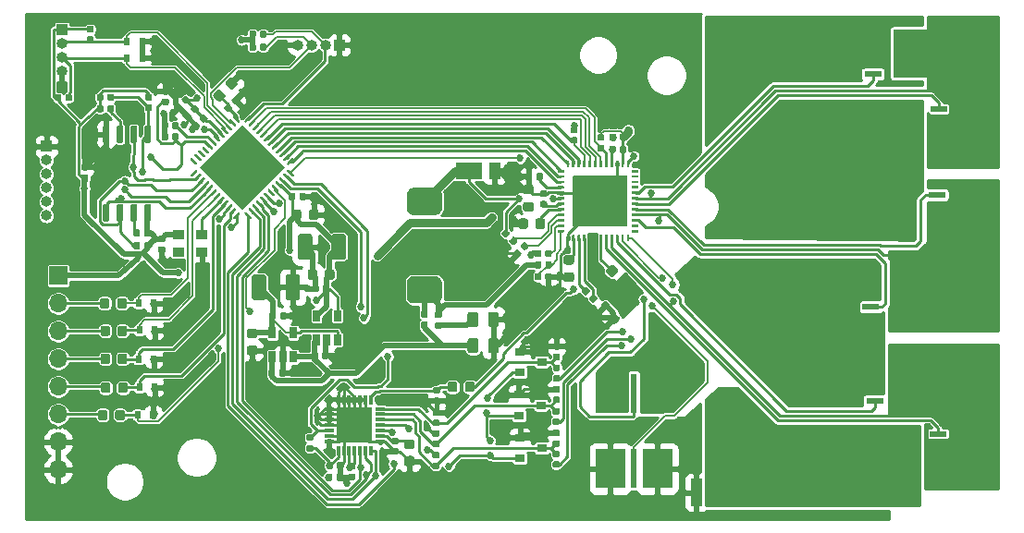
<source format=gtl>
G04 #@! TF.GenerationSoftware,KiCad,Pcbnew,5.1.5-52549c5~84~ubuntu19.10.1*
G04 #@! TF.CreationDate,2019-12-20T00:42:21-05:00*
G04 #@! TF.ProjectId,bldc-controller,626c6463-2d63-46f6-9e74-726f6c6c6572,rev?*
G04 #@! TF.SameCoordinates,Original*
G04 #@! TF.FileFunction,Copper,L1,Top*
G04 #@! TF.FilePolarity,Positive*
%FSLAX46Y46*%
G04 Gerber Fmt 4.6, Leading zero omitted, Abs format (unit mm)*
G04 Created by KiCad (PCBNEW 5.1.5-52549c5~84~ubuntu19.10.1) date 2019-12-20 00:42:21*
%MOMM*%
%LPD*%
G04 APERTURE LIST*
%ADD10O,1.000000X1.000000*%
%ADD11R,1.000000X1.000000*%
%ADD12C,0.100000*%
%ADD13R,0.615000X3.140000*%
%ADD14R,3.550000X4.410000*%
%ADD15R,1.350000X0.600000*%
%ADD16R,1.550000X0.600000*%
%ADD17C,2.400000*%
%ADD18R,2.400000X2.400000*%
%ADD19R,1.000000X0.900000*%
%ADD20R,0.650000X1.060000*%
%ADD21R,3.250000X3.250000*%
%ADD22R,0.950000X0.300000*%
%ADD23R,0.300000X0.950000*%
%ADD24R,2.790000X3.670000*%
%ADD25R,0.510000X3.670000*%
%ADD26O,1.700000X1.700000*%
%ADD27R,1.700000X1.700000*%
%ADD28R,3.440000X12.880000*%
%ADD29R,1.000000X2.500000*%
%ADD30R,0.600000X0.700000*%
%ADD31R,1.050000X1.500000*%
%ADD32R,2.400000X1.500000*%
%ADD33R,0.900000X0.800000*%
%ADD34C,0.685800*%
%ADD35C,0.254000*%
%ADD36C,0.508000*%
%ADD37C,0.152400*%
%ADD38C,0.762000*%
G04 APERTURE END LIST*
D10*
X19250000Y-121850000D03*
X19250000Y-120580000D03*
X19250000Y-119310000D03*
X19250000Y-118040000D03*
X19250000Y-116770000D03*
D11*
X19250000Y-115500000D03*
G04 #@! TA.AperFunction,SMDPad,CuDef*
D12*
G36*
X72359860Y-118210244D02*
G01*
X72364772Y-118210972D01*
X72369588Y-118212179D01*
X72374264Y-118213852D01*
X72378753Y-118215975D01*
X72383012Y-118218528D01*
X72387000Y-118221486D01*
X72390680Y-118224820D01*
X72394014Y-118228500D01*
X72396972Y-118232488D01*
X72399525Y-118236747D01*
X72401648Y-118241236D01*
X72403321Y-118245912D01*
X72404528Y-118250728D01*
X72405256Y-118255640D01*
X72405500Y-118260600D01*
X72405500Y-122759400D01*
X72405256Y-122764360D01*
X72404528Y-122769272D01*
X72403321Y-122774088D01*
X72401648Y-122778764D01*
X72399525Y-122783253D01*
X72396972Y-122787512D01*
X72394014Y-122791500D01*
X72390680Y-122795180D01*
X72387000Y-122798514D01*
X72383012Y-122801472D01*
X72378753Y-122804025D01*
X72374264Y-122806148D01*
X72369588Y-122807821D01*
X72364772Y-122809028D01*
X72359860Y-122809756D01*
X72354900Y-122810000D01*
X67481100Y-122810000D01*
X67476140Y-122809756D01*
X67471228Y-122809028D01*
X67466412Y-122807821D01*
X67461736Y-122806148D01*
X67457247Y-122804025D01*
X67452988Y-122801472D01*
X67449000Y-122798514D01*
X67445320Y-122795180D01*
X67441986Y-122791500D01*
X67439028Y-122787512D01*
X67436475Y-122783253D01*
X67434352Y-122778764D01*
X67432679Y-122774088D01*
X67431472Y-122769272D01*
X67430744Y-122764360D01*
X67430500Y-122759400D01*
X67430500Y-118260600D01*
X67430744Y-118255640D01*
X67431472Y-118250728D01*
X67432679Y-118245912D01*
X67434352Y-118241236D01*
X67436475Y-118236747D01*
X67439028Y-118232488D01*
X67441986Y-118228500D01*
X67445320Y-118224820D01*
X67449000Y-118221486D01*
X67452988Y-118218528D01*
X67457247Y-118215975D01*
X67461736Y-118213852D01*
X67466412Y-118212179D01*
X67471228Y-118210972D01*
X67476140Y-118210244D01*
X67481100Y-118210000D01*
X72354900Y-118210000D01*
X72359860Y-118210244D01*
G37*
G04 #@! TD.AperFunction*
G04 #@! TA.AperFunction,SMDPad,CuDef*
G36*
X66584902Y-123140241D02*
G01*
X66589755Y-123140961D01*
X66594515Y-123142153D01*
X66599135Y-123143806D01*
X66603570Y-123145904D01*
X66607779Y-123148426D01*
X66611720Y-123151349D01*
X66615356Y-123154644D01*
X66618651Y-123158280D01*
X66621574Y-123162221D01*
X66624096Y-123166430D01*
X66626194Y-123170865D01*
X66627847Y-123175485D01*
X66629039Y-123180245D01*
X66629759Y-123185098D01*
X66630000Y-123189999D01*
X66630000Y-123330001D01*
X66629759Y-123334902D01*
X66629039Y-123339755D01*
X66627847Y-123344515D01*
X66626194Y-123349135D01*
X66624096Y-123353570D01*
X66621574Y-123357779D01*
X66618651Y-123361720D01*
X66615356Y-123365356D01*
X66611720Y-123368651D01*
X66607779Y-123371574D01*
X66603570Y-123374096D01*
X66599135Y-123376194D01*
X66594515Y-123377847D01*
X66589755Y-123379039D01*
X66584902Y-123379759D01*
X66580001Y-123380000D01*
X66079999Y-123380000D01*
X66075098Y-123379759D01*
X66070245Y-123379039D01*
X66065485Y-123377847D01*
X66060865Y-123376194D01*
X66056430Y-123374096D01*
X66052221Y-123371574D01*
X66048280Y-123368651D01*
X66044644Y-123365356D01*
X66041349Y-123361720D01*
X66038426Y-123357779D01*
X66035904Y-123353570D01*
X66033806Y-123349135D01*
X66032153Y-123344515D01*
X66030961Y-123339755D01*
X66030241Y-123334902D01*
X66030000Y-123330001D01*
X66030000Y-123189999D01*
X66030241Y-123185098D01*
X66030961Y-123180245D01*
X66032153Y-123175485D01*
X66033806Y-123170865D01*
X66035904Y-123166430D01*
X66038426Y-123162221D01*
X66041349Y-123158280D01*
X66044644Y-123154644D01*
X66048280Y-123151349D01*
X66052221Y-123148426D01*
X66056430Y-123145904D01*
X66060865Y-123143806D01*
X66065485Y-123142153D01*
X66070245Y-123140961D01*
X66075098Y-123140241D01*
X66079999Y-123140000D01*
X66580001Y-123140000D01*
X66584902Y-123140241D01*
G37*
G04 #@! TD.AperFunction*
G04 #@! TA.AperFunction,SMDPad,CuDef*
G36*
X66584902Y-122640241D02*
G01*
X66589755Y-122640961D01*
X66594515Y-122642153D01*
X66599135Y-122643806D01*
X66603570Y-122645904D01*
X66607779Y-122648426D01*
X66611720Y-122651349D01*
X66615356Y-122654644D01*
X66618651Y-122658280D01*
X66621574Y-122662221D01*
X66624096Y-122666430D01*
X66626194Y-122670865D01*
X66627847Y-122675485D01*
X66629039Y-122680245D01*
X66629759Y-122685098D01*
X66630000Y-122689999D01*
X66630000Y-122830001D01*
X66629759Y-122834902D01*
X66629039Y-122839755D01*
X66627847Y-122844515D01*
X66626194Y-122849135D01*
X66624096Y-122853570D01*
X66621574Y-122857779D01*
X66618651Y-122861720D01*
X66615356Y-122865356D01*
X66611720Y-122868651D01*
X66607779Y-122871574D01*
X66603570Y-122874096D01*
X66599135Y-122876194D01*
X66594515Y-122877847D01*
X66589755Y-122879039D01*
X66584902Y-122879759D01*
X66580001Y-122880000D01*
X66079999Y-122880000D01*
X66075098Y-122879759D01*
X66070245Y-122879039D01*
X66065485Y-122877847D01*
X66060865Y-122876194D01*
X66056430Y-122874096D01*
X66052221Y-122871574D01*
X66048280Y-122868651D01*
X66044644Y-122865356D01*
X66041349Y-122861720D01*
X66038426Y-122857779D01*
X66035904Y-122853570D01*
X66033806Y-122849135D01*
X66032153Y-122844515D01*
X66030961Y-122839755D01*
X66030241Y-122834902D01*
X66030000Y-122830001D01*
X66030000Y-122689999D01*
X66030241Y-122685098D01*
X66030961Y-122680245D01*
X66032153Y-122675485D01*
X66033806Y-122670865D01*
X66035904Y-122666430D01*
X66038426Y-122662221D01*
X66041349Y-122658280D01*
X66044644Y-122654644D01*
X66048280Y-122651349D01*
X66052221Y-122648426D01*
X66056430Y-122645904D01*
X66060865Y-122643806D01*
X66065485Y-122642153D01*
X66070245Y-122640961D01*
X66075098Y-122640241D01*
X66079999Y-122640000D01*
X66580001Y-122640000D01*
X66584902Y-122640241D01*
G37*
G04 #@! TD.AperFunction*
G04 #@! TA.AperFunction,SMDPad,CuDef*
G36*
X66584902Y-122140241D02*
G01*
X66589755Y-122140961D01*
X66594515Y-122142153D01*
X66599135Y-122143806D01*
X66603570Y-122145904D01*
X66607779Y-122148426D01*
X66611720Y-122151349D01*
X66615356Y-122154644D01*
X66618651Y-122158280D01*
X66621574Y-122162221D01*
X66624096Y-122166430D01*
X66626194Y-122170865D01*
X66627847Y-122175485D01*
X66629039Y-122180245D01*
X66629759Y-122185098D01*
X66630000Y-122189999D01*
X66630000Y-122330001D01*
X66629759Y-122334902D01*
X66629039Y-122339755D01*
X66627847Y-122344515D01*
X66626194Y-122349135D01*
X66624096Y-122353570D01*
X66621574Y-122357779D01*
X66618651Y-122361720D01*
X66615356Y-122365356D01*
X66611720Y-122368651D01*
X66607779Y-122371574D01*
X66603570Y-122374096D01*
X66599135Y-122376194D01*
X66594515Y-122377847D01*
X66589755Y-122379039D01*
X66584902Y-122379759D01*
X66580001Y-122380000D01*
X66079999Y-122380000D01*
X66075098Y-122379759D01*
X66070245Y-122379039D01*
X66065485Y-122377847D01*
X66060865Y-122376194D01*
X66056430Y-122374096D01*
X66052221Y-122371574D01*
X66048280Y-122368651D01*
X66044644Y-122365356D01*
X66041349Y-122361720D01*
X66038426Y-122357779D01*
X66035904Y-122353570D01*
X66033806Y-122349135D01*
X66032153Y-122344515D01*
X66030961Y-122339755D01*
X66030241Y-122334902D01*
X66030000Y-122330001D01*
X66030000Y-122189999D01*
X66030241Y-122185098D01*
X66030961Y-122180245D01*
X66032153Y-122175485D01*
X66033806Y-122170865D01*
X66035904Y-122166430D01*
X66038426Y-122162221D01*
X66041349Y-122158280D01*
X66044644Y-122154644D01*
X66048280Y-122151349D01*
X66052221Y-122148426D01*
X66056430Y-122145904D01*
X66060865Y-122143806D01*
X66065485Y-122142153D01*
X66070245Y-122140961D01*
X66075098Y-122140241D01*
X66079999Y-122140000D01*
X66580001Y-122140000D01*
X66584902Y-122140241D01*
G37*
G04 #@! TD.AperFunction*
G04 #@! TA.AperFunction,SMDPad,CuDef*
G36*
X66584902Y-121640241D02*
G01*
X66589755Y-121640961D01*
X66594515Y-121642153D01*
X66599135Y-121643806D01*
X66603570Y-121645904D01*
X66607779Y-121648426D01*
X66611720Y-121651349D01*
X66615356Y-121654644D01*
X66618651Y-121658280D01*
X66621574Y-121662221D01*
X66624096Y-121666430D01*
X66626194Y-121670865D01*
X66627847Y-121675485D01*
X66629039Y-121680245D01*
X66629759Y-121685098D01*
X66630000Y-121689999D01*
X66630000Y-121830001D01*
X66629759Y-121834902D01*
X66629039Y-121839755D01*
X66627847Y-121844515D01*
X66626194Y-121849135D01*
X66624096Y-121853570D01*
X66621574Y-121857779D01*
X66618651Y-121861720D01*
X66615356Y-121865356D01*
X66611720Y-121868651D01*
X66607779Y-121871574D01*
X66603570Y-121874096D01*
X66599135Y-121876194D01*
X66594515Y-121877847D01*
X66589755Y-121879039D01*
X66584902Y-121879759D01*
X66580001Y-121880000D01*
X66079999Y-121880000D01*
X66075098Y-121879759D01*
X66070245Y-121879039D01*
X66065485Y-121877847D01*
X66060865Y-121876194D01*
X66056430Y-121874096D01*
X66052221Y-121871574D01*
X66048280Y-121868651D01*
X66044644Y-121865356D01*
X66041349Y-121861720D01*
X66038426Y-121857779D01*
X66035904Y-121853570D01*
X66033806Y-121849135D01*
X66032153Y-121844515D01*
X66030961Y-121839755D01*
X66030241Y-121834902D01*
X66030000Y-121830001D01*
X66030000Y-121689999D01*
X66030241Y-121685098D01*
X66030961Y-121680245D01*
X66032153Y-121675485D01*
X66033806Y-121670865D01*
X66035904Y-121666430D01*
X66038426Y-121662221D01*
X66041349Y-121658280D01*
X66044644Y-121654644D01*
X66048280Y-121651349D01*
X66052221Y-121648426D01*
X66056430Y-121645904D01*
X66060865Y-121643806D01*
X66065485Y-121642153D01*
X66070245Y-121640961D01*
X66075098Y-121640241D01*
X66079999Y-121640000D01*
X66580001Y-121640000D01*
X66584902Y-121640241D01*
G37*
G04 #@! TD.AperFunction*
G04 #@! TA.AperFunction,SMDPad,CuDef*
G36*
X66584902Y-121140241D02*
G01*
X66589755Y-121140961D01*
X66594515Y-121142153D01*
X66599135Y-121143806D01*
X66603570Y-121145904D01*
X66607779Y-121148426D01*
X66611720Y-121151349D01*
X66615356Y-121154644D01*
X66618651Y-121158280D01*
X66621574Y-121162221D01*
X66624096Y-121166430D01*
X66626194Y-121170865D01*
X66627847Y-121175485D01*
X66629039Y-121180245D01*
X66629759Y-121185098D01*
X66630000Y-121189999D01*
X66630000Y-121330001D01*
X66629759Y-121334902D01*
X66629039Y-121339755D01*
X66627847Y-121344515D01*
X66626194Y-121349135D01*
X66624096Y-121353570D01*
X66621574Y-121357779D01*
X66618651Y-121361720D01*
X66615356Y-121365356D01*
X66611720Y-121368651D01*
X66607779Y-121371574D01*
X66603570Y-121374096D01*
X66599135Y-121376194D01*
X66594515Y-121377847D01*
X66589755Y-121379039D01*
X66584902Y-121379759D01*
X66580001Y-121380000D01*
X66079999Y-121380000D01*
X66075098Y-121379759D01*
X66070245Y-121379039D01*
X66065485Y-121377847D01*
X66060865Y-121376194D01*
X66056430Y-121374096D01*
X66052221Y-121371574D01*
X66048280Y-121368651D01*
X66044644Y-121365356D01*
X66041349Y-121361720D01*
X66038426Y-121357779D01*
X66035904Y-121353570D01*
X66033806Y-121349135D01*
X66032153Y-121344515D01*
X66030961Y-121339755D01*
X66030241Y-121334902D01*
X66030000Y-121330001D01*
X66030000Y-121189999D01*
X66030241Y-121185098D01*
X66030961Y-121180245D01*
X66032153Y-121175485D01*
X66033806Y-121170865D01*
X66035904Y-121166430D01*
X66038426Y-121162221D01*
X66041349Y-121158280D01*
X66044644Y-121154644D01*
X66048280Y-121151349D01*
X66052221Y-121148426D01*
X66056430Y-121145904D01*
X66060865Y-121143806D01*
X66065485Y-121142153D01*
X66070245Y-121140961D01*
X66075098Y-121140241D01*
X66079999Y-121140000D01*
X66580001Y-121140000D01*
X66584902Y-121140241D01*
G37*
G04 #@! TD.AperFunction*
G04 #@! TA.AperFunction,SMDPad,CuDef*
G36*
X66584902Y-120640241D02*
G01*
X66589755Y-120640961D01*
X66594515Y-120642153D01*
X66599135Y-120643806D01*
X66603570Y-120645904D01*
X66607779Y-120648426D01*
X66611720Y-120651349D01*
X66615356Y-120654644D01*
X66618651Y-120658280D01*
X66621574Y-120662221D01*
X66624096Y-120666430D01*
X66626194Y-120670865D01*
X66627847Y-120675485D01*
X66629039Y-120680245D01*
X66629759Y-120685098D01*
X66630000Y-120689999D01*
X66630000Y-120830001D01*
X66629759Y-120834902D01*
X66629039Y-120839755D01*
X66627847Y-120844515D01*
X66626194Y-120849135D01*
X66624096Y-120853570D01*
X66621574Y-120857779D01*
X66618651Y-120861720D01*
X66615356Y-120865356D01*
X66611720Y-120868651D01*
X66607779Y-120871574D01*
X66603570Y-120874096D01*
X66599135Y-120876194D01*
X66594515Y-120877847D01*
X66589755Y-120879039D01*
X66584902Y-120879759D01*
X66580001Y-120880000D01*
X66079999Y-120880000D01*
X66075098Y-120879759D01*
X66070245Y-120879039D01*
X66065485Y-120877847D01*
X66060865Y-120876194D01*
X66056430Y-120874096D01*
X66052221Y-120871574D01*
X66048280Y-120868651D01*
X66044644Y-120865356D01*
X66041349Y-120861720D01*
X66038426Y-120857779D01*
X66035904Y-120853570D01*
X66033806Y-120849135D01*
X66032153Y-120844515D01*
X66030961Y-120839755D01*
X66030241Y-120834902D01*
X66030000Y-120830001D01*
X66030000Y-120689999D01*
X66030241Y-120685098D01*
X66030961Y-120680245D01*
X66032153Y-120675485D01*
X66033806Y-120670865D01*
X66035904Y-120666430D01*
X66038426Y-120662221D01*
X66041349Y-120658280D01*
X66044644Y-120654644D01*
X66048280Y-120651349D01*
X66052221Y-120648426D01*
X66056430Y-120645904D01*
X66060865Y-120643806D01*
X66065485Y-120642153D01*
X66070245Y-120640961D01*
X66075098Y-120640241D01*
X66079999Y-120640000D01*
X66580001Y-120640000D01*
X66584902Y-120640241D01*
G37*
G04 #@! TD.AperFunction*
G04 #@! TA.AperFunction,SMDPad,CuDef*
G36*
X66584902Y-120140241D02*
G01*
X66589755Y-120140961D01*
X66594515Y-120142153D01*
X66599135Y-120143806D01*
X66603570Y-120145904D01*
X66607779Y-120148426D01*
X66611720Y-120151349D01*
X66615356Y-120154644D01*
X66618651Y-120158280D01*
X66621574Y-120162221D01*
X66624096Y-120166430D01*
X66626194Y-120170865D01*
X66627847Y-120175485D01*
X66629039Y-120180245D01*
X66629759Y-120185098D01*
X66630000Y-120189999D01*
X66630000Y-120330001D01*
X66629759Y-120334902D01*
X66629039Y-120339755D01*
X66627847Y-120344515D01*
X66626194Y-120349135D01*
X66624096Y-120353570D01*
X66621574Y-120357779D01*
X66618651Y-120361720D01*
X66615356Y-120365356D01*
X66611720Y-120368651D01*
X66607779Y-120371574D01*
X66603570Y-120374096D01*
X66599135Y-120376194D01*
X66594515Y-120377847D01*
X66589755Y-120379039D01*
X66584902Y-120379759D01*
X66580001Y-120380000D01*
X66079999Y-120380000D01*
X66075098Y-120379759D01*
X66070245Y-120379039D01*
X66065485Y-120377847D01*
X66060865Y-120376194D01*
X66056430Y-120374096D01*
X66052221Y-120371574D01*
X66048280Y-120368651D01*
X66044644Y-120365356D01*
X66041349Y-120361720D01*
X66038426Y-120357779D01*
X66035904Y-120353570D01*
X66033806Y-120349135D01*
X66032153Y-120344515D01*
X66030961Y-120339755D01*
X66030241Y-120334902D01*
X66030000Y-120330001D01*
X66030000Y-120189999D01*
X66030241Y-120185098D01*
X66030961Y-120180245D01*
X66032153Y-120175485D01*
X66033806Y-120170865D01*
X66035904Y-120166430D01*
X66038426Y-120162221D01*
X66041349Y-120158280D01*
X66044644Y-120154644D01*
X66048280Y-120151349D01*
X66052221Y-120148426D01*
X66056430Y-120145904D01*
X66060865Y-120143806D01*
X66065485Y-120142153D01*
X66070245Y-120140961D01*
X66075098Y-120140241D01*
X66079999Y-120140000D01*
X66580001Y-120140000D01*
X66584902Y-120140241D01*
G37*
G04 #@! TD.AperFunction*
G04 #@! TA.AperFunction,SMDPad,CuDef*
G36*
X66584902Y-119640241D02*
G01*
X66589755Y-119640961D01*
X66594515Y-119642153D01*
X66599135Y-119643806D01*
X66603570Y-119645904D01*
X66607779Y-119648426D01*
X66611720Y-119651349D01*
X66615356Y-119654644D01*
X66618651Y-119658280D01*
X66621574Y-119662221D01*
X66624096Y-119666430D01*
X66626194Y-119670865D01*
X66627847Y-119675485D01*
X66629039Y-119680245D01*
X66629759Y-119685098D01*
X66630000Y-119689999D01*
X66630000Y-119830001D01*
X66629759Y-119834902D01*
X66629039Y-119839755D01*
X66627847Y-119844515D01*
X66626194Y-119849135D01*
X66624096Y-119853570D01*
X66621574Y-119857779D01*
X66618651Y-119861720D01*
X66615356Y-119865356D01*
X66611720Y-119868651D01*
X66607779Y-119871574D01*
X66603570Y-119874096D01*
X66599135Y-119876194D01*
X66594515Y-119877847D01*
X66589755Y-119879039D01*
X66584902Y-119879759D01*
X66580001Y-119880000D01*
X66079999Y-119880000D01*
X66075098Y-119879759D01*
X66070245Y-119879039D01*
X66065485Y-119877847D01*
X66060865Y-119876194D01*
X66056430Y-119874096D01*
X66052221Y-119871574D01*
X66048280Y-119868651D01*
X66044644Y-119865356D01*
X66041349Y-119861720D01*
X66038426Y-119857779D01*
X66035904Y-119853570D01*
X66033806Y-119849135D01*
X66032153Y-119844515D01*
X66030961Y-119839755D01*
X66030241Y-119834902D01*
X66030000Y-119830001D01*
X66030000Y-119689999D01*
X66030241Y-119685098D01*
X66030961Y-119680245D01*
X66032153Y-119675485D01*
X66033806Y-119670865D01*
X66035904Y-119666430D01*
X66038426Y-119662221D01*
X66041349Y-119658280D01*
X66044644Y-119654644D01*
X66048280Y-119651349D01*
X66052221Y-119648426D01*
X66056430Y-119645904D01*
X66060865Y-119643806D01*
X66065485Y-119642153D01*
X66070245Y-119640961D01*
X66075098Y-119640241D01*
X66079999Y-119640000D01*
X66580001Y-119640000D01*
X66584902Y-119640241D01*
G37*
G04 #@! TD.AperFunction*
G04 #@! TA.AperFunction,SMDPad,CuDef*
G36*
X66584902Y-119140241D02*
G01*
X66589755Y-119140961D01*
X66594515Y-119142153D01*
X66599135Y-119143806D01*
X66603570Y-119145904D01*
X66607779Y-119148426D01*
X66611720Y-119151349D01*
X66615356Y-119154644D01*
X66618651Y-119158280D01*
X66621574Y-119162221D01*
X66624096Y-119166430D01*
X66626194Y-119170865D01*
X66627847Y-119175485D01*
X66629039Y-119180245D01*
X66629759Y-119185098D01*
X66630000Y-119189999D01*
X66630000Y-119330001D01*
X66629759Y-119334902D01*
X66629039Y-119339755D01*
X66627847Y-119344515D01*
X66626194Y-119349135D01*
X66624096Y-119353570D01*
X66621574Y-119357779D01*
X66618651Y-119361720D01*
X66615356Y-119365356D01*
X66611720Y-119368651D01*
X66607779Y-119371574D01*
X66603570Y-119374096D01*
X66599135Y-119376194D01*
X66594515Y-119377847D01*
X66589755Y-119379039D01*
X66584902Y-119379759D01*
X66580001Y-119380000D01*
X66079999Y-119380000D01*
X66075098Y-119379759D01*
X66070245Y-119379039D01*
X66065485Y-119377847D01*
X66060865Y-119376194D01*
X66056430Y-119374096D01*
X66052221Y-119371574D01*
X66048280Y-119368651D01*
X66044644Y-119365356D01*
X66041349Y-119361720D01*
X66038426Y-119357779D01*
X66035904Y-119353570D01*
X66033806Y-119349135D01*
X66032153Y-119344515D01*
X66030961Y-119339755D01*
X66030241Y-119334902D01*
X66030000Y-119330001D01*
X66030000Y-119189999D01*
X66030241Y-119185098D01*
X66030961Y-119180245D01*
X66032153Y-119175485D01*
X66033806Y-119170865D01*
X66035904Y-119166430D01*
X66038426Y-119162221D01*
X66041349Y-119158280D01*
X66044644Y-119154644D01*
X66048280Y-119151349D01*
X66052221Y-119148426D01*
X66056430Y-119145904D01*
X66060865Y-119143806D01*
X66065485Y-119142153D01*
X66070245Y-119140961D01*
X66075098Y-119140241D01*
X66079999Y-119140000D01*
X66580001Y-119140000D01*
X66584902Y-119140241D01*
G37*
G04 #@! TD.AperFunction*
G04 #@! TA.AperFunction,SMDPad,CuDef*
G36*
X66584902Y-118640241D02*
G01*
X66589755Y-118640961D01*
X66594515Y-118642153D01*
X66599135Y-118643806D01*
X66603570Y-118645904D01*
X66607779Y-118648426D01*
X66611720Y-118651349D01*
X66615356Y-118654644D01*
X66618651Y-118658280D01*
X66621574Y-118662221D01*
X66624096Y-118666430D01*
X66626194Y-118670865D01*
X66627847Y-118675485D01*
X66629039Y-118680245D01*
X66629759Y-118685098D01*
X66630000Y-118689999D01*
X66630000Y-118830001D01*
X66629759Y-118834902D01*
X66629039Y-118839755D01*
X66627847Y-118844515D01*
X66626194Y-118849135D01*
X66624096Y-118853570D01*
X66621574Y-118857779D01*
X66618651Y-118861720D01*
X66615356Y-118865356D01*
X66611720Y-118868651D01*
X66607779Y-118871574D01*
X66603570Y-118874096D01*
X66599135Y-118876194D01*
X66594515Y-118877847D01*
X66589755Y-118879039D01*
X66584902Y-118879759D01*
X66580001Y-118880000D01*
X66079999Y-118880000D01*
X66075098Y-118879759D01*
X66070245Y-118879039D01*
X66065485Y-118877847D01*
X66060865Y-118876194D01*
X66056430Y-118874096D01*
X66052221Y-118871574D01*
X66048280Y-118868651D01*
X66044644Y-118865356D01*
X66041349Y-118861720D01*
X66038426Y-118857779D01*
X66035904Y-118853570D01*
X66033806Y-118849135D01*
X66032153Y-118844515D01*
X66030961Y-118839755D01*
X66030241Y-118834902D01*
X66030000Y-118830001D01*
X66030000Y-118689999D01*
X66030241Y-118685098D01*
X66030961Y-118680245D01*
X66032153Y-118675485D01*
X66033806Y-118670865D01*
X66035904Y-118666430D01*
X66038426Y-118662221D01*
X66041349Y-118658280D01*
X66044644Y-118654644D01*
X66048280Y-118651349D01*
X66052221Y-118648426D01*
X66056430Y-118645904D01*
X66060865Y-118643806D01*
X66065485Y-118642153D01*
X66070245Y-118640961D01*
X66075098Y-118640241D01*
X66079999Y-118640000D01*
X66580001Y-118640000D01*
X66584902Y-118640241D01*
G37*
G04 #@! TD.AperFunction*
G04 #@! TA.AperFunction,SMDPad,CuDef*
G36*
X66584902Y-118140241D02*
G01*
X66589755Y-118140961D01*
X66594515Y-118142153D01*
X66599135Y-118143806D01*
X66603570Y-118145904D01*
X66607779Y-118148426D01*
X66611720Y-118151349D01*
X66615356Y-118154644D01*
X66618651Y-118158280D01*
X66621574Y-118162221D01*
X66624096Y-118166430D01*
X66626194Y-118170865D01*
X66627847Y-118175485D01*
X66629039Y-118180245D01*
X66629759Y-118185098D01*
X66630000Y-118189999D01*
X66630000Y-118330001D01*
X66629759Y-118334902D01*
X66629039Y-118339755D01*
X66627847Y-118344515D01*
X66626194Y-118349135D01*
X66624096Y-118353570D01*
X66621574Y-118357779D01*
X66618651Y-118361720D01*
X66615356Y-118365356D01*
X66611720Y-118368651D01*
X66607779Y-118371574D01*
X66603570Y-118374096D01*
X66599135Y-118376194D01*
X66594515Y-118377847D01*
X66589755Y-118379039D01*
X66584902Y-118379759D01*
X66580001Y-118380000D01*
X66079999Y-118380000D01*
X66075098Y-118379759D01*
X66070245Y-118379039D01*
X66065485Y-118377847D01*
X66060865Y-118376194D01*
X66056430Y-118374096D01*
X66052221Y-118371574D01*
X66048280Y-118368651D01*
X66044644Y-118365356D01*
X66041349Y-118361720D01*
X66038426Y-118357779D01*
X66035904Y-118353570D01*
X66033806Y-118349135D01*
X66032153Y-118344515D01*
X66030961Y-118339755D01*
X66030241Y-118334902D01*
X66030000Y-118330001D01*
X66030000Y-118189999D01*
X66030241Y-118185098D01*
X66030961Y-118180245D01*
X66032153Y-118175485D01*
X66033806Y-118170865D01*
X66035904Y-118166430D01*
X66038426Y-118162221D01*
X66041349Y-118158280D01*
X66044644Y-118154644D01*
X66048280Y-118151349D01*
X66052221Y-118148426D01*
X66056430Y-118145904D01*
X66060865Y-118143806D01*
X66065485Y-118142153D01*
X66070245Y-118140961D01*
X66075098Y-118140241D01*
X66079999Y-118140000D01*
X66580001Y-118140000D01*
X66584902Y-118140241D01*
G37*
G04 #@! TD.AperFunction*
G04 #@! TA.AperFunction,SMDPad,CuDef*
G36*
X66584902Y-117640241D02*
G01*
X66589755Y-117640961D01*
X66594515Y-117642153D01*
X66599135Y-117643806D01*
X66603570Y-117645904D01*
X66607779Y-117648426D01*
X66611720Y-117651349D01*
X66615356Y-117654644D01*
X66618651Y-117658280D01*
X66621574Y-117662221D01*
X66624096Y-117666430D01*
X66626194Y-117670865D01*
X66627847Y-117675485D01*
X66629039Y-117680245D01*
X66629759Y-117685098D01*
X66630000Y-117689999D01*
X66630000Y-117830001D01*
X66629759Y-117834902D01*
X66629039Y-117839755D01*
X66627847Y-117844515D01*
X66626194Y-117849135D01*
X66624096Y-117853570D01*
X66621574Y-117857779D01*
X66618651Y-117861720D01*
X66615356Y-117865356D01*
X66611720Y-117868651D01*
X66607779Y-117871574D01*
X66603570Y-117874096D01*
X66599135Y-117876194D01*
X66594515Y-117877847D01*
X66589755Y-117879039D01*
X66584902Y-117879759D01*
X66580001Y-117880000D01*
X66079999Y-117880000D01*
X66075098Y-117879759D01*
X66070245Y-117879039D01*
X66065485Y-117877847D01*
X66060865Y-117876194D01*
X66056430Y-117874096D01*
X66052221Y-117871574D01*
X66048280Y-117868651D01*
X66044644Y-117865356D01*
X66041349Y-117861720D01*
X66038426Y-117857779D01*
X66035904Y-117853570D01*
X66033806Y-117849135D01*
X66032153Y-117844515D01*
X66030961Y-117839755D01*
X66030241Y-117834902D01*
X66030000Y-117830001D01*
X66030000Y-117689999D01*
X66030241Y-117685098D01*
X66030961Y-117680245D01*
X66032153Y-117675485D01*
X66033806Y-117670865D01*
X66035904Y-117666430D01*
X66038426Y-117662221D01*
X66041349Y-117658280D01*
X66044644Y-117654644D01*
X66048280Y-117651349D01*
X66052221Y-117648426D01*
X66056430Y-117645904D01*
X66060865Y-117643806D01*
X66065485Y-117642153D01*
X66070245Y-117640961D01*
X66075098Y-117640241D01*
X66079999Y-117640000D01*
X66580001Y-117640000D01*
X66584902Y-117640241D01*
G37*
G04 #@! TD.AperFunction*
G04 #@! TA.AperFunction,SMDPad,CuDef*
G36*
X67054902Y-116810241D02*
G01*
X67059755Y-116810961D01*
X67064515Y-116812153D01*
X67069135Y-116813806D01*
X67073570Y-116815904D01*
X67077779Y-116818426D01*
X67081720Y-116821349D01*
X67085356Y-116824644D01*
X67088651Y-116828280D01*
X67091574Y-116832221D01*
X67094096Y-116836430D01*
X67096194Y-116840865D01*
X67097847Y-116845485D01*
X67099039Y-116850245D01*
X67099759Y-116855098D01*
X67100000Y-116859999D01*
X67100000Y-117360001D01*
X67099759Y-117364902D01*
X67099039Y-117369755D01*
X67097847Y-117374515D01*
X67096194Y-117379135D01*
X67094096Y-117383570D01*
X67091574Y-117387779D01*
X67088651Y-117391720D01*
X67085356Y-117395356D01*
X67081720Y-117398651D01*
X67077779Y-117401574D01*
X67073570Y-117404096D01*
X67069135Y-117406194D01*
X67064515Y-117407847D01*
X67059755Y-117409039D01*
X67054902Y-117409759D01*
X67050001Y-117410000D01*
X66909999Y-117410000D01*
X66905098Y-117409759D01*
X66900245Y-117409039D01*
X66895485Y-117407847D01*
X66890865Y-117406194D01*
X66886430Y-117404096D01*
X66882221Y-117401574D01*
X66878280Y-117398651D01*
X66874644Y-117395356D01*
X66871349Y-117391720D01*
X66868426Y-117387779D01*
X66865904Y-117383570D01*
X66863806Y-117379135D01*
X66862153Y-117374515D01*
X66860961Y-117369755D01*
X66860241Y-117364902D01*
X66860000Y-117360001D01*
X66860000Y-116859999D01*
X66860241Y-116855098D01*
X66860961Y-116850245D01*
X66862153Y-116845485D01*
X66863806Y-116840865D01*
X66865904Y-116836430D01*
X66868426Y-116832221D01*
X66871349Y-116828280D01*
X66874644Y-116824644D01*
X66878280Y-116821349D01*
X66882221Y-116818426D01*
X66886430Y-116815904D01*
X66890865Y-116813806D01*
X66895485Y-116812153D01*
X66900245Y-116810961D01*
X66905098Y-116810241D01*
X66909999Y-116810000D01*
X67050001Y-116810000D01*
X67054902Y-116810241D01*
G37*
G04 #@! TD.AperFunction*
G04 #@! TA.AperFunction,SMDPad,CuDef*
G36*
X67554902Y-116810241D02*
G01*
X67559755Y-116810961D01*
X67564515Y-116812153D01*
X67569135Y-116813806D01*
X67573570Y-116815904D01*
X67577779Y-116818426D01*
X67581720Y-116821349D01*
X67585356Y-116824644D01*
X67588651Y-116828280D01*
X67591574Y-116832221D01*
X67594096Y-116836430D01*
X67596194Y-116840865D01*
X67597847Y-116845485D01*
X67599039Y-116850245D01*
X67599759Y-116855098D01*
X67600000Y-116859999D01*
X67600000Y-117360001D01*
X67599759Y-117364902D01*
X67599039Y-117369755D01*
X67597847Y-117374515D01*
X67596194Y-117379135D01*
X67594096Y-117383570D01*
X67591574Y-117387779D01*
X67588651Y-117391720D01*
X67585356Y-117395356D01*
X67581720Y-117398651D01*
X67577779Y-117401574D01*
X67573570Y-117404096D01*
X67569135Y-117406194D01*
X67564515Y-117407847D01*
X67559755Y-117409039D01*
X67554902Y-117409759D01*
X67550001Y-117410000D01*
X67409999Y-117410000D01*
X67405098Y-117409759D01*
X67400245Y-117409039D01*
X67395485Y-117407847D01*
X67390865Y-117406194D01*
X67386430Y-117404096D01*
X67382221Y-117401574D01*
X67378280Y-117398651D01*
X67374644Y-117395356D01*
X67371349Y-117391720D01*
X67368426Y-117387779D01*
X67365904Y-117383570D01*
X67363806Y-117379135D01*
X67362153Y-117374515D01*
X67360961Y-117369755D01*
X67360241Y-117364902D01*
X67360000Y-117360001D01*
X67360000Y-116859999D01*
X67360241Y-116855098D01*
X67360961Y-116850245D01*
X67362153Y-116845485D01*
X67363806Y-116840865D01*
X67365904Y-116836430D01*
X67368426Y-116832221D01*
X67371349Y-116828280D01*
X67374644Y-116824644D01*
X67378280Y-116821349D01*
X67382221Y-116818426D01*
X67386430Y-116815904D01*
X67390865Y-116813806D01*
X67395485Y-116812153D01*
X67400245Y-116810961D01*
X67405098Y-116810241D01*
X67409999Y-116810000D01*
X67550001Y-116810000D01*
X67554902Y-116810241D01*
G37*
G04 #@! TD.AperFunction*
G04 #@! TA.AperFunction,SMDPad,CuDef*
G36*
X68054902Y-116810241D02*
G01*
X68059755Y-116810961D01*
X68064515Y-116812153D01*
X68069135Y-116813806D01*
X68073570Y-116815904D01*
X68077779Y-116818426D01*
X68081720Y-116821349D01*
X68085356Y-116824644D01*
X68088651Y-116828280D01*
X68091574Y-116832221D01*
X68094096Y-116836430D01*
X68096194Y-116840865D01*
X68097847Y-116845485D01*
X68099039Y-116850245D01*
X68099759Y-116855098D01*
X68100000Y-116859999D01*
X68100000Y-117360001D01*
X68099759Y-117364902D01*
X68099039Y-117369755D01*
X68097847Y-117374515D01*
X68096194Y-117379135D01*
X68094096Y-117383570D01*
X68091574Y-117387779D01*
X68088651Y-117391720D01*
X68085356Y-117395356D01*
X68081720Y-117398651D01*
X68077779Y-117401574D01*
X68073570Y-117404096D01*
X68069135Y-117406194D01*
X68064515Y-117407847D01*
X68059755Y-117409039D01*
X68054902Y-117409759D01*
X68050001Y-117410000D01*
X67909999Y-117410000D01*
X67905098Y-117409759D01*
X67900245Y-117409039D01*
X67895485Y-117407847D01*
X67890865Y-117406194D01*
X67886430Y-117404096D01*
X67882221Y-117401574D01*
X67878280Y-117398651D01*
X67874644Y-117395356D01*
X67871349Y-117391720D01*
X67868426Y-117387779D01*
X67865904Y-117383570D01*
X67863806Y-117379135D01*
X67862153Y-117374515D01*
X67860961Y-117369755D01*
X67860241Y-117364902D01*
X67860000Y-117360001D01*
X67860000Y-116859999D01*
X67860241Y-116855098D01*
X67860961Y-116850245D01*
X67862153Y-116845485D01*
X67863806Y-116840865D01*
X67865904Y-116836430D01*
X67868426Y-116832221D01*
X67871349Y-116828280D01*
X67874644Y-116824644D01*
X67878280Y-116821349D01*
X67882221Y-116818426D01*
X67886430Y-116815904D01*
X67890865Y-116813806D01*
X67895485Y-116812153D01*
X67900245Y-116810961D01*
X67905098Y-116810241D01*
X67909999Y-116810000D01*
X68050001Y-116810000D01*
X68054902Y-116810241D01*
G37*
G04 #@! TD.AperFunction*
G04 #@! TA.AperFunction,SMDPad,CuDef*
G36*
X68554902Y-116810241D02*
G01*
X68559755Y-116810961D01*
X68564515Y-116812153D01*
X68569135Y-116813806D01*
X68573570Y-116815904D01*
X68577779Y-116818426D01*
X68581720Y-116821349D01*
X68585356Y-116824644D01*
X68588651Y-116828280D01*
X68591574Y-116832221D01*
X68594096Y-116836430D01*
X68596194Y-116840865D01*
X68597847Y-116845485D01*
X68599039Y-116850245D01*
X68599759Y-116855098D01*
X68600000Y-116859999D01*
X68600000Y-117360001D01*
X68599759Y-117364902D01*
X68599039Y-117369755D01*
X68597847Y-117374515D01*
X68596194Y-117379135D01*
X68594096Y-117383570D01*
X68591574Y-117387779D01*
X68588651Y-117391720D01*
X68585356Y-117395356D01*
X68581720Y-117398651D01*
X68577779Y-117401574D01*
X68573570Y-117404096D01*
X68569135Y-117406194D01*
X68564515Y-117407847D01*
X68559755Y-117409039D01*
X68554902Y-117409759D01*
X68550001Y-117410000D01*
X68409999Y-117410000D01*
X68405098Y-117409759D01*
X68400245Y-117409039D01*
X68395485Y-117407847D01*
X68390865Y-117406194D01*
X68386430Y-117404096D01*
X68382221Y-117401574D01*
X68378280Y-117398651D01*
X68374644Y-117395356D01*
X68371349Y-117391720D01*
X68368426Y-117387779D01*
X68365904Y-117383570D01*
X68363806Y-117379135D01*
X68362153Y-117374515D01*
X68360961Y-117369755D01*
X68360241Y-117364902D01*
X68360000Y-117360001D01*
X68360000Y-116859999D01*
X68360241Y-116855098D01*
X68360961Y-116850245D01*
X68362153Y-116845485D01*
X68363806Y-116840865D01*
X68365904Y-116836430D01*
X68368426Y-116832221D01*
X68371349Y-116828280D01*
X68374644Y-116824644D01*
X68378280Y-116821349D01*
X68382221Y-116818426D01*
X68386430Y-116815904D01*
X68390865Y-116813806D01*
X68395485Y-116812153D01*
X68400245Y-116810961D01*
X68405098Y-116810241D01*
X68409999Y-116810000D01*
X68550001Y-116810000D01*
X68554902Y-116810241D01*
G37*
G04 #@! TD.AperFunction*
G04 #@! TA.AperFunction,SMDPad,CuDef*
G36*
X69054902Y-116810241D02*
G01*
X69059755Y-116810961D01*
X69064515Y-116812153D01*
X69069135Y-116813806D01*
X69073570Y-116815904D01*
X69077779Y-116818426D01*
X69081720Y-116821349D01*
X69085356Y-116824644D01*
X69088651Y-116828280D01*
X69091574Y-116832221D01*
X69094096Y-116836430D01*
X69096194Y-116840865D01*
X69097847Y-116845485D01*
X69099039Y-116850245D01*
X69099759Y-116855098D01*
X69100000Y-116859999D01*
X69100000Y-117360001D01*
X69099759Y-117364902D01*
X69099039Y-117369755D01*
X69097847Y-117374515D01*
X69096194Y-117379135D01*
X69094096Y-117383570D01*
X69091574Y-117387779D01*
X69088651Y-117391720D01*
X69085356Y-117395356D01*
X69081720Y-117398651D01*
X69077779Y-117401574D01*
X69073570Y-117404096D01*
X69069135Y-117406194D01*
X69064515Y-117407847D01*
X69059755Y-117409039D01*
X69054902Y-117409759D01*
X69050001Y-117410000D01*
X68909999Y-117410000D01*
X68905098Y-117409759D01*
X68900245Y-117409039D01*
X68895485Y-117407847D01*
X68890865Y-117406194D01*
X68886430Y-117404096D01*
X68882221Y-117401574D01*
X68878280Y-117398651D01*
X68874644Y-117395356D01*
X68871349Y-117391720D01*
X68868426Y-117387779D01*
X68865904Y-117383570D01*
X68863806Y-117379135D01*
X68862153Y-117374515D01*
X68860961Y-117369755D01*
X68860241Y-117364902D01*
X68860000Y-117360001D01*
X68860000Y-116859999D01*
X68860241Y-116855098D01*
X68860961Y-116850245D01*
X68862153Y-116845485D01*
X68863806Y-116840865D01*
X68865904Y-116836430D01*
X68868426Y-116832221D01*
X68871349Y-116828280D01*
X68874644Y-116824644D01*
X68878280Y-116821349D01*
X68882221Y-116818426D01*
X68886430Y-116815904D01*
X68890865Y-116813806D01*
X68895485Y-116812153D01*
X68900245Y-116810961D01*
X68905098Y-116810241D01*
X68909999Y-116810000D01*
X69050001Y-116810000D01*
X69054902Y-116810241D01*
G37*
G04 #@! TD.AperFunction*
G04 #@! TA.AperFunction,SMDPad,CuDef*
G36*
X69554902Y-116810241D02*
G01*
X69559755Y-116810961D01*
X69564515Y-116812153D01*
X69569135Y-116813806D01*
X69573570Y-116815904D01*
X69577779Y-116818426D01*
X69581720Y-116821349D01*
X69585356Y-116824644D01*
X69588651Y-116828280D01*
X69591574Y-116832221D01*
X69594096Y-116836430D01*
X69596194Y-116840865D01*
X69597847Y-116845485D01*
X69599039Y-116850245D01*
X69599759Y-116855098D01*
X69600000Y-116859999D01*
X69600000Y-117360001D01*
X69599759Y-117364902D01*
X69599039Y-117369755D01*
X69597847Y-117374515D01*
X69596194Y-117379135D01*
X69594096Y-117383570D01*
X69591574Y-117387779D01*
X69588651Y-117391720D01*
X69585356Y-117395356D01*
X69581720Y-117398651D01*
X69577779Y-117401574D01*
X69573570Y-117404096D01*
X69569135Y-117406194D01*
X69564515Y-117407847D01*
X69559755Y-117409039D01*
X69554902Y-117409759D01*
X69550001Y-117410000D01*
X69409999Y-117410000D01*
X69405098Y-117409759D01*
X69400245Y-117409039D01*
X69395485Y-117407847D01*
X69390865Y-117406194D01*
X69386430Y-117404096D01*
X69382221Y-117401574D01*
X69378280Y-117398651D01*
X69374644Y-117395356D01*
X69371349Y-117391720D01*
X69368426Y-117387779D01*
X69365904Y-117383570D01*
X69363806Y-117379135D01*
X69362153Y-117374515D01*
X69360961Y-117369755D01*
X69360241Y-117364902D01*
X69360000Y-117360001D01*
X69360000Y-116859999D01*
X69360241Y-116855098D01*
X69360961Y-116850245D01*
X69362153Y-116845485D01*
X69363806Y-116840865D01*
X69365904Y-116836430D01*
X69368426Y-116832221D01*
X69371349Y-116828280D01*
X69374644Y-116824644D01*
X69378280Y-116821349D01*
X69382221Y-116818426D01*
X69386430Y-116815904D01*
X69390865Y-116813806D01*
X69395485Y-116812153D01*
X69400245Y-116810961D01*
X69405098Y-116810241D01*
X69409999Y-116810000D01*
X69550001Y-116810000D01*
X69554902Y-116810241D01*
G37*
G04 #@! TD.AperFunction*
G04 #@! TA.AperFunction,SMDPad,CuDef*
G36*
X70054902Y-116810241D02*
G01*
X70059755Y-116810961D01*
X70064515Y-116812153D01*
X70069135Y-116813806D01*
X70073570Y-116815904D01*
X70077779Y-116818426D01*
X70081720Y-116821349D01*
X70085356Y-116824644D01*
X70088651Y-116828280D01*
X70091574Y-116832221D01*
X70094096Y-116836430D01*
X70096194Y-116840865D01*
X70097847Y-116845485D01*
X70099039Y-116850245D01*
X70099759Y-116855098D01*
X70100000Y-116859999D01*
X70100000Y-117360001D01*
X70099759Y-117364902D01*
X70099039Y-117369755D01*
X70097847Y-117374515D01*
X70096194Y-117379135D01*
X70094096Y-117383570D01*
X70091574Y-117387779D01*
X70088651Y-117391720D01*
X70085356Y-117395356D01*
X70081720Y-117398651D01*
X70077779Y-117401574D01*
X70073570Y-117404096D01*
X70069135Y-117406194D01*
X70064515Y-117407847D01*
X70059755Y-117409039D01*
X70054902Y-117409759D01*
X70050001Y-117410000D01*
X69909999Y-117410000D01*
X69905098Y-117409759D01*
X69900245Y-117409039D01*
X69895485Y-117407847D01*
X69890865Y-117406194D01*
X69886430Y-117404096D01*
X69882221Y-117401574D01*
X69878280Y-117398651D01*
X69874644Y-117395356D01*
X69871349Y-117391720D01*
X69868426Y-117387779D01*
X69865904Y-117383570D01*
X69863806Y-117379135D01*
X69862153Y-117374515D01*
X69860961Y-117369755D01*
X69860241Y-117364902D01*
X69860000Y-117360001D01*
X69860000Y-116859999D01*
X69860241Y-116855098D01*
X69860961Y-116850245D01*
X69862153Y-116845485D01*
X69863806Y-116840865D01*
X69865904Y-116836430D01*
X69868426Y-116832221D01*
X69871349Y-116828280D01*
X69874644Y-116824644D01*
X69878280Y-116821349D01*
X69882221Y-116818426D01*
X69886430Y-116815904D01*
X69890865Y-116813806D01*
X69895485Y-116812153D01*
X69900245Y-116810961D01*
X69905098Y-116810241D01*
X69909999Y-116810000D01*
X70050001Y-116810000D01*
X70054902Y-116810241D01*
G37*
G04 #@! TD.AperFunction*
G04 #@! TA.AperFunction,SMDPad,CuDef*
G36*
X70554902Y-116810241D02*
G01*
X70559755Y-116810961D01*
X70564515Y-116812153D01*
X70569135Y-116813806D01*
X70573570Y-116815904D01*
X70577779Y-116818426D01*
X70581720Y-116821349D01*
X70585356Y-116824644D01*
X70588651Y-116828280D01*
X70591574Y-116832221D01*
X70594096Y-116836430D01*
X70596194Y-116840865D01*
X70597847Y-116845485D01*
X70599039Y-116850245D01*
X70599759Y-116855098D01*
X70600000Y-116859999D01*
X70600000Y-117360001D01*
X70599759Y-117364902D01*
X70599039Y-117369755D01*
X70597847Y-117374515D01*
X70596194Y-117379135D01*
X70594096Y-117383570D01*
X70591574Y-117387779D01*
X70588651Y-117391720D01*
X70585356Y-117395356D01*
X70581720Y-117398651D01*
X70577779Y-117401574D01*
X70573570Y-117404096D01*
X70569135Y-117406194D01*
X70564515Y-117407847D01*
X70559755Y-117409039D01*
X70554902Y-117409759D01*
X70550001Y-117410000D01*
X70409999Y-117410000D01*
X70405098Y-117409759D01*
X70400245Y-117409039D01*
X70395485Y-117407847D01*
X70390865Y-117406194D01*
X70386430Y-117404096D01*
X70382221Y-117401574D01*
X70378280Y-117398651D01*
X70374644Y-117395356D01*
X70371349Y-117391720D01*
X70368426Y-117387779D01*
X70365904Y-117383570D01*
X70363806Y-117379135D01*
X70362153Y-117374515D01*
X70360961Y-117369755D01*
X70360241Y-117364902D01*
X70360000Y-117360001D01*
X70360000Y-116859999D01*
X70360241Y-116855098D01*
X70360961Y-116850245D01*
X70362153Y-116845485D01*
X70363806Y-116840865D01*
X70365904Y-116836430D01*
X70368426Y-116832221D01*
X70371349Y-116828280D01*
X70374644Y-116824644D01*
X70378280Y-116821349D01*
X70382221Y-116818426D01*
X70386430Y-116815904D01*
X70390865Y-116813806D01*
X70395485Y-116812153D01*
X70400245Y-116810961D01*
X70405098Y-116810241D01*
X70409999Y-116810000D01*
X70550001Y-116810000D01*
X70554902Y-116810241D01*
G37*
G04 #@! TD.AperFunction*
G04 #@! TA.AperFunction,SMDPad,CuDef*
G36*
X71054902Y-116810241D02*
G01*
X71059755Y-116810961D01*
X71064515Y-116812153D01*
X71069135Y-116813806D01*
X71073570Y-116815904D01*
X71077779Y-116818426D01*
X71081720Y-116821349D01*
X71085356Y-116824644D01*
X71088651Y-116828280D01*
X71091574Y-116832221D01*
X71094096Y-116836430D01*
X71096194Y-116840865D01*
X71097847Y-116845485D01*
X71099039Y-116850245D01*
X71099759Y-116855098D01*
X71100000Y-116859999D01*
X71100000Y-117360001D01*
X71099759Y-117364902D01*
X71099039Y-117369755D01*
X71097847Y-117374515D01*
X71096194Y-117379135D01*
X71094096Y-117383570D01*
X71091574Y-117387779D01*
X71088651Y-117391720D01*
X71085356Y-117395356D01*
X71081720Y-117398651D01*
X71077779Y-117401574D01*
X71073570Y-117404096D01*
X71069135Y-117406194D01*
X71064515Y-117407847D01*
X71059755Y-117409039D01*
X71054902Y-117409759D01*
X71050001Y-117410000D01*
X70909999Y-117410000D01*
X70905098Y-117409759D01*
X70900245Y-117409039D01*
X70895485Y-117407847D01*
X70890865Y-117406194D01*
X70886430Y-117404096D01*
X70882221Y-117401574D01*
X70878280Y-117398651D01*
X70874644Y-117395356D01*
X70871349Y-117391720D01*
X70868426Y-117387779D01*
X70865904Y-117383570D01*
X70863806Y-117379135D01*
X70862153Y-117374515D01*
X70860961Y-117369755D01*
X70860241Y-117364902D01*
X70860000Y-117360001D01*
X70860000Y-116859999D01*
X70860241Y-116855098D01*
X70860961Y-116850245D01*
X70862153Y-116845485D01*
X70863806Y-116840865D01*
X70865904Y-116836430D01*
X70868426Y-116832221D01*
X70871349Y-116828280D01*
X70874644Y-116824644D01*
X70878280Y-116821349D01*
X70882221Y-116818426D01*
X70886430Y-116815904D01*
X70890865Y-116813806D01*
X70895485Y-116812153D01*
X70900245Y-116810961D01*
X70905098Y-116810241D01*
X70909999Y-116810000D01*
X71050001Y-116810000D01*
X71054902Y-116810241D01*
G37*
G04 #@! TD.AperFunction*
G04 #@! TA.AperFunction,SMDPad,CuDef*
G36*
X71554902Y-116810241D02*
G01*
X71559755Y-116810961D01*
X71564515Y-116812153D01*
X71569135Y-116813806D01*
X71573570Y-116815904D01*
X71577779Y-116818426D01*
X71581720Y-116821349D01*
X71585356Y-116824644D01*
X71588651Y-116828280D01*
X71591574Y-116832221D01*
X71594096Y-116836430D01*
X71596194Y-116840865D01*
X71597847Y-116845485D01*
X71599039Y-116850245D01*
X71599759Y-116855098D01*
X71600000Y-116859999D01*
X71600000Y-117360001D01*
X71599759Y-117364902D01*
X71599039Y-117369755D01*
X71597847Y-117374515D01*
X71596194Y-117379135D01*
X71594096Y-117383570D01*
X71591574Y-117387779D01*
X71588651Y-117391720D01*
X71585356Y-117395356D01*
X71581720Y-117398651D01*
X71577779Y-117401574D01*
X71573570Y-117404096D01*
X71569135Y-117406194D01*
X71564515Y-117407847D01*
X71559755Y-117409039D01*
X71554902Y-117409759D01*
X71550001Y-117410000D01*
X71409999Y-117410000D01*
X71405098Y-117409759D01*
X71400245Y-117409039D01*
X71395485Y-117407847D01*
X71390865Y-117406194D01*
X71386430Y-117404096D01*
X71382221Y-117401574D01*
X71378280Y-117398651D01*
X71374644Y-117395356D01*
X71371349Y-117391720D01*
X71368426Y-117387779D01*
X71365904Y-117383570D01*
X71363806Y-117379135D01*
X71362153Y-117374515D01*
X71360961Y-117369755D01*
X71360241Y-117364902D01*
X71360000Y-117360001D01*
X71360000Y-116859999D01*
X71360241Y-116855098D01*
X71360961Y-116850245D01*
X71362153Y-116845485D01*
X71363806Y-116840865D01*
X71365904Y-116836430D01*
X71368426Y-116832221D01*
X71371349Y-116828280D01*
X71374644Y-116824644D01*
X71378280Y-116821349D01*
X71382221Y-116818426D01*
X71386430Y-116815904D01*
X71390865Y-116813806D01*
X71395485Y-116812153D01*
X71400245Y-116810961D01*
X71405098Y-116810241D01*
X71409999Y-116810000D01*
X71550001Y-116810000D01*
X71554902Y-116810241D01*
G37*
G04 #@! TD.AperFunction*
G04 #@! TA.AperFunction,SMDPad,CuDef*
G36*
X72054902Y-116810241D02*
G01*
X72059755Y-116810961D01*
X72064515Y-116812153D01*
X72069135Y-116813806D01*
X72073570Y-116815904D01*
X72077779Y-116818426D01*
X72081720Y-116821349D01*
X72085356Y-116824644D01*
X72088651Y-116828280D01*
X72091574Y-116832221D01*
X72094096Y-116836430D01*
X72096194Y-116840865D01*
X72097847Y-116845485D01*
X72099039Y-116850245D01*
X72099759Y-116855098D01*
X72100000Y-116859999D01*
X72100000Y-117360001D01*
X72099759Y-117364902D01*
X72099039Y-117369755D01*
X72097847Y-117374515D01*
X72096194Y-117379135D01*
X72094096Y-117383570D01*
X72091574Y-117387779D01*
X72088651Y-117391720D01*
X72085356Y-117395356D01*
X72081720Y-117398651D01*
X72077779Y-117401574D01*
X72073570Y-117404096D01*
X72069135Y-117406194D01*
X72064515Y-117407847D01*
X72059755Y-117409039D01*
X72054902Y-117409759D01*
X72050001Y-117410000D01*
X71909999Y-117410000D01*
X71905098Y-117409759D01*
X71900245Y-117409039D01*
X71895485Y-117407847D01*
X71890865Y-117406194D01*
X71886430Y-117404096D01*
X71882221Y-117401574D01*
X71878280Y-117398651D01*
X71874644Y-117395356D01*
X71871349Y-117391720D01*
X71868426Y-117387779D01*
X71865904Y-117383570D01*
X71863806Y-117379135D01*
X71862153Y-117374515D01*
X71860961Y-117369755D01*
X71860241Y-117364902D01*
X71860000Y-117360001D01*
X71860000Y-116859999D01*
X71860241Y-116855098D01*
X71860961Y-116850245D01*
X71862153Y-116845485D01*
X71863806Y-116840865D01*
X71865904Y-116836430D01*
X71868426Y-116832221D01*
X71871349Y-116828280D01*
X71874644Y-116824644D01*
X71878280Y-116821349D01*
X71882221Y-116818426D01*
X71886430Y-116815904D01*
X71890865Y-116813806D01*
X71895485Y-116812153D01*
X71900245Y-116810961D01*
X71905098Y-116810241D01*
X71909999Y-116810000D01*
X72050001Y-116810000D01*
X72054902Y-116810241D01*
G37*
G04 #@! TD.AperFunction*
G04 #@! TA.AperFunction,SMDPad,CuDef*
G36*
X72554902Y-116810241D02*
G01*
X72559755Y-116810961D01*
X72564515Y-116812153D01*
X72569135Y-116813806D01*
X72573570Y-116815904D01*
X72577779Y-116818426D01*
X72581720Y-116821349D01*
X72585356Y-116824644D01*
X72588651Y-116828280D01*
X72591574Y-116832221D01*
X72594096Y-116836430D01*
X72596194Y-116840865D01*
X72597847Y-116845485D01*
X72599039Y-116850245D01*
X72599759Y-116855098D01*
X72600000Y-116859999D01*
X72600000Y-117360001D01*
X72599759Y-117364902D01*
X72599039Y-117369755D01*
X72597847Y-117374515D01*
X72596194Y-117379135D01*
X72594096Y-117383570D01*
X72591574Y-117387779D01*
X72588651Y-117391720D01*
X72585356Y-117395356D01*
X72581720Y-117398651D01*
X72577779Y-117401574D01*
X72573570Y-117404096D01*
X72569135Y-117406194D01*
X72564515Y-117407847D01*
X72559755Y-117409039D01*
X72554902Y-117409759D01*
X72550001Y-117410000D01*
X72409999Y-117410000D01*
X72405098Y-117409759D01*
X72400245Y-117409039D01*
X72395485Y-117407847D01*
X72390865Y-117406194D01*
X72386430Y-117404096D01*
X72382221Y-117401574D01*
X72378280Y-117398651D01*
X72374644Y-117395356D01*
X72371349Y-117391720D01*
X72368426Y-117387779D01*
X72365904Y-117383570D01*
X72363806Y-117379135D01*
X72362153Y-117374515D01*
X72360961Y-117369755D01*
X72360241Y-117364902D01*
X72360000Y-117360001D01*
X72360000Y-116859999D01*
X72360241Y-116855098D01*
X72360961Y-116850245D01*
X72362153Y-116845485D01*
X72363806Y-116840865D01*
X72365904Y-116836430D01*
X72368426Y-116832221D01*
X72371349Y-116828280D01*
X72374644Y-116824644D01*
X72378280Y-116821349D01*
X72382221Y-116818426D01*
X72386430Y-116815904D01*
X72390865Y-116813806D01*
X72395485Y-116812153D01*
X72400245Y-116810961D01*
X72405098Y-116810241D01*
X72409999Y-116810000D01*
X72550001Y-116810000D01*
X72554902Y-116810241D01*
G37*
G04 #@! TD.AperFunction*
G04 #@! TA.AperFunction,SMDPad,CuDef*
G36*
X73384902Y-117640241D02*
G01*
X73389755Y-117640961D01*
X73394515Y-117642153D01*
X73399135Y-117643806D01*
X73403570Y-117645904D01*
X73407779Y-117648426D01*
X73411720Y-117651349D01*
X73415356Y-117654644D01*
X73418651Y-117658280D01*
X73421574Y-117662221D01*
X73424096Y-117666430D01*
X73426194Y-117670865D01*
X73427847Y-117675485D01*
X73429039Y-117680245D01*
X73429759Y-117685098D01*
X73430000Y-117689999D01*
X73430000Y-117830001D01*
X73429759Y-117834902D01*
X73429039Y-117839755D01*
X73427847Y-117844515D01*
X73426194Y-117849135D01*
X73424096Y-117853570D01*
X73421574Y-117857779D01*
X73418651Y-117861720D01*
X73415356Y-117865356D01*
X73411720Y-117868651D01*
X73407779Y-117871574D01*
X73403570Y-117874096D01*
X73399135Y-117876194D01*
X73394515Y-117877847D01*
X73389755Y-117879039D01*
X73384902Y-117879759D01*
X73380001Y-117880000D01*
X72879999Y-117880000D01*
X72875098Y-117879759D01*
X72870245Y-117879039D01*
X72865485Y-117877847D01*
X72860865Y-117876194D01*
X72856430Y-117874096D01*
X72852221Y-117871574D01*
X72848280Y-117868651D01*
X72844644Y-117865356D01*
X72841349Y-117861720D01*
X72838426Y-117857779D01*
X72835904Y-117853570D01*
X72833806Y-117849135D01*
X72832153Y-117844515D01*
X72830961Y-117839755D01*
X72830241Y-117834902D01*
X72830000Y-117830001D01*
X72830000Y-117689999D01*
X72830241Y-117685098D01*
X72830961Y-117680245D01*
X72832153Y-117675485D01*
X72833806Y-117670865D01*
X72835904Y-117666430D01*
X72838426Y-117662221D01*
X72841349Y-117658280D01*
X72844644Y-117654644D01*
X72848280Y-117651349D01*
X72852221Y-117648426D01*
X72856430Y-117645904D01*
X72860865Y-117643806D01*
X72865485Y-117642153D01*
X72870245Y-117640961D01*
X72875098Y-117640241D01*
X72879999Y-117640000D01*
X73380001Y-117640000D01*
X73384902Y-117640241D01*
G37*
G04 #@! TD.AperFunction*
G04 #@! TA.AperFunction,SMDPad,CuDef*
G36*
X73384902Y-118140241D02*
G01*
X73389755Y-118140961D01*
X73394515Y-118142153D01*
X73399135Y-118143806D01*
X73403570Y-118145904D01*
X73407779Y-118148426D01*
X73411720Y-118151349D01*
X73415356Y-118154644D01*
X73418651Y-118158280D01*
X73421574Y-118162221D01*
X73424096Y-118166430D01*
X73426194Y-118170865D01*
X73427847Y-118175485D01*
X73429039Y-118180245D01*
X73429759Y-118185098D01*
X73430000Y-118189999D01*
X73430000Y-118330001D01*
X73429759Y-118334902D01*
X73429039Y-118339755D01*
X73427847Y-118344515D01*
X73426194Y-118349135D01*
X73424096Y-118353570D01*
X73421574Y-118357779D01*
X73418651Y-118361720D01*
X73415356Y-118365356D01*
X73411720Y-118368651D01*
X73407779Y-118371574D01*
X73403570Y-118374096D01*
X73399135Y-118376194D01*
X73394515Y-118377847D01*
X73389755Y-118379039D01*
X73384902Y-118379759D01*
X73380001Y-118380000D01*
X72879999Y-118380000D01*
X72875098Y-118379759D01*
X72870245Y-118379039D01*
X72865485Y-118377847D01*
X72860865Y-118376194D01*
X72856430Y-118374096D01*
X72852221Y-118371574D01*
X72848280Y-118368651D01*
X72844644Y-118365356D01*
X72841349Y-118361720D01*
X72838426Y-118357779D01*
X72835904Y-118353570D01*
X72833806Y-118349135D01*
X72832153Y-118344515D01*
X72830961Y-118339755D01*
X72830241Y-118334902D01*
X72830000Y-118330001D01*
X72830000Y-118189999D01*
X72830241Y-118185098D01*
X72830961Y-118180245D01*
X72832153Y-118175485D01*
X72833806Y-118170865D01*
X72835904Y-118166430D01*
X72838426Y-118162221D01*
X72841349Y-118158280D01*
X72844644Y-118154644D01*
X72848280Y-118151349D01*
X72852221Y-118148426D01*
X72856430Y-118145904D01*
X72860865Y-118143806D01*
X72865485Y-118142153D01*
X72870245Y-118140961D01*
X72875098Y-118140241D01*
X72879999Y-118140000D01*
X73380001Y-118140000D01*
X73384902Y-118140241D01*
G37*
G04 #@! TD.AperFunction*
G04 #@! TA.AperFunction,SMDPad,CuDef*
G36*
X73384902Y-118640241D02*
G01*
X73389755Y-118640961D01*
X73394515Y-118642153D01*
X73399135Y-118643806D01*
X73403570Y-118645904D01*
X73407779Y-118648426D01*
X73411720Y-118651349D01*
X73415356Y-118654644D01*
X73418651Y-118658280D01*
X73421574Y-118662221D01*
X73424096Y-118666430D01*
X73426194Y-118670865D01*
X73427847Y-118675485D01*
X73429039Y-118680245D01*
X73429759Y-118685098D01*
X73430000Y-118689999D01*
X73430000Y-118830001D01*
X73429759Y-118834902D01*
X73429039Y-118839755D01*
X73427847Y-118844515D01*
X73426194Y-118849135D01*
X73424096Y-118853570D01*
X73421574Y-118857779D01*
X73418651Y-118861720D01*
X73415356Y-118865356D01*
X73411720Y-118868651D01*
X73407779Y-118871574D01*
X73403570Y-118874096D01*
X73399135Y-118876194D01*
X73394515Y-118877847D01*
X73389755Y-118879039D01*
X73384902Y-118879759D01*
X73380001Y-118880000D01*
X72879999Y-118880000D01*
X72875098Y-118879759D01*
X72870245Y-118879039D01*
X72865485Y-118877847D01*
X72860865Y-118876194D01*
X72856430Y-118874096D01*
X72852221Y-118871574D01*
X72848280Y-118868651D01*
X72844644Y-118865356D01*
X72841349Y-118861720D01*
X72838426Y-118857779D01*
X72835904Y-118853570D01*
X72833806Y-118849135D01*
X72832153Y-118844515D01*
X72830961Y-118839755D01*
X72830241Y-118834902D01*
X72830000Y-118830001D01*
X72830000Y-118689999D01*
X72830241Y-118685098D01*
X72830961Y-118680245D01*
X72832153Y-118675485D01*
X72833806Y-118670865D01*
X72835904Y-118666430D01*
X72838426Y-118662221D01*
X72841349Y-118658280D01*
X72844644Y-118654644D01*
X72848280Y-118651349D01*
X72852221Y-118648426D01*
X72856430Y-118645904D01*
X72860865Y-118643806D01*
X72865485Y-118642153D01*
X72870245Y-118640961D01*
X72875098Y-118640241D01*
X72879999Y-118640000D01*
X73380001Y-118640000D01*
X73384902Y-118640241D01*
G37*
G04 #@! TD.AperFunction*
G04 #@! TA.AperFunction,SMDPad,CuDef*
G36*
X73384902Y-119140241D02*
G01*
X73389755Y-119140961D01*
X73394515Y-119142153D01*
X73399135Y-119143806D01*
X73403570Y-119145904D01*
X73407779Y-119148426D01*
X73411720Y-119151349D01*
X73415356Y-119154644D01*
X73418651Y-119158280D01*
X73421574Y-119162221D01*
X73424096Y-119166430D01*
X73426194Y-119170865D01*
X73427847Y-119175485D01*
X73429039Y-119180245D01*
X73429759Y-119185098D01*
X73430000Y-119189999D01*
X73430000Y-119330001D01*
X73429759Y-119334902D01*
X73429039Y-119339755D01*
X73427847Y-119344515D01*
X73426194Y-119349135D01*
X73424096Y-119353570D01*
X73421574Y-119357779D01*
X73418651Y-119361720D01*
X73415356Y-119365356D01*
X73411720Y-119368651D01*
X73407779Y-119371574D01*
X73403570Y-119374096D01*
X73399135Y-119376194D01*
X73394515Y-119377847D01*
X73389755Y-119379039D01*
X73384902Y-119379759D01*
X73380001Y-119380000D01*
X72879999Y-119380000D01*
X72875098Y-119379759D01*
X72870245Y-119379039D01*
X72865485Y-119377847D01*
X72860865Y-119376194D01*
X72856430Y-119374096D01*
X72852221Y-119371574D01*
X72848280Y-119368651D01*
X72844644Y-119365356D01*
X72841349Y-119361720D01*
X72838426Y-119357779D01*
X72835904Y-119353570D01*
X72833806Y-119349135D01*
X72832153Y-119344515D01*
X72830961Y-119339755D01*
X72830241Y-119334902D01*
X72830000Y-119330001D01*
X72830000Y-119189999D01*
X72830241Y-119185098D01*
X72830961Y-119180245D01*
X72832153Y-119175485D01*
X72833806Y-119170865D01*
X72835904Y-119166430D01*
X72838426Y-119162221D01*
X72841349Y-119158280D01*
X72844644Y-119154644D01*
X72848280Y-119151349D01*
X72852221Y-119148426D01*
X72856430Y-119145904D01*
X72860865Y-119143806D01*
X72865485Y-119142153D01*
X72870245Y-119140961D01*
X72875098Y-119140241D01*
X72879999Y-119140000D01*
X73380001Y-119140000D01*
X73384902Y-119140241D01*
G37*
G04 #@! TD.AperFunction*
G04 #@! TA.AperFunction,SMDPad,CuDef*
G36*
X73384902Y-119640241D02*
G01*
X73389755Y-119640961D01*
X73394515Y-119642153D01*
X73399135Y-119643806D01*
X73403570Y-119645904D01*
X73407779Y-119648426D01*
X73411720Y-119651349D01*
X73415356Y-119654644D01*
X73418651Y-119658280D01*
X73421574Y-119662221D01*
X73424096Y-119666430D01*
X73426194Y-119670865D01*
X73427847Y-119675485D01*
X73429039Y-119680245D01*
X73429759Y-119685098D01*
X73430000Y-119689999D01*
X73430000Y-119830001D01*
X73429759Y-119834902D01*
X73429039Y-119839755D01*
X73427847Y-119844515D01*
X73426194Y-119849135D01*
X73424096Y-119853570D01*
X73421574Y-119857779D01*
X73418651Y-119861720D01*
X73415356Y-119865356D01*
X73411720Y-119868651D01*
X73407779Y-119871574D01*
X73403570Y-119874096D01*
X73399135Y-119876194D01*
X73394515Y-119877847D01*
X73389755Y-119879039D01*
X73384902Y-119879759D01*
X73380001Y-119880000D01*
X72879999Y-119880000D01*
X72875098Y-119879759D01*
X72870245Y-119879039D01*
X72865485Y-119877847D01*
X72860865Y-119876194D01*
X72856430Y-119874096D01*
X72852221Y-119871574D01*
X72848280Y-119868651D01*
X72844644Y-119865356D01*
X72841349Y-119861720D01*
X72838426Y-119857779D01*
X72835904Y-119853570D01*
X72833806Y-119849135D01*
X72832153Y-119844515D01*
X72830961Y-119839755D01*
X72830241Y-119834902D01*
X72830000Y-119830001D01*
X72830000Y-119689999D01*
X72830241Y-119685098D01*
X72830961Y-119680245D01*
X72832153Y-119675485D01*
X72833806Y-119670865D01*
X72835904Y-119666430D01*
X72838426Y-119662221D01*
X72841349Y-119658280D01*
X72844644Y-119654644D01*
X72848280Y-119651349D01*
X72852221Y-119648426D01*
X72856430Y-119645904D01*
X72860865Y-119643806D01*
X72865485Y-119642153D01*
X72870245Y-119640961D01*
X72875098Y-119640241D01*
X72879999Y-119640000D01*
X73380001Y-119640000D01*
X73384902Y-119640241D01*
G37*
G04 #@! TD.AperFunction*
G04 #@! TA.AperFunction,SMDPad,CuDef*
G36*
X73384902Y-120140241D02*
G01*
X73389755Y-120140961D01*
X73394515Y-120142153D01*
X73399135Y-120143806D01*
X73403570Y-120145904D01*
X73407779Y-120148426D01*
X73411720Y-120151349D01*
X73415356Y-120154644D01*
X73418651Y-120158280D01*
X73421574Y-120162221D01*
X73424096Y-120166430D01*
X73426194Y-120170865D01*
X73427847Y-120175485D01*
X73429039Y-120180245D01*
X73429759Y-120185098D01*
X73430000Y-120189999D01*
X73430000Y-120330001D01*
X73429759Y-120334902D01*
X73429039Y-120339755D01*
X73427847Y-120344515D01*
X73426194Y-120349135D01*
X73424096Y-120353570D01*
X73421574Y-120357779D01*
X73418651Y-120361720D01*
X73415356Y-120365356D01*
X73411720Y-120368651D01*
X73407779Y-120371574D01*
X73403570Y-120374096D01*
X73399135Y-120376194D01*
X73394515Y-120377847D01*
X73389755Y-120379039D01*
X73384902Y-120379759D01*
X73380001Y-120380000D01*
X72879999Y-120380000D01*
X72875098Y-120379759D01*
X72870245Y-120379039D01*
X72865485Y-120377847D01*
X72860865Y-120376194D01*
X72856430Y-120374096D01*
X72852221Y-120371574D01*
X72848280Y-120368651D01*
X72844644Y-120365356D01*
X72841349Y-120361720D01*
X72838426Y-120357779D01*
X72835904Y-120353570D01*
X72833806Y-120349135D01*
X72832153Y-120344515D01*
X72830961Y-120339755D01*
X72830241Y-120334902D01*
X72830000Y-120330001D01*
X72830000Y-120189999D01*
X72830241Y-120185098D01*
X72830961Y-120180245D01*
X72832153Y-120175485D01*
X72833806Y-120170865D01*
X72835904Y-120166430D01*
X72838426Y-120162221D01*
X72841349Y-120158280D01*
X72844644Y-120154644D01*
X72848280Y-120151349D01*
X72852221Y-120148426D01*
X72856430Y-120145904D01*
X72860865Y-120143806D01*
X72865485Y-120142153D01*
X72870245Y-120140961D01*
X72875098Y-120140241D01*
X72879999Y-120140000D01*
X73380001Y-120140000D01*
X73384902Y-120140241D01*
G37*
G04 #@! TD.AperFunction*
G04 #@! TA.AperFunction,SMDPad,CuDef*
G36*
X73384902Y-120640241D02*
G01*
X73389755Y-120640961D01*
X73394515Y-120642153D01*
X73399135Y-120643806D01*
X73403570Y-120645904D01*
X73407779Y-120648426D01*
X73411720Y-120651349D01*
X73415356Y-120654644D01*
X73418651Y-120658280D01*
X73421574Y-120662221D01*
X73424096Y-120666430D01*
X73426194Y-120670865D01*
X73427847Y-120675485D01*
X73429039Y-120680245D01*
X73429759Y-120685098D01*
X73430000Y-120689999D01*
X73430000Y-120830001D01*
X73429759Y-120834902D01*
X73429039Y-120839755D01*
X73427847Y-120844515D01*
X73426194Y-120849135D01*
X73424096Y-120853570D01*
X73421574Y-120857779D01*
X73418651Y-120861720D01*
X73415356Y-120865356D01*
X73411720Y-120868651D01*
X73407779Y-120871574D01*
X73403570Y-120874096D01*
X73399135Y-120876194D01*
X73394515Y-120877847D01*
X73389755Y-120879039D01*
X73384902Y-120879759D01*
X73380001Y-120880000D01*
X72879999Y-120880000D01*
X72875098Y-120879759D01*
X72870245Y-120879039D01*
X72865485Y-120877847D01*
X72860865Y-120876194D01*
X72856430Y-120874096D01*
X72852221Y-120871574D01*
X72848280Y-120868651D01*
X72844644Y-120865356D01*
X72841349Y-120861720D01*
X72838426Y-120857779D01*
X72835904Y-120853570D01*
X72833806Y-120849135D01*
X72832153Y-120844515D01*
X72830961Y-120839755D01*
X72830241Y-120834902D01*
X72830000Y-120830001D01*
X72830000Y-120689999D01*
X72830241Y-120685098D01*
X72830961Y-120680245D01*
X72832153Y-120675485D01*
X72833806Y-120670865D01*
X72835904Y-120666430D01*
X72838426Y-120662221D01*
X72841349Y-120658280D01*
X72844644Y-120654644D01*
X72848280Y-120651349D01*
X72852221Y-120648426D01*
X72856430Y-120645904D01*
X72860865Y-120643806D01*
X72865485Y-120642153D01*
X72870245Y-120640961D01*
X72875098Y-120640241D01*
X72879999Y-120640000D01*
X73380001Y-120640000D01*
X73384902Y-120640241D01*
G37*
G04 #@! TD.AperFunction*
G04 #@! TA.AperFunction,SMDPad,CuDef*
G36*
X73384902Y-121140241D02*
G01*
X73389755Y-121140961D01*
X73394515Y-121142153D01*
X73399135Y-121143806D01*
X73403570Y-121145904D01*
X73407779Y-121148426D01*
X73411720Y-121151349D01*
X73415356Y-121154644D01*
X73418651Y-121158280D01*
X73421574Y-121162221D01*
X73424096Y-121166430D01*
X73426194Y-121170865D01*
X73427847Y-121175485D01*
X73429039Y-121180245D01*
X73429759Y-121185098D01*
X73430000Y-121189999D01*
X73430000Y-121330001D01*
X73429759Y-121334902D01*
X73429039Y-121339755D01*
X73427847Y-121344515D01*
X73426194Y-121349135D01*
X73424096Y-121353570D01*
X73421574Y-121357779D01*
X73418651Y-121361720D01*
X73415356Y-121365356D01*
X73411720Y-121368651D01*
X73407779Y-121371574D01*
X73403570Y-121374096D01*
X73399135Y-121376194D01*
X73394515Y-121377847D01*
X73389755Y-121379039D01*
X73384902Y-121379759D01*
X73380001Y-121380000D01*
X72879999Y-121380000D01*
X72875098Y-121379759D01*
X72870245Y-121379039D01*
X72865485Y-121377847D01*
X72860865Y-121376194D01*
X72856430Y-121374096D01*
X72852221Y-121371574D01*
X72848280Y-121368651D01*
X72844644Y-121365356D01*
X72841349Y-121361720D01*
X72838426Y-121357779D01*
X72835904Y-121353570D01*
X72833806Y-121349135D01*
X72832153Y-121344515D01*
X72830961Y-121339755D01*
X72830241Y-121334902D01*
X72830000Y-121330001D01*
X72830000Y-121189999D01*
X72830241Y-121185098D01*
X72830961Y-121180245D01*
X72832153Y-121175485D01*
X72833806Y-121170865D01*
X72835904Y-121166430D01*
X72838426Y-121162221D01*
X72841349Y-121158280D01*
X72844644Y-121154644D01*
X72848280Y-121151349D01*
X72852221Y-121148426D01*
X72856430Y-121145904D01*
X72860865Y-121143806D01*
X72865485Y-121142153D01*
X72870245Y-121140961D01*
X72875098Y-121140241D01*
X72879999Y-121140000D01*
X73380001Y-121140000D01*
X73384902Y-121140241D01*
G37*
G04 #@! TD.AperFunction*
G04 #@! TA.AperFunction,SMDPad,CuDef*
G36*
X73384902Y-121640241D02*
G01*
X73389755Y-121640961D01*
X73394515Y-121642153D01*
X73399135Y-121643806D01*
X73403570Y-121645904D01*
X73407779Y-121648426D01*
X73411720Y-121651349D01*
X73415356Y-121654644D01*
X73418651Y-121658280D01*
X73421574Y-121662221D01*
X73424096Y-121666430D01*
X73426194Y-121670865D01*
X73427847Y-121675485D01*
X73429039Y-121680245D01*
X73429759Y-121685098D01*
X73430000Y-121689999D01*
X73430000Y-121830001D01*
X73429759Y-121834902D01*
X73429039Y-121839755D01*
X73427847Y-121844515D01*
X73426194Y-121849135D01*
X73424096Y-121853570D01*
X73421574Y-121857779D01*
X73418651Y-121861720D01*
X73415356Y-121865356D01*
X73411720Y-121868651D01*
X73407779Y-121871574D01*
X73403570Y-121874096D01*
X73399135Y-121876194D01*
X73394515Y-121877847D01*
X73389755Y-121879039D01*
X73384902Y-121879759D01*
X73380001Y-121880000D01*
X72879999Y-121880000D01*
X72875098Y-121879759D01*
X72870245Y-121879039D01*
X72865485Y-121877847D01*
X72860865Y-121876194D01*
X72856430Y-121874096D01*
X72852221Y-121871574D01*
X72848280Y-121868651D01*
X72844644Y-121865356D01*
X72841349Y-121861720D01*
X72838426Y-121857779D01*
X72835904Y-121853570D01*
X72833806Y-121849135D01*
X72832153Y-121844515D01*
X72830961Y-121839755D01*
X72830241Y-121834902D01*
X72830000Y-121830001D01*
X72830000Y-121689999D01*
X72830241Y-121685098D01*
X72830961Y-121680245D01*
X72832153Y-121675485D01*
X72833806Y-121670865D01*
X72835904Y-121666430D01*
X72838426Y-121662221D01*
X72841349Y-121658280D01*
X72844644Y-121654644D01*
X72848280Y-121651349D01*
X72852221Y-121648426D01*
X72856430Y-121645904D01*
X72860865Y-121643806D01*
X72865485Y-121642153D01*
X72870245Y-121640961D01*
X72875098Y-121640241D01*
X72879999Y-121640000D01*
X73380001Y-121640000D01*
X73384902Y-121640241D01*
G37*
G04 #@! TD.AperFunction*
G04 #@! TA.AperFunction,SMDPad,CuDef*
G36*
X73384902Y-122140241D02*
G01*
X73389755Y-122140961D01*
X73394515Y-122142153D01*
X73399135Y-122143806D01*
X73403570Y-122145904D01*
X73407779Y-122148426D01*
X73411720Y-122151349D01*
X73415356Y-122154644D01*
X73418651Y-122158280D01*
X73421574Y-122162221D01*
X73424096Y-122166430D01*
X73426194Y-122170865D01*
X73427847Y-122175485D01*
X73429039Y-122180245D01*
X73429759Y-122185098D01*
X73430000Y-122189999D01*
X73430000Y-122330001D01*
X73429759Y-122334902D01*
X73429039Y-122339755D01*
X73427847Y-122344515D01*
X73426194Y-122349135D01*
X73424096Y-122353570D01*
X73421574Y-122357779D01*
X73418651Y-122361720D01*
X73415356Y-122365356D01*
X73411720Y-122368651D01*
X73407779Y-122371574D01*
X73403570Y-122374096D01*
X73399135Y-122376194D01*
X73394515Y-122377847D01*
X73389755Y-122379039D01*
X73384902Y-122379759D01*
X73380001Y-122380000D01*
X72879999Y-122380000D01*
X72875098Y-122379759D01*
X72870245Y-122379039D01*
X72865485Y-122377847D01*
X72860865Y-122376194D01*
X72856430Y-122374096D01*
X72852221Y-122371574D01*
X72848280Y-122368651D01*
X72844644Y-122365356D01*
X72841349Y-122361720D01*
X72838426Y-122357779D01*
X72835904Y-122353570D01*
X72833806Y-122349135D01*
X72832153Y-122344515D01*
X72830961Y-122339755D01*
X72830241Y-122334902D01*
X72830000Y-122330001D01*
X72830000Y-122189999D01*
X72830241Y-122185098D01*
X72830961Y-122180245D01*
X72832153Y-122175485D01*
X72833806Y-122170865D01*
X72835904Y-122166430D01*
X72838426Y-122162221D01*
X72841349Y-122158280D01*
X72844644Y-122154644D01*
X72848280Y-122151349D01*
X72852221Y-122148426D01*
X72856430Y-122145904D01*
X72860865Y-122143806D01*
X72865485Y-122142153D01*
X72870245Y-122140961D01*
X72875098Y-122140241D01*
X72879999Y-122140000D01*
X73380001Y-122140000D01*
X73384902Y-122140241D01*
G37*
G04 #@! TD.AperFunction*
G04 #@! TA.AperFunction,SMDPad,CuDef*
G36*
X73384902Y-122640241D02*
G01*
X73389755Y-122640961D01*
X73394515Y-122642153D01*
X73399135Y-122643806D01*
X73403570Y-122645904D01*
X73407779Y-122648426D01*
X73411720Y-122651349D01*
X73415356Y-122654644D01*
X73418651Y-122658280D01*
X73421574Y-122662221D01*
X73424096Y-122666430D01*
X73426194Y-122670865D01*
X73427847Y-122675485D01*
X73429039Y-122680245D01*
X73429759Y-122685098D01*
X73430000Y-122689999D01*
X73430000Y-122830001D01*
X73429759Y-122834902D01*
X73429039Y-122839755D01*
X73427847Y-122844515D01*
X73426194Y-122849135D01*
X73424096Y-122853570D01*
X73421574Y-122857779D01*
X73418651Y-122861720D01*
X73415356Y-122865356D01*
X73411720Y-122868651D01*
X73407779Y-122871574D01*
X73403570Y-122874096D01*
X73399135Y-122876194D01*
X73394515Y-122877847D01*
X73389755Y-122879039D01*
X73384902Y-122879759D01*
X73380001Y-122880000D01*
X72879999Y-122880000D01*
X72875098Y-122879759D01*
X72870245Y-122879039D01*
X72865485Y-122877847D01*
X72860865Y-122876194D01*
X72856430Y-122874096D01*
X72852221Y-122871574D01*
X72848280Y-122868651D01*
X72844644Y-122865356D01*
X72841349Y-122861720D01*
X72838426Y-122857779D01*
X72835904Y-122853570D01*
X72833806Y-122849135D01*
X72832153Y-122844515D01*
X72830961Y-122839755D01*
X72830241Y-122834902D01*
X72830000Y-122830001D01*
X72830000Y-122689999D01*
X72830241Y-122685098D01*
X72830961Y-122680245D01*
X72832153Y-122675485D01*
X72833806Y-122670865D01*
X72835904Y-122666430D01*
X72838426Y-122662221D01*
X72841349Y-122658280D01*
X72844644Y-122654644D01*
X72848280Y-122651349D01*
X72852221Y-122648426D01*
X72856430Y-122645904D01*
X72860865Y-122643806D01*
X72865485Y-122642153D01*
X72870245Y-122640961D01*
X72875098Y-122640241D01*
X72879999Y-122640000D01*
X73380001Y-122640000D01*
X73384902Y-122640241D01*
G37*
G04 #@! TD.AperFunction*
G04 #@! TA.AperFunction,SMDPad,CuDef*
G36*
X73384902Y-123140241D02*
G01*
X73389755Y-123140961D01*
X73394515Y-123142153D01*
X73399135Y-123143806D01*
X73403570Y-123145904D01*
X73407779Y-123148426D01*
X73411720Y-123151349D01*
X73415356Y-123154644D01*
X73418651Y-123158280D01*
X73421574Y-123162221D01*
X73424096Y-123166430D01*
X73426194Y-123170865D01*
X73427847Y-123175485D01*
X73429039Y-123180245D01*
X73429759Y-123185098D01*
X73430000Y-123189999D01*
X73430000Y-123330001D01*
X73429759Y-123334902D01*
X73429039Y-123339755D01*
X73427847Y-123344515D01*
X73426194Y-123349135D01*
X73424096Y-123353570D01*
X73421574Y-123357779D01*
X73418651Y-123361720D01*
X73415356Y-123365356D01*
X73411720Y-123368651D01*
X73407779Y-123371574D01*
X73403570Y-123374096D01*
X73399135Y-123376194D01*
X73394515Y-123377847D01*
X73389755Y-123379039D01*
X73384902Y-123379759D01*
X73380001Y-123380000D01*
X72879999Y-123380000D01*
X72875098Y-123379759D01*
X72870245Y-123379039D01*
X72865485Y-123377847D01*
X72860865Y-123376194D01*
X72856430Y-123374096D01*
X72852221Y-123371574D01*
X72848280Y-123368651D01*
X72844644Y-123365356D01*
X72841349Y-123361720D01*
X72838426Y-123357779D01*
X72835904Y-123353570D01*
X72833806Y-123349135D01*
X72832153Y-123344515D01*
X72830961Y-123339755D01*
X72830241Y-123334902D01*
X72830000Y-123330001D01*
X72830000Y-123189999D01*
X72830241Y-123185098D01*
X72830961Y-123180245D01*
X72832153Y-123175485D01*
X72833806Y-123170865D01*
X72835904Y-123166430D01*
X72838426Y-123162221D01*
X72841349Y-123158280D01*
X72844644Y-123154644D01*
X72848280Y-123151349D01*
X72852221Y-123148426D01*
X72856430Y-123145904D01*
X72860865Y-123143806D01*
X72865485Y-123142153D01*
X72870245Y-123140961D01*
X72875098Y-123140241D01*
X72879999Y-123140000D01*
X73380001Y-123140000D01*
X73384902Y-123140241D01*
G37*
G04 #@! TD.AperFunction*
G04 #@! TA.AperFunction,SMDPad,CuDef*
G36*
X72554902Y-123610241D02*
G01*
X72559755Y-123610961D01*
X72564515Y-123612153D01*
X72569135Y-123613806D01*
X72573570Y-123615904D01*
X72577779Y-123618426D01*
X72581720Y-123621349D01*
X72585356Y-123624644D01*
X72588651Y-123628280D01*
X72591574Y-123632221D01*
X72594096Y-123636430D01*
X72596194Y-123640865D01*
X72597847Y-123645485D01*
X72599039Y-123650245D01*
X72599759Y-123655098D01*
X72600000Y-123659999D01*
X72600000Y-124160001D01*
X72599759Y-124164902D01*
X72599039Y-124169755D01*
X72597847Y-124174515D01*
X72596194Y-124179135D01*
X72594096Y-124183570D01*
X72591574Y-124187779D01*
X72588651Y-124191720D01*
X72585356Y-124195356D01*
X72581720Y-124198651D01*
X72577779Y-124201574D01*
X72573570Y-124204096D01*
X72569135Y-124206194D01*
X72564515Y-124207847D01*
X72559755Y-124209039D01*
X72554902Y-124209759D01*
X72550001Y-124210000D01*
X72409999Y-124210000D01*
X72405098Y-124209759D01*
X72400245Y-124209039D01*
X72395485Y-124207847D01*
X72390865Y-124206194D01*
X72386430Y-124204096D01*
X72382221Y-124201574D01*
X72378280Y-124198651D01*
X72374644Y-124195356D01*
X72371349Y-124191720D01*
X72368426Y-124187779D01*
X72365904Y-124183570D01*
X72363806Y-124179135D01*
X72362153Y-124174515D01*
X72360961Y-124169755D01*
X72360241Y-124164902D01*
X72360000Y-124160001D01*
X72360000Y-123659999D01*
X72360241Y-123655098D01*
X72360961Y-123650245D01*
X72362153Y-123645485D01*
X72363806Y-123640865D01*
X72365904Y-123636430D01*
X72368426Y-123632221D01*
X72371349Y-123628280D01*
X72374644Y-123624644D01*
X72378280Y-123621349D01*
X72382221Y-123618426D01*
X72386430Y-123615904D01*
X72390865Y-123613806D01*
X72395485Y-123612153D01*
X72400245Y-123610961D01*
X72405098Y-123610241D01*
X72409999Y-123610000D01*
X72550001Y-123610000D01*
X72554902Y-123610241D01*
G37*
G04 #@! TD.AperFunction*
G04 #@! TA.AperFunction,SMDPad,CuDef*
G36*
X72054902Y-123610241D02*
G01*
X72059755Y-123610961D01*
X72064515Y-123612153D01*
X72069135Y-123613806D01*
X72073570Y-123615904D01*
X72077779Y-123618426D01*
X72081720Y-123621349D01*
X72085356Y-123624644D01*
X72088651Y-123628280D01*
X72091574Y-123632221D01*
X72094096Y-123636430D01*
X72096194Y-123640865D01*
X72097847Y-123645485D01*
X72099039Y-123650245D01*
X72099759Y-123655098D01*
X72100000Y-123659999D01*
X72100000Y-124160001D01*
X72099759Y-124164902D01*
X72099039Y-124169755D01*
X72097847Y-124174515D01*
X72096194Y-124179135D01*
X72094096Y-124183570D01*
X72091574Y-124187779D01*
X72088651Y-124191720D01*
X72085356Y-124195356D01*
X72081720Y-124198651D01*
X72077779Y-124201574D01*
X72073570Y-124204096D01*
X72069135Y-124206194D01*
X72064515Y-124207847D01*
X72059755Y-124209039D01*
X72054902Y-124209759D01*
X72050001Y-124210000D01*
X71909999Y-124210000D01*
X71905098Y-124209759D01*
X71900245Y-124209039D01*
X71895485Y-124207847D01*
X71890865Y-124206194D01*
X71886430Y-124204096D01*
X71882221Y-124201574D01*
X71878280Y-124198651D01*
X71874644Y-124195356D01*
X71871349Y-124191720D01*
X71868426Y-124187779D01*
X71865904Y-124183570D01*
X71863806Y-124179135D01*
X71862153Y-124174515D01*
X71860961Y-124169755D01*
X71860241Y-124164902D01*
X71860000Y-124160001D01*
X71860000Y-123659999D01*
X71860241Y-123655098D01*
X71860961Y-123650245D01*
X71862153Y-123645485D01*
X71863806Y-123640865D01*
X71865904Y-123636430D01*
X71868426Y-123632221D01*
X71871349Y-123628280D01*
X71874644Y-123624644D01*
X71878280Y-123621349D01*
X71882221Y-123618426D01*
X71886430Y-123615904D01*
X71890865Y-123613806D01*
X71895485Y-123612153D01*
X71900245Y-123610961D01*
X71905098Y-123610241D01*
X71909999Y-123610000D01*
X72050001Y-123610000D01*
X72054902Y-123610241D01*
G37*
G04 #@! TD.AperFunction*
G04 #@! TA.AperFunction,SMDPad,CuDef*
G36*
X71554902Y-123610241D02*
G01*
X71559755Y-123610961D01*
X71564515Y-123612153D01*
X71569135Y-123613806D01*
X71573570Y-123615904D01*
X71577779Y-123618426D01*
X71581720Y-123621349D01*
X71585356Y-123624644D01*
X71588651Y-123628280D01*
X71591574Y-123632221D01*
X71594096Y-123636430D01*
X71596194Y-123640865D01*
X71597847Y-123645485D01*
X71599039Y-123650245D01*
X71599759Y-123655098D01*
X71600000Y-123659999D01*
X71600000Y-124160001D01*
X71599759Y-124164902D01*
X71599039Y-124169755D01*
X71597847Y-124174515D01*
X71596194Y-124179135D01*
X71594096Y-124183570D01*
X71591574Y-124187779D01*
X71588651Y-124191720D01*
X71585356Y-124195356D01*
X71581720Y-124198651D01*
X71577779Y-124201574D01*
X71573570Y-124204096D01*
X71569135Y-124206194D01*
X71564515Y-124207847D01*
X71559755Y-124209039D01*
X71554902Y-124209759D01*
X71550001Y-124210000D01*
X71409999Y-124210000D01*
X71405098Y-124209759D01*
X71400245Y-124209039D01*
X71395485Y-124207847D01*
X71390865Y-124206194D01*
X71386430Y-124204096D01*
X71382221Y-124201574D01*
X71378280Y-124198651D01*
X71374644Y-124195356D01*
X71371349Y-124191720D01*
X71368426Y-124187779D01*
X71365904Y-124183570D01*
X71363806Y-124179135D01*
X71362153Y-124174515D01*
X71360961Y-124169755D01*
X71360241Y-124164902D01*
X71360000Y-124160001D01*
X71360000Y-123659999D01*
X71360241Y-123655098D01*
X71360961Y-123650245D01*
X71362153Y-123645485D01*
X71363806Y-123640865D01*
X71365904Y-123636430D01*
X71368426Y-123632221D01*
X71371349Y-123628280D01*
X71374644Y-123624644D01*
X71378280Y-123621349D01*
X71382221Y-123618426D01*
X71386430Y-123615904D01*
X71390865Y-123613806D01*
X71395485Y-123612153D01*
X71400245Y-123610961D01*
X71405098Y-123610241D01*
X71409999Y-123610000D01*
X71550001Y-123610000D01*
X71554902Y-123610241D01*
G37*
G04 #@! TD.AperFunction*
G04 #@! TA.AperFunction,SMDPad,CuDef*
G36*
X71054902Y-123610241D02*
G01*
X71059755Y-123610961D01*
X71064515Y-123612153D01*
X71069135Y-123613806D01*
X71073570Y-123615904D01*
X71077779Y-123618426D01*
X71081720Y-123621349D01*
X71085356Y-123624644D01*
X71088651Y-123628280D01*
X71091574Y-123632221D01*
X71094096Y-123636430D01*
X71096194Y-123640865D01*
X71097847Y-123645485D01*
X71099039Y-123650245D01*
X71099759Y-123655098D01*
X71100000Y-123659999D01*
X71100000Y-124160001D01*
X71099759Y-124164902D01*
X71099039Y-124169755D01*
X71097847Y-124174515D01*
X71096194Y-124179135D01*
X71094096Y-124183570D01*
X71091574Y-124187779D01*
X71088651Y-124191720D01*
X71085356Y-124195356D01*
X71081720Y-124198651D01*
X71077779Y-124201574D01*
X71073570Y-124204096D01*
X71069135Y-124206194D01*
X71064515Y-124207847D01*
X71059755Y-124209039D01*
X71054902Y-124209759D01*
X71050001Y-124210000D01*
X70909999Y-124210000D01*
X70905098Y-124209759D01*
X70900245Y-124209039D01*
X70895485Y-124207847D01*
X70890865Y-124206194D01*
X70886430Y-124204096D01*
X70882221Y-124201574D01*
X70878280Y-124198651D01*
X70874644Y-124195356D01*
X70871349Y-124191720D01*
X70868426Y-124187779D01*
X70865904Y-124183570D01*
X70863806Y-124179135D01*
X70862153Y-124174515D01*
X70860961Y-124169755D01*
X70860241Y-124164902D01*
X70860000Y-124160001D01*
X70860000Y-123659999D01*
X70860241Y-123655098D01*
X70860961Y-123650245D01*
X70862153Y-123645485D01*
X70863806Y-123640865D01*
X70865904Y-123636430D01*
X70868426Y-123632221D01*
X70871349Y-123628280D01*
X70874644Y-123624644D01*
X70878280Y-123621349D01*
X70882221Y-123618426D01*
X70886430Y-123615904D01*
X70890865Y-123613806D01*
X70895485Y-123612153D01*
X70900245Y-123610961D01*
X70905098Y-123610241D01*
X70909999Y-123610000D01*
X71050001Y-123610000D01*
X71054902Y-123610241D01*
G37*
G04 #@! TD.AperFunction*
G04 #@! TA.AperFunction,SMDPad,CuDef*
G36*
X70554902Y-123610241D02*
G01*
X70559755Y-123610961D01*
X70564515Y-123612153D01*
X70569135Y-123613806D01*
X70573570Y-123615904D01*
X70577779Y-123618426D01*
X70581720Y-123621349D01*
X70585356Y-123624644D01*
X70588651Y-123628280D01*
X70591574Y-123632221D01*
X70594096Y-123636430D01*
X70596194Y-123640865D01*
X70597847Y-123645485D01*
X70599039Y-123650245D01*
X70599759Y-123655098D01*
X70600000Y-123659999D01*
X70600000Y-124160001D01*
X70599759Y-124164902D01*
X70599039Y-124169755D01*
X70597847Y-124174515D01*
X70596194Y-124179135D01*
X70594096Y-124183570D01*
X70591574Y-124187779D01*
X70588651Y-124191720D01*
X70585356Y-124195356D01*
X70581720Y-124198651D01*
X70577779Y-124201574D01*
X70573570Y-124204096D01*
X70569135Y-124206194D01*
X70564515Y-124207847D01*
X70559755Y-124209039D01*
X70554902Y-124209759D01*
X70550001Y-124210000D01*
X70409999Y-124210000D01*
X70405098Y-124209759D01*
X70400245Y-124209039D01*
X70395485Y-124207847D01*
X70390865Y-124206194D01*
X70386430Y-124204096D01*
X70382221Y-124201574D01*
X70378280Y-124198651D01*
X70374644Y-124195356D01*
X70371349Y-124191720D01*
X70368426Y-124187779D01*
X70365904Y-124183570D01*
X70363806Y-124179135D01*
X70362153Y-124174515D01*
X70360961Y-124169755D01*
X70360241Y-124164902D01*
X70360000Y-124160001D01*
X70360000Y-123659999D01*
X70360241Y-123655098D01*
X70360961Y-123650245D01*
X70362153Y-123645485D01*
X70363806Y-123640865D01*
X70365904Y-123636430D01*
X70368426Y-123632221D01*
X70371349Y-123628280D01*
X70374644Y-123624644D01*
X70378280Y-123621349D01*
X70382221Y-123618426D01*
X70386430Y-123615904D01*
X70390865Y-123613806D01*
X70395485Y-123612153D01*
X70400245Y-123610961D01*
X70405098Y-123610241D01*
X70409999Y-123610000D01*
X70550001Y-123610000D01*
X70554902Y-123610241D01*
G37*
G04 #@! TD.AperFunction*
G04 #@! TA.AperFunction,SMDPad,CuDef*
G36*
X70054902Y-123610241D02*
G01*
X70059755Y-123610961D01*
X70064515Y-123612153D01*
X70069135Y-123613806D01*
X70073570Y-123615904D01*
X70077779Y-123618426D01*
X70081720Y-123621349D01*
X70085356Y-123624644D01*
X70088651Y-123628280D01*
X70091574Y-123632221D01*
X70094096Y-123636430D01*
X70096194Y-123640865D01*
X70097847Y-123645485D01*
X70099039Y-123650245D01*
X70099759Y-123655098D01*
X70100000Y-123659999D01*
X70100000Y-124160001D01*
X70099759Y-124164902D01*
X70099039Y-124169755D01*
X70097847Y-124174515D01*
X70096194Y-124179135D01*
X70094096Y-124183570D01*
X70091574Y-124187779D01*
X70088651Y-124191720D01*
X70085356Y-124195356D01*
X70081720Y-124198651D01*
X70077779Y-124201574D01*
X70073570Y-124204096D01*
X70069135Y-124206194D01*
X70064515Y-124207847D01*
X70059755Y-124209039D01*
X70054902Y-124209759D01*
X70050001Y-124210000D01*
X69909999Y-124210000D01*
X69905098Y-124209759D01*
X69900245Y-124209039D01*
X69895485Y-124207847D01*
X69890865Y-124206194D01*
X69886430Y-124204096D01*
X69882221Y-124201574D01*
X69878280Y-124198651D01*
X69874644Y-124195356D01*
X69871349Y-124191720D01*
X69868426Y-124187779D01*
X69865904Y-124183570D01*
X69863806Y-124179135D01*
X69862153Y-124174515D01*
X69860961Y-124169755D01*
X69860241Y-124164902D01*
X69860000Y-124160001D01*
X69860000Y-123659999D01*
X69860241Y-123655098D01*
X69860961Y-123650245D01*
X69862153Y-123645485D01*
X69863806Y-123640865D01*
X69865904Y-123636430D01*
X69868426Y-123632221D01*
X69871349Y-123628280D01*
X69874644Y-123624644D01*
X69878280Y-123621349D01*
X69882221Y-123618426D01*
X69886430Y-123615904D01*
X69890865Y-123613806D01*
X69895485Y-123612153D01*
X69900245Y-123610961D01*
X69905098Y-123610241D01*
X69909999Y-123610000D01*
X70050001Y-123610000D01*
X70054902Y-123610241D01*
G37*
G04 #@! TD.AperFunction*
G04 #@! TA.AperFunction,SMDPad,CuDef*
G36*
X69554902Y-123610241D02*
G01*
X69559755Y-123610961D01*
X69564515Y-123612153D01*
X69569135Y-123613806D01*
X69573570Y-123615904D01*
X69577779Y-123618426D01*
X69581720Y-123621349D01*
X69585356Y-123624644D01*
X69588651Y-123628280D01*
X69591574Y-123632221D01*
X69594096Y-123636430D01*
X69596194Y-123640865D01*
X69597847Y-123645485D01*
X69599039Y-123650245D01*
X69599759Y-123655098D01*
X69600000Y-123659999D01*
X69600000Y-124160001D01*
X69599759Y-124164902D01*
X69599039Y-124169755D01*
X69597847Y-124174515D01*
X69596194Y-124179135D01*
X69594096Y-124183570D01*
X69591574Y-124187779D01*
X69588651Y-124191720D01*
X69585356Y-124195356D01*
X69581720Y-124198651D01*
X69577779Y-124201574D01*
X69573570Y-124204096D01*
X69569135Y-124206194D01*
X69564515Y-124207847D01*
X69559755Y-124209039D01*
X69554902Y-124209759D01*
X69550001Y-124210000D01*
X69409999Y-124210000D01*
X69405098Y-124209759D01*
X69400245Y-124209039D01*
X69395485Y-124207847D01*
X69390865Y-124206194D01*
X69386430Y-124204096D01*
X69382221Y-124201574D01*
X69378280Y-124198651D01*
X69374644Y-124195356D01*
X69371349Y-124191720D01*
X69368426Y-124187779D01*
X69365904Y-124183570D01*
X69363806Y-124179135D01*
X69362153Y-124174515D01*
X69360961Y-124169755D01*
X69360241Y-124164902D01*
X69360000Y-124160001D01*
X69360000Y-123659999D01*
X69360241Y-123655098D01*
X69360961Y-123650245D01*
X69362153Y-123645485D01*
X69363806Y-123640865D01*
X69365904Y-123636430D01*
X69368426Y-123632221D01*
X69371349Y-123628280D01*
X69374644Y-123624644D01*
X69378280Y-123621349D01*
X69382221Y-123618426D01*
X69386430Y-123615904D01*
X69390865Y-123613806D01*
X69395485Y-123612153D01*
X69400245Y-123610961D01*
X69405098Y-123610241D01*
X69409999Y-123610000D01*
X69550001Y-123610000D01*
X69554902Y-123610241D01*
G37*
G04 #@! TD.AperFunction*
G04 #@! TA.AperFunction,SMDPad,CuDef*
G36*
X69054902Y-123610241D02*
G01*
X69059755Y-123610961D01*
X69064515Y-123612153D01*
X69069135Y-123613806D01*
X69073570Y-123615904D01*
X69077779Y-123618426D01*
X69081720Y-123621349D01*
X69085356Y-123624644D01*
X69088651Y-123628280D01*
X69091574Y-123632221D01*
X69094096Y-123636430D01*
X69096194Y-123640865D01*
X69097847Y-123645485D01*
X69099039Y-123650245D01*
X69099759Y-123655098D01*
X69100000Y-123659999D01*
X69100000Y-124160001D01*
X69099759Y-124164902D01*
X69099039Y-124169755D01*
X69097847Y-124174515D01*
X69096194Y-124179135D01*
X69094096Y-124183570D01*
X69091574Y-124187779D01*
X69088651Y-124191720D01*
X69085356Y-124195356D01*
X69081720Y-124198651D01*
X69077779Y-124201574D01*
X69073570Y-124204096D01*
X69069135Y-124206194D01*
X69064515Y-124207847D01*
X69059755Y-124209039D01*
X69054902Y-124209759D01*
X69050001Y-124210000D01*
X68909999Y-124210000D01*
X68905098Y-124209759D01*
X68900245Y-124209039D01*
X68895485Y-124207847D01*
X68890865Y-124206194D01*
X68886430Y-124204096D01*
X68882221Y-124201574D01*
X68878280Y-124198651D01*
X68874644Y-124195356D01*
X68871349Y-124191720D01*
X68868426Y-124187779D01*
X68865904Y-124183570D01*
X68863806Y-124179135D01*
X68862153Y-124174515D01*
X68860961Y-124169755D01*
X68860241Y-124164902D01*
X68860000Y-124160001D01*
X68860000Y-123659999D01*
X68860241Y-123655098D01*
X68860961Y-123650245D01*
X68862153Y-123645485D01*
X68863806Y-123640865D01*
X68865904Y-123636430D01*
X68868426Y-123632221D01*
X68871349Y-123628280D01*
X68874644Y-123624644D01*
X68878280Y-123621349D01*
X68882221Y-123618426D01*
X68886430Y-123615904D01*
X68890865Y-123613806D01*
X68895485Y-123612153D01*
X68900245Y-123610961D01*
X68905098Y-123610241D01*
X68909999Y-123610000D01*
X69050001Y-123610000D01*
X69054902Y-123610241D01*
G37*
G04 #@! TD.AperFunction*
G04 #@! TA.AperFunction,SMDPad,CuDef*
G36*
X68554902Y-123610241D02*
G01*
X68559755Y-123610961D01*
X68564515Y-123612153D01*
X68569135Y-123613806D01*
X68573570Y-123615904D01*
X68577779Y-123618426D01*
X68581720Y-123621349D01*
X68585356Y-123624644D01*
X68588651Y-123628280D01*
X68591574Y-123632221D01*
X68594096Y-123636430D01*
X68596194Y-123640865D01*
X68597847Y-123645485D01*
X68599039Y-123650245D01*
X68599759Y-123655098D01*
X68600000Y-123659999D01*
X68600000Y-124160001D01*
X68599759Y-124164902D01*
X68599039Y-124169755D01*
X68597847Y-124174515D01*
X68596194Y-124179135D01*
X68594096Y-124183570D01*
X68591574Y-124187779D01*
X68588651Y-124191720D01*
X68585356Y-124195356D01*
X68581720Y-124198651D01*
X68577779Y-124201574D01*
X68573570Y-124204096D01*
X68569135Y-124206194D01*
X68564515Y-124207847D01*
X68559755Y-124209039D01*
X68554902Y-124209759D01*
X68550001Y-124210000D01*
X68409999Y-124210000D01*
X68405098Y-124209759D01*
X68400245Y-124209039D01*
X68395485Y-124207847D01*
X68390865Y-124206194D01*
X68386430Y-124204096D01*
X68382221Y-124201574D01*
X68378280Y-124198651D01*
X68374644Y-124195356D01*
X68371349Y-124191720D01*
X68368426Y-124187779D01*
X68365904Y-124183570D01*
X68363806Y-124179135D01*
X68362153Y-124174515D01*
X68360961Y-124169755D01*
X68360241Y-124164902D01*
X68360000Y-124160001D01*
X68360000Y-123659999D01*
X68360241Y-123655098D01*
X68360961Y-123650245D01*
X68362153Y-123645485D01*
X68363806Y-123640865D01*
X68365904Y-123636430D01*
X68368426Y-123632221D01*
X68371349Y-123628280D01*
X68374644Y-123624644D01*
X68378280Y-123621349D01*
X68382221Y-123618426D01*
X68386430Y-123615904D01*
X68390865Y-123613806D01*
X68395485Y-123612153D01*
X68400245Y-123610961D01*
X68405098Y-123610241D01*
X68409999Y-123610000D01*
X68550001Y-123610000D01*
X68554902Y-123610241D01*
G37*
G04 #@! TD.AperFunction*
G04 #@! TA.AperFunction,SMDPad,CuDef*
G36*
X68054902Y-123610241D02*
G01*
X68059755Y-123610961D01*
X68064515Y-123612153D01*
X68069135Y-123613806D01*
X68073570Y-123615904D01*
X68077779Y-123618426D01*
X68081720Y-123621349D01*
X68085356Y-123624644D01*
X68088651Y-123628280D01*
X68091574Y-123632221D01*
X68094096Y-123636430D01*
X68096194Y-123640865D01*
X68097847Y-123645485D01*
X68099039Y-123650245D01*
X68099759Y-123655098D01*
X68100000Y-123659999D01*
X68100000Y-124160001D01*
X68099759Y-124164902D01*
X68099039Y-124169755D01*
X68097847Y-124174515D01*
X68096194Y-124179135D01*
X68094096Y-124183570D01*
X68091574Y-124187779D01*
X68088651Y-124191720D01*
X68085356Y-124195356D01*
X68081720Y-124198651D01*
X68077779Y-124201574D01*
X68073570Y-124204096D01*
X68069135Y-124206194D01*
X68064515Y-124207847D01*
X68059755Y-124209039D01*
X68054902Y-124209759D01*
X68050001Y-124210000D01*
X67909999Y-124210000D01*
X67905098Y-124209759D01*
X67900245Y-124209039D01*
X67895485Y-124207847D01*
X67890865Y-124206194D01*
X67886430Y-124204096D01*
X67882221Y-124201574D01*
X67878280Y-124198651D01*
X67874644Y-124195356D01*
X67871349Y-124191720D01*
X67868426Y-124187779D01*
X67865904Y-124183570D01*
X67863806Y-124179135D01*
X67862153Y-124174515D01*
X67860961Y-124169755D01*
X67860241Y-124164902D01*
X67860000Y-124160001D01*
X67860000Y-123659999D01*
X67860241Y-123655098D01*
X67860961Y-123650245D01*
X67862153Y-123645485D01*
X67863806Y-123640865D01*
X67865904Y-123636430D01*
X67868426Y-123632221D01*
X67871349Y-123628280D01*
X67874644Y-123624644D01*
X67878280Y-123621349D01*
X67882221Y-123618426D01*
X67886430Y-123615904D01*
X67890865Y-123613806D01*
X67895485Y-123612153D01*
X67900245Y-123610961D01*
X67905098Y-123610241D01*
X67909999Y-123610000D01*
X68050001Y-123610000D01*
X68054902Y-123610241D01*
G37*
G04 #@! TD.AperFunction*
G04 #@! TA.AperFunction,SMDPad,CuDef*
G36*
X67554902Y-123610241D02*
G01*
X67559755Y-123610961D01*
X67564515Y-123612153D01*
X67569135Y-123613806D01*
X67573570Y-123615904D01*
X67577779Y-123618426D01*
X67581720Y-123621349D01*
X67585356Y-123624644D01*
X67588651Y-123628280D01*
X67591574Y-123632221D01*
X67594096Y-123636430D01*
X67596194Y-123640865D01*
X67597847Y-123645485D01*
X67599039Y-123650245D01*
X67599759Y-123655098D01*
X67600000Y-123659999D01*
X67600000Y-124160001D01*
X67599759Y-124164902D01*
X67599039Y-124169755D01*
X67597847Y-124174515D01*
X67596194Y-124179135D01*
X67594096Y-124183570D01*
X67591574Y-124187779D01*
X67588651Y-124191720D01*
X67585356Y-124195356D01*
X67581720Y-124198651D01*
X67577779Y-124201574D01*
X67573570Y-124204096D01*
X67569135Y-124206194D01*
X67564515Y-124207847D01*
X67559755Y-124209039D01*
X67554902Y-124209759D01*
X67550001Y-124210000D01*
X67409999Y-124210000D01*
X67405098Y-124209759D01*
X67400245Y-124209039D01*
X67395485Y-124207847D01*
X67390865Y-124206194D01*
X67386430Y-124204096D01*
X67382221Y-124201574D01*
X67378280Y-124198651D01*
X67374644Y-124195356D01*
X67371349Y-124191720D01*
X67368426Y-124187779D01*
X67365904Y-124183570D01*
X67363806Y-124179135D01*
X67362153Y-124174515D01*
X67360961Y-124169755D01*
X67360241Y-124164902D01*
X67360000Y-124160001D01*
X67360000Y-123659999D01*
X67360241Y-123655098D01*
X67360961Y-123650245D01*
X67362153Y-123645485D01*
X67363806Y-123640865D01*
X67365904Y-123636430D01*
X67368426Y-123632221D01*
X67371349Y-123628280D01*
X67374644Y-123624644D01*
X67378280Y-123621349D01*
X67382221Y-123618426D01*
X67386430Y-123615904D01*
X67390865Y-123613806D01*
X67395485Y-123612153D01*
X67400245Y-123610961D01*
X67405098Y-123610241D01*
X67409999Y-123610000D01*
X67550001Y-123610000D01*
X67554902Y-123610241D01*
G37*
G04 #@! TD.AperFunction*
G04 #@! TA.AperFunction,SMDPad,CuDef*
G36*
X67054902Y-123610241D02*
G01*
X67059755Y-123610961D01*
X67064515Y-123612153D01*
X67069135Y-123613806D01*
X67073570Y-123615904D01*
X67077779Y-123618426D01*
X67081720Y-123621349D01*
X67085356Y-123624644D01*
X67088651Y-123628280D01*
X67091574Y-123632221D01*
X67094096Y-123636430D01*
X67096194Y-123640865D01*
X67097847Y-123645485D01*
X67099039Y-123650245D01*
X67099759Y-123655098D01*
X67100000Y-123659999D01*
X67100000Y-124160001D01*
X67099759Y-124164902D01*
X67099039Y-124169755D01*
X67097847Y-124174515D01*
X67096194Y-124179135D01*
X67094096Y-124183570D01*
X67091574Y-124187779D01*
X67088651Y-124191720D01*
X67085356Y-124195356D01*
X67081720Y-124198651D01*
X67077779Y-124201574D01*
X67073570Y-124204096D01*
X67069135Y-124206194D01*
X67064515Y-124207847D01*
X67059755Y-124209039D01*
X67054902Y-124209759D01*
X67050001Y-124210000D01*
X66909999Y-124210000D01*
X66905098Y-124209759D01*
X66900245Y-124209039D01*
X66895485Y-124207847D01*
X66890865Y-124206194D01*
X66886430Y-124204096D01*
X66882221Y-124201574D01*
X66878280Y-124198651D01*
X66874644Y-124195356D01*
X66871349Y-124191720D01*
X66868426Y-124187779D01*
X66865904Y-124183570D01*
X66863806Y-124179135D01*
X66862153Y-124174515D01*
X66860961Y-124169755D01*
X66860241Y-124164902D01*
X66860000Y-124160001D01*
X66860000Y-123659999D01*
X66860241Y-123655098D01*
X66860961Y-123650245D01*
X66862153Y-123645485D01*
X66863806Y-123640865D01*
X66865904Y-123636430D01*
X66868426Y-123632221D01*
X66871349Y-123628280D01*
X66874644Y-123624644D01*
X66878280Y-123621349D01*
X66882221Y-123618426D01*
X66886430Y-123615904D01*
X66890865Y-123613806D01*
X66895485Y-123612153D01*
X66900245Y-123610961D01*
X66905098Y-123610241D01*
X66909999Y-123610000D01*
X67050001Y-123610000D01*
X67054902Y-123610241D01*
G37*
G04 #@! TD.AperFunction*
D13*
X100287500Y-122485000D03*
D14*
X97112500Y-121850000D03*
D15*
X94665000Y-119945000D03*
X94665000Y-123755000D03*
X94665000Y-122485000D03*
D16*
X100755000Y-123755000D03*
X100755000Y-119945000D03*
X100755000Y-122485000D03*
X100755000Y-121215000D03*
D15*
X94665000Y-121215000D03*
D13*
X95372500Y-106335000D03*
D14*
X98547500Y-106970000D03*
D15*
X100995000Y-108875000D03*
X100995000Y-105065000D03*
X100995000Y-106335000D03*
D16*
X94905000Y-105065000D03*
X94905000Y-108875000D03*
X94905000Y-106335000D03*
X94905000Y-107605000D03*
D15*
X100995000Y-107605000D03*
D13*
X100467500Y-114605000D03*
D14*
X97292500Y-113970000D03*
D15*
X94845000Y-112065000D03*
X94845000Y-115875000D03*
X94845000Y-114605000D03*
D16*
X100935000Y-115875000D03*
X100935000Y-112065000D03*
X100935000Y-114605000D03*
X100935000Y-113335000D03*
D15*
X94845000Y-113335000D03*
D13*
X95162500Y-127675000D03*
D14*
X98337500Y-128310000D03*
D15*
X100785000Y-130215000D03*
X100785000Y-126405000D03*
X100785000Y-127675000D03*
D16*
X94695000Y-126405000D03*
X94695000Y-130215000D03*
X94695000Y-127675000D03*
X94695000Y-128945000D03*
D15*
X100785000Y-128945000D03*
D13*
X95542500Y-136305000D03*
D14*
X98717500Y-136940000D03*
D15*
X101165000Y-138845000D03*
X101165000Y-135035000D03*
X101165000Y-136305000D03*
D16*
X95075000Y-135035000D03*
X95075000Y-138845000D03*
X95075000Y-136305000D03*
X95075000Y-137575000D03*
D15*
X101165000Y-137575000D03*
D13*
X100387500Y-144385000D03*
D14*
X97212500Y-143750000D03*
D15*
X94765000Y-141845000D03*
X94765000Y-145655000D03*
X94765000Y-144385000D03*
D16*
X100855000Y-145655000D03*
X100855000Y-141845000D03*
X100855000Y-144385000D03*
X100855000Y-143115000D03*
D15*
X94765000Y-143115000D03*
D17*
X86750000Y-127860000D03*
D18*
X86750000Y-122860000D03*
D19*
X31315000Y-123615000D03*
X33465000Y-123615000D03*
X33465000Y-125165000D03*
X31315000Y-125165000D03*
D20*
X43970000Y-131030000D03*
X45870000Y-131030000D03*
X45870000Y-133230000D03*
X44920000Y-133230000D03*
X43970000Y-133230000D03*
X39930000Y-132590000D03*
X41830000Y-132590000D03*
X41830000Y-134790000D03*
X40880000Y-134790000D03*
X39930000Y-134790000D03*
G04 #@! TA.AperFunction,SMDPad,CuDef*
D12*
G36*
X28669703Y-120790722D02*
G01*
X28684264Y-120792882D01*
X28698543Y-120796459D01*
X28712403Y-120801418D01*
X28725710Y-120807712D01*
X28738336Y-120815280D01*
X28750159Y-120824048D01*
X28761066Y-120833934D01*
X28770952Y-120844841D01*
X28779720Y-120856664D01*
X28787288Y-120869290D01*
X28793582Y-120882597D01*
X28798541Y-120896457D01*
X28802118Y-120910736D01*
X28804278Y-120925297D01*
X28805000Y-120940000D01*
X28805000Y-122240000D01*
X28804278Y-122254703D01*
X28802118Y-122269264D01*
X28798541Y-122283543D01*
X28793582Y-122297403D01*
X28787288Y-122310710D01*
X28779720Y-122323336D01*
X28770952Y-122335159D01*
X28761066Y-122346066D01*
X28750159Y-122355952D01*
X28738336Y-122364720D01*
X28725710Y-122372288D01*
X28712403Y-122378582D01*
X28698543Y-122383541D01*
X28684264Y-122387118D01*
X28669703Y-122389278D01*
X28655000Y-122390000D01*
X28355000Y-122390000D01*
X28340297Y-122389278D01*
X28325736Y-122387118D01*
X28311457Y-122383541D01*
X28297597Y-122378582D01*
X28284290Y-122372288D01*
X28271664Y-122364720D01*
X28259841Y-122355952D01*
X28248934Y-122346066D01*
X28239048Y-122335159D01*
X28230280Y-122323336D01*
X28222712Y-122310710D01*
X28216418Y-122297403D01*
X28211459Y-122283543D01*
X28207882Y-122269264D01*
X28205722Y-122254703D01*
X28205000Y-122240000D01*
X28205000Y-120940000D01*
X28205722Y-120925297D01*
X28207882Y-120910736D01*
X28211459Y-120896457D01*
X28216418Y-120882597D01*
X28222712Y-120869290D01*
X28230280Y-120856664D01*
X28239048Y-120844841D01*
X28248934Y-120833934D01*
X28259841Y-120824048D01*
X28271664Y-120815280D01*
X28284290Y-120807712D01*
X28297597Y-120801418D01*
X28311457Y-120796459D01*
X28325736Y-120792882D01*
X28340297Y-120790722D01*
X28355000Y-120790000D01*
X28655000Y-120790000D01*
X28669703Y-120790722D01*
G37*
G04 #@! TD.AperFunction*
G04 #@! TA.AperFunction,SMDPad,CuDef*
G36*
X27399703Y-120790722D02*
G01*
X27414264Y-120792882D01*
X27428543Y-120796459D01*
X27442403Y-120801418D01*
X27455710Y-120807712D01*
X27468336Y-120815280D01*
X27480159Y-120824048D01*
X27491066Y-120833934D01*
X27500952Y-120844841D01*
X27509720Y-120856664D01*
X27517288Y-120869290D01*
X27523582Y-120882597D01*
X27528541Y-120896457D01*
X27532118Y-120910736D01*
X27534278Y-120925297D01*
X27535000Y-120940000D01*
X27535000Y-122240000D01*
X27534278Y-122254703D01*
X27532118Y-122269264D01*
X27528541Y-122283543D01*
X27523582Y-122297403D01*
X27517288Y-122310710D01*
X27509720Y-122323336D01*
X27500952Y-122335159D01*
X27491066Y-122346066D01*
X27480159Y-122355952D01*
X27468336Y-122364720D01*
X27455710Y-122372288D01*
X27442403Y-122378582D01*
X27428543Y-122383541D01*
X27414264Y-122387118D01*
X27399703Y-122389278D01*
X27385000Y-122390000D01*
X27085000Y-122390000D01*
X27070297Y-122389278D01*
X27055736Y-122387118D01*
X27041457Y-122383541D01*
X27027597Y-122378582D01*
X27014290Y-122372288D01*
X27001664Y-122364720D01*
X26989841Y-122355952D01*
X26978934Y-122346066D01*
X26969048Y-122335159D01*
X26960280Y-122323336D01*
X26952712Y-122310710D01*
X26946418Y-122297403D01*
X26941459Y-122283543D01*
X26937882Y-122269264D01*
X26935722Y-122254703D01*
X26935000Y-122240000D01*
X26935000Y-120940000D01*
X26935722Y-120925297D01*
X26937882Y-120910736D01*
X26941459Y-120896457D01*
X26946418Y-120882597D01*
X26952712Y-120869290D01*
X26960280Y-120856664D01*
X26969048Y-120844841D01*
X26978934Y-120833934D01*
X26989841Y-120824048D01*
X27001664Y-120815280D01*
X27014290Y-120807712D01*
X27027597Y-120801418D01*
X27041457Y-120796459D01*
X27055736Y-120792882D01*
X27070297Y-120790722D01*
X27085000Y-120790000D01*
X27385000Y-120790000D01*
X27399703Y-120790722D01*
G37*
G04 #@! TD.AperFunction*
G04 #@! TA.AperFunction,SMDPad,CuDef*
G36*
X26129703Y-120790722D02*
G01*
X26144264Y-120792882D01*
X26158543Y-120796459D01*
X26172403Y-120801418D01*
X26185710Y-120807712D01*
X26198336Y-120815280D01*
X26210159Y-120824048D01*
X26221066Y-120833934D01*
X26230952Y-120844841D01*
X26239720Y-120856664D01*
X26247288Y-120869290D01*
X26253582Y-120882597D01*
X26258541Y-120896457D01*
X26262118Y-120910736D01*
X26264278Y-120925297D01*
X26265000Y-120940000D01*
X26265000Y-122240000D01*
X26264278Y-122254703D01*
X26262118Y-122269264D01*
X26258541Y-122283543D01*
X26253582Y-122297403D01*
X26247288Y-122310710D01*
X26239720Y-122323336D01*
X26230952Y-122335159D01*
X26221066Y-122346066D01*
X26210159Y-122355952D01*
X26198336Y-122364720D01*
X26185710Y-122372288D01*
X26172403Y-122378582D01*
X26158543Y-122383541D01*
X26144264Y-122387118D01*
X26129703Y-122389278D01*
X26115000Y-122390000D01*
X25815000Y-122390000D01*
X25800297Y-122389278D01*
X25785736Y-122387118D01*
X25771457Y-122383541D01*
X25757597Y-122378582D01*
X25744290Y-122372288D01*
X25731664Y-122364720D01*
X25719841Y-122355952D01*
X25708934Y-122346066D01*
X25699048Y-122335159D01*
X25690280Y-122323336D01*
X25682712Y-122310710D01*
X25676418Y-122297403D01*
X25671459Y-122283543D01*
X25667882Y-122269264D01*
X25665722Y-122254703D01*
X25665000Y-122240000D01*
X25665000Y-120940000D01*
X25665722Y-120925297D01*
X25667882Y-120910736D01*
X25671459Y-120896457D01*
X25676418Y-120882597D01*
X25682712Y-120869290D01*
X25690280Y-120856664D01*
X25699048Y-120844841D01*
X25708934Y-120833934D01*
X25719841Y-120824048D01*
X25731664Y-120815280D01*
X25744290Y-120807712D01*
X25757597Y-120801418D01*
X25771457Y-120796459D01*
X25785736Y-120792882D01*
X25800297Y-120790722D01*
X25815000Y-120790000D01*
X26115000Y-120790000D01*
X26129703Y-120790722D01*
G37*
G04 #@! TD.AperFunction*
G04 #@! TA.AperFunction,SMDPad,CuDef*
G36*
X24859703Y-120790722D02*
G01*
X24874264Y-120792882D01*
X24888543Y-120796459D01*
X24902403Y-120801418D01*
X24915710Y-120807712D01*
X24928336Y-120815280D01*
X24940159Y-120824048D01*
X24951066Y-120833934D01*
X24960952Y-120844841D01*
X24969720Y-120856664D01*
X24977288Y-120869290D01*
X24983582Y-120882597D01*
X24988541Y-120896457D01*
X24992118Y-120910736D01*
X24994278Y-120925297D01*
X24995000Y-120940000D01*
X24995000Y-122240000D01*
X24994278Y-122254703D01*
X24992118Y-122269264D01*
X24988541Y-122283543D01*
X24983582Y-122297403D01*
X24977288Y-122310710D01*
X24969720Y-122323336D01*
X24960952Y-122335159D01*
X24951066Y-122346066D01*
X24940159Y-122355952D01*
X24928336Y-122364720D01*
X24915710Y-122372288D01*
X24902403Y-122378582D01*
X24888543Y-122383541D01*
X24874264Y-122387118D01*
X24859703Y-122389278D01*
X24845000Y-122390000D01*
X24545000Y-122390000D01*
X24530297Y-122389278D01*
X24515736Y-122387118D01*
X24501457Y-122383541D01*
X24487597Y-122378582D01*
X24474290Y-122372288D01*
X24461664Y-122364720D01*
X24449841Y-122355952D01*
X24438934Y-122346066D01*
X24429048Y-122335159D01*
X24420280Y-122323336D01*
X24412712Y-122310710D01*
X24406418Y-122297403D01*
X24401459Y-122283543D01*
X24397882Y-122269264D01*
X24395722Y-122254703D01*
X24395000Y-122240000D01*
X24395000Y-120940000D01*
X24395722Y-120925297D01*
X24397882Y-120910736D01*
X24401459Y-120896457D01*
X24406418Y-120882597D01*
X24412712Y-120869290D01*
X24420280Y-120856664D01*
X24429048Y-120844841D01*
X24438934Y-120833934D01*
X24449841Y-120824048D01*
X24461664Y-120815280D01*
X24474290Y-120807712D01*
X24487597Y-120801418D01*
X24501457Y-120796459D01*
X24515736Y-120792882D01*
X24530297Y-120790722D01*
X24545000Y-120790000D01*
X24845000Y-120790000D01*
X24859703Y-120790722D01*
G37*
G04 #@! TD.AperFunction*
G04 #@! TA.AperFunction,SMDPad,CuDef*
G36*
X24859703Y-113590722D02*
G01*
X24874264Y-113592882D01*
X24888543Y-113596459D01*
X24902403Y-113601418D01*
X24915710Y-113607712D01*
X24928336Y-113615280D01*
X24940159Y-113624048D01*
X24951066Y-113633934D01*
X24960952Y-113644841D01*
X24969720Y-113656664D01*
X24977288Y-113669290D01*
X24983582Y-113682597D01*
X24988541Y-113696457D01*
X24992118Y-113710736D01*
X24994278Y-113725297D01*
X24995000Y-113740000D01*
X24995000Y-115040000D01*
X24994278Y-115054703D01*
X24992118Y-115069264D01*
X24988541Y-115083543D01*
X24983582Y-115097403D01*
X24977288Y-115110710D01*
X24969720Y-115123336D01*
X24960952Y-115135159D01*
X24951066Y-115146066D01*
X24940159Y-115155952D01*
X24928336Y-115164720D01*
X24915710Y-115172288D01*
X24902403Y-115178582D01*
X24888543Y-115183541D01*
X24874264Y-115187118D01*
X24859703Y-115189278D01*
X24845000Y-115190000D01*
X24545000Y-115190000D01*
X24530297Y-115189278D01*
X24515736Y-115187118D01*
X24501457Y-115183541D01*
X24487597Y-115178582D01*
X24474290Y-115172288D01*
X24461664Y-115164720D01*
X24449841Y-115155952D01*
X24438934Y-115146066D01*
X24429048Y-115135159D01*
X24420280Y-115123336D01*
X24412712Y-115110710D01*
X24406418Y-115097403D01*
X24401459Y-115083543D01*
X24397882Y-115069264D01*
X24395722Y-115054703D01*
X24395000Y-115040000D01*
X24395000Y-113740000D01*
X24395722Y-113725297D01*
X24397882Y-113710736D01*
X24401459Y-113696457D01*
X24406418Y-113682597D01*
X24412712Y-113669290D01*
X24420280Y-113656664D01*
X24429048Y-113644841D01*
X24438934Y-113633934D01*
X24449841Y-113624048D01*
X24461664Y-113615280D01*
X24474290Y-113607712D01*
X24487597Y-113601418D01*
X24501457Y-113596459D01*
X24515736Y-113592882D01*
X24530297Y-113590722D01*
X24545000Y-113590000D01*
X24845000Y-113590000D01*
X24859703Y-113590722D01*
G37*
G04 #@! TD.AperFunction*
G04 #@! TA.AperFunction,SMDPad,CuDef*
G36*
X26129703Y-113590722D02*
G01*
X26144264Y-113592882D01*
X26158543Y-113596459D01*
X26172403Y-113601418D01*
X26185710Y-113607712D01*
X26198336Y-113615280D01*
X26210159Y-113624048D01*
X26221066Y-113633934D01*
X26230952Y-113644841D01*
X26239720Y-113656664D01*
X26247288Y-113669290D01*
X26253582Y-113682597D01*
X26258541Y-113696457D01*
X26262118Y-113710736D01*
X26264278Y-113725297D01*
X26265000Y-113740000D01*
X26265000Y-115040000D01*
X26264278Y-115054703D01*
X26262118Y-115069264D01*
X26258541Y-115083543D01*
X26253582Y-115097403D01*
X26247288Y-115110710D01*
X26239720Y-115123336D01*
X26230952Y-115135159D01*
X26221066Y-115146066D01*
X26210159Y-115155952D01*
X26198336Y-115164720D01*
X26185710Y-115172288D01*
X26172403Y-115178582D01*
X26158543Y-115183541D01*
X26144264Y-115187118D01*
X26129703Y-115189278D01*
X26115000Y-115190000D01*
X25815000Y-115190000D01*
X25800297Y-115189278D01*
X25785736Y-115187118D01*
X25771457Y-115183541D01*
X25757597Y-115178582D01*
X25744290Y-115172288D01*
X25731664Y-115164720D01*
X25719841Y-115155952D01*
X25708934Y-115146066D01*
X25699048Y-115135159D01*
X25690280Y-115123336D01*
X25682712Y-115110710D01*
X25676418Y-115097403D01*
X25671459Y-115083543D01*
X25667882Y-115069264D01*
X25665722Y-115054703D01*
X25665000Y-115040000D01*
X25665000Y-113740000D01*
X25665722Y-113725297D01*
X25667882Y-113710736D01*
X25671459Y-113696457D01*
X25676418Y-113682597D01*
X25682712Y-113669290D01*
X25690280Y-113656664D01*
X25699048Y-113644841D01*
X25708934Y-113633934D01*
X25719841Y-113624048D01*
X25731664Y-113615280D01*
X25744290Y-113607712D01*
X25757597Y-113601418D01*
X25771457Y-113596459D01*
X25785736Y-113592882D01*
X25800297Y-113590722D01*
X25815000Y-113590000D01*
X26115000Y-113590000D01*
X26129703Y-113590722D01*
G37*
G04 #@! TD.AperFunction*
G04 #@! TA.AperFunction,SMDPad,CuDef*
G36*
X27399703Y-113590722D02*
G01*
X27414264Y-113592882D01*
X27428543Y-113596459D01*
X27442403Y-113601418D01*
X27455710Y-113607712D01*
X27468336Y-113615280D01*
X27480159Y-113624048D01*
X27491066Y-113633934D01*
X27500952Y-113644841D01*
X27509720Y-113656664D01*
X27517288Y-113669290D01*
X27523582Y-113682597D01*
X27528541Y-113696457D01*
X27532118Y-113710736D01*
X27534278Y-113725297D01*
X27535000Y-113740000D01*
X27535000Y-115040000D01*
X27534278Y-115054703D01*
X27532118Y-115069264D01*
X27528541Y-115083543D01*
X27523582Y-115097403D01*
X27517288Y-115110710D01*
X27509720Y-115123336D01*
X27500952Y-115135159D01*
X27491066Y-115146066D01*
X27480159Y-115155952D01*
X27468336Y-115164720D01*
X27455710Y-115172288D01*
X27442403Y-115178582D01*
X27428543Y-115183541D01*
X27414264Y-115187118D01*
X27399703Y-115189278D01*
X27385000Y-115190000D01*
X27085000Y-115190000D01*
X27070297Y-115189278D01*
X27055736Y-115187118D01*
X27041457Y-115183541D01*
X27027597Y-115178582D01*
X27014290Y-115172288D01*
X27001664Y-115164720D01*
X26989841Y-115155952D01*
X26978934Y-115146066D01*
X26969048Y-115135159D01*
X26960280Y-115123336D01*
X26952712Y-115110710D01*
X26946418Y-115097403D01*
X26941459Y-115083543D01*
X26937882Y-115069264D01*
X26935722Y-115054703D01*
X26935000Y-115040000D01*
X26935000Y-113740000D01*
X26935722Y-113725297D01*
X26937882Y-113710736D01*
X26941459Y-113696457D01*
X26946418Y-113682597D01*
X26952712Y-113669290D01*
X26960280Y-113656664D01*
X26969048Y-113644841D01*
X26978934Y-113633934D01*
X26989841Y-113624048D01*
X27001664Y-113615280D01*
X27014290Y-113607712D01*
X27027597Y-113601418D01*
X27041457Y-113596459D01*
X27055736Y-113592882D01*
X27070297Y-113590722D01*
X27085000Y-113590000D01*
X27385000Y-113590000D01*
X27399703Y-113590722D01*
G37*
G04 #@! TD.AperFunction*
G04 #@! TA.AperFunction,SMDPad,CuDef*
G36*
X28669703Y-113590722D02*
G01*
X28684264Y-113592882D01*
X28698543Y-113596459D01*
X28712403Y-113601418D01*
X28725710Y-113607712D01*
X28738336Y-113615280D01*
X28750159Y-113624048D01*
X28761066Y-113633934D01*
X28770952Y-113644841D01*
X28779720Y-113656664D01*
X28787288Y-113669290D01*
X28793582Y-113682597D01*
X28798541Y-113696457D01*
X28802118Y-113710736D01*
X28804278Y-113725297D01*
X28805000Y-113740000D01*
X28805000Y-115040000D01*
X28804278Y-115054703D01*
X28802118Y-115069264D01*
X28798541Y-115083543D01*
X28793582Y-115097403D01*
X28787288Y-115110710D01*
X28779720Y-115123336D01*
X28770952Y-115135159D01*
X28761066Y-115146066D01*
X28750159Y-115155952D01*
X28738336Y-115164720D01*
X28725710Y-115172288D01*
X28712403Y-115178582D01*
X28698543Y-115183541D01*
X28684264Y-115187118D01*
X28669703Y-115189278D01*
X28655000Y-115190000D01*
X28355000Y-115190000D01*
X28340297Y-115189278D01*
X28325736Y-115187118D01*
X28311457Y-115183541D01*
X28297597Y-115178582D01*
X28284290Y-115172288D01*
X28271664Y-115164720D01*
X28259841Y-115155952D01*
X28248934Y-115146066D01*
X28239048Y-115135159D01*
X28230280Y-115123336D01*
X28222712Y-115110710D01*
X28216418Y-115097403D01*
X28211459Y-115083543D01*
X28207882Y-115069264D01*
X28205722Y-115054703D01*
X28205000Y-115040000D01*
X28205000Y-113740000D01*
X28205722Y-113725297D01*
X28207882Y-113710736D01*
X28211459Y-113696457D01*
X28216418Y-113682597D01*
X28222712Y-113669290D01*
X28230280Y-113656664D01*
X28239048Y-113644841D01*
X28248934Y-113633934D01*
X28259841Y-113624048D01*
X28271664Y-113615280D01*
X28284290Y-113607712D01*
X28297597Y-113601418D01*
X28311457Y-113596459D01*
X28325736Y-113592882D01*
X28340297Y-113590722D01*
X28355000Y-113590000D01*
X28655000Y-113590000D01*
X28669703Y-113590722D01*
G37*
G04 #@! TD.AperFunction*
G04 #@! TA.AperFunction,SMDPad,CuDef*
G36*
X33280913Y-117410000D02*
G01*
X37170000Y-113520913D01*
X41059087Y-117410000D01*
X37170000Y-121299087D01*
X33280913Y-117410000D01*
G37*
G04 #@! TD.AperFunction*
G04 #@! TA.AperFunction,SMDPad,CuDef*
G36*
X37910081Y-112673170D02*
G01*
X37921730Y-112674898D01*
X37933153Y-112677759D01*
X37944241Y-112681726D01*
X37954887Y-112686761D01*
X37964987Y-112692816D01*
X37974446Y-112699831D01*
X37983172Y-112707739D01*
X37983174Y-112707741D01*
X37991082Y-112716467D01*
X37998097Y-112725926D01*
X38004152Y-112736026D01*
X38009187Y-112746672D01*
X38013154Y-112757760D01*
X38016015Y-112769183D01*
X38017743Y-112780832D01*
X38018321Y-112792594D01*
X38017743Y-112804356D01*
X38016015Y-112816005D01*
X38013154Y-112827428D01*
X38009187Y-112838516D01*
X38004152Y-112849162D01*
X37998097Y-112859262D01*
X37991082Y-112868721D01*
X37983174Y-112877447D01*
X37587194Y-113273427D01*
X37578468Y-113281335D01*
X37569009Y-113288350D01*
X37558909Y-113294405D01*
X37548263Y-113299440D01*
X37537175Y-113303407D01*
X37525752Y-113306268D01*
X37514103Y-113307996D01*
X37502341Y-113308574D01*
X37490579Y-113307996D01*
X37478930Y-113306268D01*
X37467507Y-113303407D01*
X37456419Y-113299440D01*
X37445773Y-113294405D01*
X37435673Y-113288350D01*
X37426214Y-113281335D01*
X37417488Y-113273427D01*
X37417486Y-113273425D01*
X37409578Y-113264699D01*
X37402563Y-113255240D01*
X37396508Y-113245140D01*
X37391473Y-113234494D01*
X37387506Y-113223406D01*
X37384645Y-113211983D01*
X37382917Y-113200334D01*
X37382339Y-113188572D01*
X37382917Y-113176810D01*
X37384645Y-113165161D01*
X37387506Y-113153738D01*
X37391473Y-113142650D01*
X37396508Y-113132004D01*
X37402563Y-113121904D01*
X37409578Y-113112445D01*
X37417486Y-113103719D01*
X37813466Y-112707739D01*
X37822192Y-112699831D01*
X37831651Y-112692816D01*
X37841751Y-112686761D01*
X37852397Y-112681726D01*
X37863485Y-112677759D01*
X37874908Y-112674898D01*
X37886557Y-112673170D01*
X37898319Y-112672592D01*
X37910081Y-112673170D01*
G37*
G04 #@! TD.AperFunction*
G04 #@! TA.AperFunction,SMDPad,CuDef*
G36*
X38263634Y-113026723D02*
G01*
X38275283Y-113028451D01*
X38286706Y-113031312D01*
X38297794Y-113035279D01*
X38308440Y-113040314D01*
X38318540Y-113046369D01*
X38327999Y-113053384D01*
X38336725Y-113061292D01*
X38336727Y-113061294D01*
X38344635Y-113070020D01*
X38351650Y-113079479D01*
X38357705Y-113089579D01*
X38362740Y-113100225D01*
X38366707Y-113111313D01*
X38369568Y-113122736D01*
X38371296Y-113134385D01*
X38371874Y-113146147D01*
X38371296Y-113157909D01*
X38369568Y-113169558D01*
X38366707Y-113180981D01*
X38362740Y-113192069D01*
X38357705Y-113202715D01*
X38351650Y-113212815D01*
X38344635Y-113222274D01*
X38336727Y-113231000D01*
X37940747Y-113626980D01*
X37932021Y-113634888D01*
X37922562Y-113641903D01*
X37912462Y-113647958D01*
X37901816Y-113652993D01*
X37890728Y-113656960D01*
X37879305Y-113659821D01*
X37867656Y-113661549D01*
X37855894Y-113662127D01*
X37844132Y-113661549D01*
X37832483Y-113659821D01*
X37821060Y-113656960D01*
X37809972Y-113652993D01*
X37799326Y-113647958D01*
X37789226Y-113641903D01*
X37779767Y-113634888D01*
X37771041Y-113626980D01*
X37771039Y-113626978D01*
X37763131Y-113618252D01*
X37756116Y-113608793D01*
X37750061Y-113598693D01*
X37745026Y-113588047D01*
X37741059Y-113576959D01*
X37738198Y-113565536D01*
X37736470Y-113553887D01*
X37735892Y-113542125D01*
X37736470Y-113530363D01*
X37738198Y-113518714D01*
X37741059Y-113507291D01*
X37745026Y-113496203D01*
X37750061Y-113485557D01*
X37756116Y-113475457D01*
X37763131Y-113465998D01*
X37771039Y-113457272D01*
X38167019Y-113061292D01*
X38175745Y-113053384D01*
X38185204Y-113046369D01*
X38195304Y-113040314D01*
X38205950Y-113035279D01*
X38217038Y-113031312D01*
X38228461Y-113028451D01*
X38240110Y-113026723D01*
X38251872Y-113026145D01*
X38263634Y-113026723D01*
G37*
G04 #@! TD.AperFunction*
G04 #@! TA.AperFunction,SMDPad,CuDef*
G36*
X38617188Y-113380276D02*
G01*
X38628837Y-113382004D01*
X38640260Y-113384865D01*
X38651348Y-113388832D01*
X38661994Y-113393867D01*
X38672094Y-113399922D01*
X38681553Y-113406937D01*
X38690279Y-113414845D01*
X38690281Y-113414847D01*
X38698189Y-113423573D01*
X38705204Y-113433032D01*
X38711259Y-113443132D01*
X38716294Y-113453778D01*
X38720261Y-113464866D01*
X38723122Y-113476289D01*
X38724850Y-113487938D01*
X38725428Y-113499700D01*
X38724850Y-113511462D01*
X38723122Y-113523111D01*
X38720261Y-113534534D01*
X38716294Y-113545622D01*
X38711259Y-113556268D01*
X38705204Y-113566368D01*
X38698189Y-113575827D01*
X38690281Y-113584553D01*
X38294301Y-113980533D01*
X38285575Y-113988441D01*
X38276116Y-113995456D01*
X38266016Y-114001511D01*
X38255370Y-114006546D01*
X38244282Y-114010513D01*
X38232859Y-114013374D01*
X38221210Y-114015102D01*
X38209448Y-114015680D01*
X38197686Y-114015102D01*
X38186037Y-114013374D01*
X38174614Y-114010513D01*
X38163526Y-114006546D01*
X38152880Y-114001511D01*
X38142780Y-113995456D01*
X38133321Y-113988441D01*
X38124595Y-113980533D01*
X38124593Y-113980531D01*
X38116685Y-113971805D01*
X38109670Y-113962346D01*
X38103615Y-113952246D01*
X38098580Y-113941600D01*
X38094613Y-113930512D01*
X38091752Y-113919089D01*
X38090024Y-113907440D01*
X38089446Y-113895678D01*
X38090024Y-113883916D01*
X38091752Y-113872267D01*
X38094613Y-113860844D01*
X38098580Y-113849756D01*
X38103615Y-113839110D01*
X38109670Y-113829010D01*
X38116685Y-113819551D01*
X38124593Y-113810825D01*
X38520573Y-113414845D01*
X38529299Y-113406937D01*
X38538758Y-113399922D01*
X38548858Y-113393867D01*
X38559504Y-113388832D01*
X38570592Y-113384865D01*
X38582015Y-113382004D01*
X38593664Y-113380276D01*
X38605426Y-113379698D01*
X38617188Y-113380276D01*
G37*
G04 #@! TD.AperFunction*
G04 #@! TA.AperFunction,SMDPad,CuDef*
G36*
X38970741Y-113733830D02*
G01*
X38982390Y-113735558D01*
X38993813Y-113738419D01*
X39004901Y-113742386D01*
X39015547Y-113747421D01*
X39025647Y-113753476D01*
X39035106Y-113760491D01*
X39043832Y-113768399D01*
X39043834Y-113768401D01*
X39051742Y-113777127D01*
X39058757Y-113786586D01*
X39064812Y-113796686D01*
X39069847Y-113807332D01*
X39073814Y-113818420D01*
X39076675Y-113829843D01*
X39078403Y-113841492D01*
X39078981Y-113853254D01*
X39078403Y-113865016D01*
X39076675Y-113876665D01*
X39073814Y-113888088D01*
X39069847Y-113899176D01*
X39064812Y-113909822D01*
X39058757Y-113919922D01*
X39051742Y-113929381D01*
X39043834Y-113938107D01*
X38647854Y-114334087D01*
X38639128Y-114341995D01*
X38629669Y-114349010D01*
X38619569Y-114355065D01*
X38608923Y-114360100D01*
X38597835Y-114364067D01*
X38586412Y-114366928D01*
X38574763Y-114368656D01*
X38563001Y-114369234D01*
X38551239Y-114368656D01*
X38539590Y-114366928D01*
X38528167Y-114364067D01*
X38517079Y-114360100D01*
X38506433Y-114355065D01*
X38496333Y-114349010D01*
X38486874Y-114341995D01*
X38478148Y-114334087D01*
X38478146Y-114334085D01*
X38470238Y-114325359D01*
X38463223Y-114315900D01*
X38457168Y-114305800D01*
X38452133Y-114295154D01*
X38448166Y-114284066D01*
X38445305Y-114272643D01*
X38443577Y-114260994D01*
X38442999Y-114249232D01*
X38443577Y-114237470D01*
X38445305Y-114225821D01*
X38448166Y-114214398D01*
X38452133Y-114203310D01*
X38457168Y-114192664D01*
X38463223Y-114182564D01*
X38470238Y-114173105D01*
X38478146Y-114164379D01*
X38874126Y-113768399D01*
X38882852Y-113760491D01*
X38892311Y-113753476D01*
X38902411Y-113747421D01*
X38913057Y-113742386D01*
X38924145Y-113738419D01*
X38935568Y-113735558D01*
X38947217Y-113733830D01*
X38958979Y-113733252D01*
X38970741Y-113733830D01*
G37*
G04 #@! TD.AperFunction*
G04 #@! TA.AperFunction,SMDPad,CuDef*
G36*
X39324295Y-114087383D02*
G01*
X39335944Y-114089111D01*
X39347367Y-114091972D01*
X39358455Y-114095939D01*
X39369101Y-114100974D01*
X39379201Y-114107029D01*
X39388660Y-114114044D01*
X39397386Y-114121952D01*
X39397388Y-114121954D01*
X39405296Y-114130680D01*
X39412311Y-114140139D01*
X39418366Y-114150239D01*
X39423401Y-114160885D01*
X39427368Y-114171973D01*
X39430229Y-114183396D01*
X39431957Y-114195045D01*
X39432535Y-114206807D01*
X39431957Y-114218569D01*
X39430229Y-114230218D01*
X39427368Y-114241641D01*
X39423401Y-114252729D01*
X39418366Y-114263375D01*
X39412311Y-114273475D01*
X39405296Y-114282934D01*
X39397388Y-114291660D01*
X39001408Y-114687640D01*
X38992682Y-114695548D01*
X38983223Y-114702563D01*
X38973123Y-114708618D01*
X38962477Y-114713653D01*
X38951389Y-114717620D01*
X38939966Y-114720481D01*
X38928317Y-114722209D01*
X38916555Y-114722787D01*
X38904793Y-114722209D01*
X38893144Y-114720481D01*
X38881721Y-114717620D01*
X38870633Y-114713653D01*
X38859987Y-114708618D01*
X38849887Y-114702563D01*
X38840428Y-114695548D01*
X38831702Y-114687640D01*
X38831700Y-114687638D01*
X38823792Y-114678912D01*
X38816777Y-114669453D01*
X38810722Y-114659353D01*
X38805687Y-114648707D01*
X38801720Y-114637619D01*
X38798859Y-114626196D01*
X38797131Y-114614547D01*
X38796553Y-114602785D01*
X38797131Y-114591023D01*
X38798859Y-114579374D01*
X38801720Y-114567951D01*
X38805687Y-114556863D01*
X38810722Y-114546217D01*
X38816777Y-114536117D01*
X38823792Y-114526658D01*
X38831700Y-114517932D01*
X39227680Y-114121952D01*
X39236406Y-114114044D01*
X39245865Y-114107029D01*
X39255965Y-114100974D01*
X39266611Y-114095939D01*
X39277699Y-114091972D01*
X39289122Y-114089111D01*
X39300771Y-114087383D01*
X39312533Y-114086805D01*
X39324295Y-114087383D01*
G37*
G04 #@! TD.AperFunction*
G04 #@! TA.AperFunction,SMDPad,CuDef*
G36*
X39677848Y-114440937D02*
G01*
X39689497Y-114442665D01*
X39700920Y-114445526D01*
X39712008Y-114449493D01*
X39722654Y-114454528D01*
X39732754Y-114460583D01*
X39742213Y-114467598D01*
X39750939Y-114475506D01*
X39750941Y-114475508D01*
X39758849Y-114484234D01*
X39765864Y-114493693D01*
X39771919Y-114503793D01*
X39776954Y-114514439D01*
X39780921Y-114525527D01*
X39783782Y-114536950D01*
X39785510Y-114548599D01*
X39786088Y-114560361D01*
X39785510Y-114572123D01*
X39783782Y-114583772D01*
X39780921Y-114595195D01*
X39776954Y-114606283D01*
X39771919Y-114616929D01*
X39765864Y-114627029D01*
X39758849Y-114636488D01*
X39750941Y-114645214D01*
X39354961Y-115041194D01*
X39346235Y-115049102D01*
X39336776Y-115056117D01*
X39326676Y-115062172D01*
X39316030Y-115067207D01*
X39304942Y-115071174D01*
X39293519Y-115074035D01*
X39281870Y-115075763D01*
X39270108Y-115076341D01*
X39258346Y-115075763D01*
X39246697Y-115074035D01*
X39235274Y-115071174D01*
X39224186Y-115067207D01*
X39213540Y-115062172D01*
X39203440Y-115056117D01*
X39193981Y-115049102D01*
X39185255Y-115041194D01*
X39185253Y-115041192D01*
X39177345Y-115032466D01*
X39170330Y-115023007D01*
X39164275Y-115012907D01*
X39159240Y-115002261D01*
X39155273Y-114991173D01*
X39152412Y-114979750D01*
X39150684Y-114968101D01*
X39150106Y-114956339D01*
X39150684Y-114944577D01*
X39152412Y-114932928D01*
X39155273Y-114921505D01*
X39159240Y-114910417D01*
X39164275Y-114899771D01*
X39170330Y-114889671D01*
X39177345Y-114880212D01*
X39185253Y-114871486D01*
X39581233Y-114475506D01*
X39589959Y-114467598D01*
X39599418Y-114460583D01*
X39609518Y-114454528D01*
X39620164Y-114449493D01*
X39631252Y-114445526D01*
X39642675Y-114442665D01*
X39654324Y-114440937D01*
X39666086Y-114440359D01*
X39677848Y-114440937D01*
G37*
G04 #@! TD.AperFunction*
G04 #@! TA.AperFunction,SMDPad,CuDef*
G36*
X40031401Y-114794490D02*
G01*
X40043050Y-114796218D01*
X40054473Y-114799079D01*
X40065561Y-114803046D01*
X40076207Y-114808081D01*
X40086307Y-114814136D01*
X40095766Y-114821151D01*
X40104492Y-114829059D01*
X40104494Y-114829061D01*
X40112402Y-114837787D01*
X40119417Y-114847246D01*
X40125472Y-114857346D01*
X40130507Y-114867992D01*
X40134474Y-114879080D01*
X40137335Y-114890503D01*
X40139063Y-114902152D01*
X40139641Y-114913914D01*
X40139063Y-114925676D01*
X40137335Y-114937325D01*
X40134474Y-114948748D01*
X40130507Y-114959836D01*
X40125472Y-114970482D01*
X40119417Y-114980582D01*
X40112402Y-114990041D01*
X40104494Y-114998767D01*
X39708514Y-115394747D01*
X39699788Y-115402655D01*
X39690329Y-115409670D01*
X39680229Y-115415725D01*
X39669583Y-115420760D01*
X39658495Y-115424727D01*
X39647072Y-115427588D01*
X39635423Y-115429316D01*
X39623661Y-115429894D01*
X39611899Y-115429316D01*
X39600250Y-115427588D01*
X39588827Y-115424727D01*
X39577739Y-115420760D01*
X39567093Y-115415725D01*
X39556993Y-115409670D01*
X39547534Y-115402655D01*
X39538808Y-115394747D01*
X39538806Y-115394745D01*
X39530898Y-115386019D01*
X39523883Y-115376560D01*
X39517828Y-115366460D01*
X39512793Y-115355814D01*
X39508826Y-115344726D01*
X39505965Y-115333303D01*
X39504237Y-115321654D01*
X39503659Y-115309892D01*
X39504237Y-115298130D01*
X39505965Y-115286481D01*
X39508826Y-115275058D01*
X39512793Y-115263970D01*
X39517828Y-115253324D01*
X39523883Y-115243224D01*
X39530898Y-115233765D01*
X39538806Y-115225039D01*
X39934786Y-114829059D01*
X39943512Y-114821151D01*
X39952971Y-114814136D01*
X39963071Y-114808081D01*
X39973717Y-114803046D01*
X39984805Y-114799079D01*
X39996228Y-114796218D01*
X40007877Y-114794490D01*
X40019639Y-114793912D01*
X40031401Y-114794490D01*
G37*
G04 #@! TD.AperFunction*
G04 #@! TA.AperFunction,SMDPad,CuDef*
G36*
X40384955Y-115148043D02*
G01*
X40396604Y-115149771D01*
X40408027Y-115152632D01*
X40419115Y-115156599D01*
X40429761Y-115161634D01*
X40439861Y-115167689D01*
X40449320Y-115174704D01*
X40458046Y-115182612D01*
X40458048Y-115182614D01*
X40465956Y-115191340D01*
X40472971Y-115200799D01*
X40479026Y-115210899D01*
X40484061Y-115221545D01*
X40488028Y-115232633D01*
X40490889Y-115244056D01*
X40492617Y-115255705D01*
X40493195Y-115267467D01*
X40492617Y-115279229D01*
X40490889Y-115290878D01*
X40488028Y-115302301D01*
X40484061Y-115313389D01*
X40479026Y-115324035D01*
X40472971Y-115334135D01*
X40465956Y-115343594D01*
X40458048Y-115352320D01*
X40062068Y-115748300D01*
X40053342Y-115756208D01*
X40043883Y-115763223D01*
X40033783Y-115769278D01*
X40023137Y-115774313D01*
X40012049Y-115778280D01*
X40000626Y-115781141D01*
X39988977Y-115782869D01*
X39977215Y-115783447D01*
X39965453Y-115782869D01*
X39953804Y-115781141D01*
X39942381Y-115778280D01*
X39931293Y-115774313D01*
X39920647Y-115769278D01*
X39910547Y-115763223D01*
X39901088Y-115756208D01*
X39892362Y-115748300D01*
X39892360Y-115748298D01*
X39884452Y-115739572D01*
X39877437Y-115730113D01*
X39871382Y-115720013D01*
X39866347Y-115709367D01*
X39862380Y-115698279D01*
X39859519Y-115686856D01*
X39857791Y-115675207D01*
X39857213Y-115663445D01*
X39857791Y-115651683D01*
X39859519Y-115640034D01*
X39862380Y-115628611D01*
X39866347Y-115617523D01*
X39871382Y-115606877D01*
X39877437Y-115596777D01*
X39884452Y-115587318D01*
X39892360Y-115578592D01*
X40288340Y-115182612D01*
X40297066Y-115174704D01*
X40306525Y-115167689D01*
X40316625Y-115161634D01*
X40327271Y-115156599D01*
X40338359Y-115152632D01*
X40349782Y-115149771D01*
X40361431Y-115148043D01*
X40373193Y-115147465D01*
X40384955Y-115148043D01*
G37*
G04 #@! TD.AperFunction*
G04 #@! TA.AperFunction,SMDPad,CuDef*
G36*
X40738508Y-115501597D02*
G01*
X40750157Y-115503325D01*
X40761580Y-115506186D01*
X40772668Y-115510153D01*
X40783314Y-115515188D01*
X40793414Y-115521243D01*
X40802873Y-115528258D01*
X40811599Y-115536166D01*
X40811601Y-115536168D01*
X40819509Y-115544894D01*
X40826524Y-115554353D01*
X40832579Y-115564453D01*
X40837614Y-115575099D01*
X40841581Y-115586187D01*
X40844442Y-115597610D01*
X40846170Y-115609259D01*
X40846748Y-115621021D01*
X40846170Y-115632783D01*
X40844442Y-115644432D01*
X40841581Y-115655855D01*
X40837614Y-115666943D01*
X40832579Y-115677589D01*
X40826524Y-115687689D01*
X40819509Y-115697148D01*
X40811601Y-115705874D01*
X40415621Y-116101854D01*
X40406895Y-116109762D01*
X40397436Y-116116777D01*
X40387336Y-116122832D01*
X40376690Y-116127867D01*
X40365602Y-116131834D01*
X40354179Y-116134695D01*
X40342530Y-116136423D01*
X40330768Y-116137001D01*
X40319006Y-116136423D01*
X40307357Y-116134695D01*
X40295934Y-116131834D01*
X40284846Y-116127867D01*
X40274200Y-116122832D01*
X40264100Y-116116777D01*
X40254641Y-116109762D01*
X40245915Y-116101854D01*
X40245913Y-116101852D01*
X40238005Y-116093126D01*
X40230990Y-116083667D01*
X40224935Y-116073567D01*
X40219900Y-116062921D01*
X40215933Y-116051833D01*
X40213072Y-116040410D01*
X40211344Y-116028761D01*
X40210766Y-116016999D01*
X40211344Y-116005237D01*
X40213072Y-115993588D01*
X40215933Y-115982165D01*
X40219900Y-115971077D01*
X40224935Y-115960431D01*
X40230990Y-115950331D01*
X40238005Y-115940872D01*
X40245913Y-115932146D01*
X40641893Y-115536166D01*
X40650619Y-115528258D01*
X40660078Y-115521243D01*
X40670178Y-115515188D01*
X40680824Y-115510153D01*
X40691912Y-115506186D01*
X40703335Y-115503325D01*
X40714984Y-115501597D01*
X40726746Y-115501019D01*
X40738508Y-115501597D01*
G37*
G04 #@! TD.AperFunction*
G04 #@! TA.AperFunction,SMDPad,CuDef*
G36*
X41092062Y-115855150D02*
G01*
X41103711Y-115856878D01*
X41115134Y-115859739D01*
X41126222Y-115863706D01*
X41136868Y-115868741D01*
X41146968Y-115874796D01*
X41156427Y-115881811D01*
X41165153Y-115889719D01*
X41165155Y-115889721D01*
X41173063Y-115898447D01*
X41180078Y-115907906D01*
X41186133Y-115918006D01*
X41191168Y-115928652D01*
X41195135Y-115939740D01*
X41197996Y-115951163D01*
X41199724Y-115962812D01*
X41200302Y-115974574D01*
X41199724Y-115986336D01*
X41197996Y-115997985D01*
X41195135Y-116009408D01*
X41191168Y-116020496D01*
X41186133Y-116031142D01*
X41180078Y-116041242D01*
X41173063Y-116050701D01*
X41165155Y-116059427D01*
X40769175Y-116455407D01*
X40760449Y-116463315D01*
X40750990Y-116470330D01*
X40740890Y-116476385D01*
X40730244Y-116481420D01*
X40719156Y-116485387D01*
X40707733Y-116488248D01*
X40696084Y-116489976D01*
X40684322Y-116490554D01*
X40672560Y-116489976D01*
X40660911Y-116488248D01*
X40649488Y-116485387D01*
X40638400Y-116481420D01*
X40627754Y-116476385D01*
X40617654Y-116470330D01*
X40608195Y-116463315D01*
X40599469Y-116455407D01*
X40599467Y-116455405D01*
X40591559Y-116446679D01*
X40584544Y-116437220D01*
X40578489Y-116427120D01*
X40573454Y-116416474D01*
X40569487Y-116405386D01*
X40566626Y-116393963D01*
X40564898Y-116382314D01*
X40564320Y-116370552D01*
X40564898Y-116358790D01*
X40566626Y-116347141D01*
X40569487Y-116335718D01*
X40573454Y-116324630D01*
X40578489Y-116313984D01*
X40584544Y-116303884D01*
X40591559Y-116294425D01*
X40599467Y-116285699D01*
X40995447Y-115889719D01*
X41004173Y-115881811D01*
X41013632Y-115874796D01*
X41023732Y-115868741D01*
X41034378Y-115863706D01*
X41045466Y-115859739D01*
X41056889Y-115856878D01*
X41068538Y-115855150D01*
X41080300Y-115854572D01*
X41092062Y-115855150D01*
G37*
G04 #@! TD.AperFunction*
G04 #@! TA.AperFunction,SMDPad,CuDef*
G36*
X41445615Y-116208704D02*
G01*
X41457264Y-116210432D01*
X41468687Y-116213293D01*
X41479775Y-116217260D01*
X41490421Y-116222295D01*
X41500521Y-116228350D01*
X41509980Y-116235365D01*
X41518706Y-116243273D01*
X41518708Y-116243275D01*
X41526616Y-116252001D01*
X41533631Y-116261460D01*
X41539686Y-116271560D01*
X41544721Y-116282206D01*
X41548688Y-116293294D01*
X41551549Y-116304717D01*
X41553277Y-116316366D01*
X41553855Y-116328128D01*
X41553277Y-116339890D01*
X41551549Y-116351539D01*
X41548688Y-116362962D01*
X41544721Y-116374050D01*
X41539686Y-116384696D01*
X41533631Y-116394796D01*
X41526616Y-116404255D01*
X41518708Y-116412981D01*
X41122728Y-116808961D01*
X41114002Y-116816869D01*
X41104543Y-116823884D01*
X41094443Y-116829939D01*
X41083797Y-116834974D01*
X41072709Y-116838941D01*
X41061286Y-116841802D01*
X41049637Y-116843530D01*
X41037875Y-116844108D01*
X41026113Y-116843530D01*
X41014464Y-116841802D01*
X41003041Y-116838941D01*
X40991953Y-116834974D01*
X40981307Y-116829939D01*
X40971207Y-116823884D01*
X40961748Y-116816869D01*
X40953022Y-116808961D01*
X40953020Y-116808959D01*
X40945112Y-116800233D01*
X40938097Y-116790774D01*
X40932042Y-116780674D01*
X40927007Y-116770028D01*
X40923040Y-116758940D01*
X40920179Y-116747517D01*
X40918451Y-116735868D01*
X40917873Y-116724106D01*
X40918451Y-116712344D01*
X40920179Y-116700695D01*
X40923040Y-116689272D01*
X40927007Y-116678184D01*
X40932042Y-116667538D01*
X40938097Y-116657438D01*
X40945112Y-116647979D01*
X40953020Y-116639253D01*
X41349000Y-116243273D01*
X41357726Y-116235365D01*
X41367185Y-116228350D01*
X41377285Y-116222295D01*
X41387931Y-116217260D01*
X41399019Y-116213293D01*
X41410442Y-116210432D01*
X41422091Y-116208704D01*
X41433853Y-116208126D01*
X41445615Y-116208704D01*
G37*
G04 #@! TD.AperFunction*
G04 #@! TA.AperFunction,SMDPad,CuDef*
G36*
X41799168Y-116562257D02*
G01*
X41810817Y-116563985D01*
X41822240Y-116566846D01*
X41833328Y-116570813D01*
X41843974Y-116575848D01*
X41854074Y-116581903D01*
X41863533Y-116588918D01*
X41872259Y-116596826D01*
X41872261Y-116596828D01*
X41880169Y-116605554D01*
X41887184Y-116615013D01*
X41893239Y-116625113D01*
X41898274Y-116635759D01*
X41902241Y-116646847D01*
X41905102Y-116658270D01*
X41906830Y-116669919D01*
X41907408Y-116681681D01*
X41906830Y-116693443D01*
X41905102Y-116705092D01*
X41902241Y-116716515D01*
X41898274Y-116727603D01*
X41893239Y-116738249D01*
X41887184Y-116748349D01*
X41880169Y-116757808D01*
X41872261Y-116766534D01*
X41476281Y-117162514D01*
X41467555Y-117170422D01*
X41458096Y-117177437D01*
X41447996Y-117183492D01*
X41437350Y-117188527D01*
X41426262Y-117192494D01*
X41414839Y-117195355D01*
X41403190Y-117197083D01*
X41391428Y-117197661D01*
X41379666Y-117197083D01*
X41368017Y-117195355D01*
X41356594Y-117192494D01*
X41345506Y-117188527D01*
X41334860Y-117183492D01*
X41324760Y-117177437D01*
X41315301Y-117170422D01*
X41306575Y-117162514D01*
X41306573Y-117162512D01*
X41298665Y-117153786D01*
X41291650Y-117144327D01*
X41285595Y-117134227D01*
X41280560Y-117123581D01*
X41276593Y-117112493D01*
X41273732Y-117101070D01*
X41272004Y-117089421D01*
X41271426Y-117077659D01*
X41272004Y-117065897D01*
X41273732Y-117054248D01*
X41276593Y-117042825D01*
X41280560Y-117031737D01*
X41285595Y-117021091D01*
X41291650Y-117010991D01*
X41298665Y-117001532D01*
X41306573Y-116992806D01*
X41702553Y-116596826D01*
X41711279Y-116588918D01*
X41720738Y-116581903D01*
X41730838Y-116575848D01*
X41741484Y-116570813D01*
X41752572Y-116566846D01*
X41763995Y-116563985D01*
X41775644Y-116562257D01*
X41787406Y-116561679D01*
X41799168Y-116562257D01*
G37*
G04 #@! TD.AperFunction*
G04 #@! TA.AperFunction,SMDPad,CuDef*
G36*
X41403190Y-117622917D02*
G01*
X41414839Y-117624645D01*
X41426262Y-117627506D01*
X41437350Y-117631473D01*
X41447996Y-117636508D01*
X41458096Y-117642563D01*
X41467555Y-117649578D01*
X41476281Y-117657486D01*
X41872261Y-118053466D01*
X41880169Y-118062192D01*
X41887184Y-118071651D01*
X41893239Y-118081751D01*
X41898274Y-118092397D01*
X41902241Y-118103485D01*
X41905102Y-118114908D01*
X41906830Y-118126557D01*
X41907408Y-118138319D01*
X41906830Y-118150081D01*
X41905102Y-118161730D01*
X41902241Y-118173153D01*
X41898274Y-118184241D01*
X41893239Y-118194887D01*
X41887184Y-118204987D01*
X41880169Y-118214446D01*
X41872261Y-118223172D01*
X41872259Y-118223174D01*
X41863533Y-118231082D01*
X41854074Y-118238097D01*
X41843974Y-118244152D01*
X41833328Y-118249187D01*
X41822240Y-118253154D01*
X41810817Y-118256015D01*
X41799168Y-118257743D01*
X41787406Y-118258321D01*
X41775644Y-118257743D01*
X41763995Y-118256015D01*
X41752572Y-118253154D01*
X41741484Y-118249187D01*
X41730838Y-118244152D01*
X41720738Y-118238097D01*
X41711279Y-118231082D01*
X41702553Y-118223174D01*
X41306573Y-117827194D01*
X41298665Y-117818468D01*
X41291650Y-117809009D01*
X41285595Y-117798909D01*
X41280560Y-117788263D01*
X41276593Y-117777175D01*
X41273732Y-117765752D01*
X41272004Y-117754103D01*
X41271426Y-117742341D01*
X41272004Y-117730579D01*
X41273732Y-117718930D01*
X41276593Y-117707507D01*
X41280560Y-117696419D01*
X41285595Y-117685773D01*
X41291650Y-117675673D01*
X41298665Y-117666214D01*
X41306573Y-117657488D01*
X41306575Y-117657486D01*
X41315301Y-117649578D01*
X41324760Y-117642563D01*
X41334860Y-117636508D01*
X41345506Y-117631473D01*
X41356594Y-117627506D01*
X41368017Y-117624645D01*
X41379666Y-117622917D01*
X41391428Y-117622339D01*
X41403190Y-117622917D01*
G37*
G04 #@! TD.AperFunction*
G04 #@! TA.AperFunction,SMDPad,CuDef*
G36*
X41049637Y-117976470D02*
G01*
X41061286Y-117978198D01*
X41072709Y-117981059D01*
X41083797Y-117985026D01*
X41094443Y-117990061D01*
X41104543Y-117996116D01*
X41114002Y-118003131D01*
X41122728Y-118011039D01*
X41518708Y-118407019D01*
X41526616Y-118415745D01*
X41533631Y-118425204D01*
X41539686Y-118435304D01*
X41544721Y-118445950D01*
X41548688Y-118457038D01*
X41551549Y-118468461D01*
X41553277Y-118480110D01*
X41553855Y-118491872D01*
X41553277Y-118503634D01*
X41551549Y-118515283D01*
X41548688Y-118526706D01*
X41544721Y-118537794D01*
X41539686Y-118548440D01*
X41533631Y-118558540D01*
X41526616Y-118567999D01*
X41518708Y-118576725D01*
X41518706Y-118576727D01*
X41509980Y-118584635D01*
X41500521Y-118591650D01*
X41490421Y-118597705D01*
X41479775Y-118602740D01*
X41468687Y-118606707D01*
X41457264Y-118609568D01*
X41445615Y-118611296D01*
X41433853Y-118611874D01*
X41422091Y-118611296D01*
X41410442Y-118609568D01*
X41399019Y-118606707D01*
X41387931Y-118602740D01*
X41377285Y-118597705D01*
X41367185Y-118591650D01*
X41357726Y-118584635D01*
X41349000Y-118576727D01*
X40953020Y-118180747D01*
X40945112Y-118172021D01*
X40938097Y-118162562D01*
X40932042Y-118152462D01*
X40927007Y-118141816D01*
X40923040Y-118130728D01*
X40920179Y-118119305D01*
X40918451Y-118107656D01*
X40917873Y-118095894D01*
X40918451Y-118084132D01*
X40920179Y-118072483D01*
X40923040Y-118061060D01*
X40927007Y-118049972D01*
X40932042Y-118039326D01*
X40938097Y-118029226D01*
X40945112Y-118019767D01*
X40953020Y-118011041D01*
X40953022Y-118011039D01*
X40961748Y-118003131D01*
X40971207Y-117996116D01*
X40981307Y-117990061D01*
X40991953Y-117985026D01*
X41003041Y-117981059D01*
X41014464Y-117978198D01*
X41026113Y-117976470D01*
X41037875Y-117975892D01*
X41049637Y-117976470D01*
G37*
G04 #@! TD.AperFunction*
G04 #@! TA.AperFunction,SMDPad,CuDef*
G36*
X40696084Y-118330024D02*
G01*
X40707733Y-118331752D01*
X40719156Y-118334613D01*
X40730244Y-118338580D01*
X40740890Y-118343615D01*
X40750990Y-118349670D01*
X40760449Y-118356685D01*
X40769175Y-118364593D01*
X41165155Y-118760573D01*
X41173063Y-118769299D01*
X41180078Y-118778758D01*
X41186133Y-118788858D01*
X41191168Y-118799504D01*
X41195135Y-118810592D01*
X41197996Y-118822015D01*
X41199724Y-118833664D01*
X41200302Y-118845426D01*
X41199724Y-118857188D01*
X41197996Y-118868837D01*
X41195135Y-118880260D01*
X41191168Y-118891348D01*
X41186133Y-118901994D01*
X41180078Y-118912094D01*
X41173063Y-118921553D01*
X41165155Y-118930279D01*
X41165153Y-118930281D01*
X41156427Y-118938189D01*
X41146968Y-118945204D01*
X41136868Y-118951259D01*
X41126222Y-118956294D01*
X41115134Y-118960261D01*
X41103711Y-118963122D01*
X41092062Y-118964850D01*
X41080300Y-118965428D01*
X41068538Y-118964850D01*
X41056889Y-118963122D01*
X41045466Y-118960261D01*
X41034378Y-118956294D01*
X41023732Y-118951259D01*
X41013632Y-118945204D01*
X41004173Y-118938189D01*
X40995447Y-118930281D01*
X40599467Y-118534301D01*
X40591559Y-118525575D01*
X40584544Y-118516116D01*
X40578489Y-118506016D01*
X40573454Y-118495370D01*
X40569487Y-118484282D01*
X40566626Y-118472859D01*
X40564898Y-118461210D01*
X40564320Y-118449448D01*
X40564898Y-118437686D01*
X40566626Y-118426037D01*
X40569487Y-118414614D01*
X40573454Y-118403526D01*
X40578489Y-118392880D01*
X40584544Y-118382780D01*
X40591559Y-118373321D01*
X40599467Y-118364595D01*
X40599469Y-118364593D01*
X40608195Y-118356685D01*
X40617654Y-118349670D01*
X40627754Y-118343615D01*
X40638400Y-118338580D01*
X40649488Y-118334613D01*
X40660911Y-118331752D01*
X40672560Y-118330024D01*
X40684322Y-118329446D01*
X40696084Y-118330024D01*
G37*
G04 #@! TD.AperFunction*
G04 #@! TA.AperFunction,SMDPad,CuDef*
G36*
X40342530Y-118683577D02*
G01*
X40354179Y-118685305D01*
X40365602Y-118688166D01*
X40376690Y-118692133D01*
X40387336Y-118697168D01*
X40397436Y-118703223D01*
X40406895Y-118710238D01*
X40415621Y-118718146D01*
X40811601Y-119114126D01*
X40819509Y-119122852D01*
X40826524Y-119132311D01*
X40832579Y-119142411D01*
X40837614Y-119153057D01*
X40841581Y-119164145D01*
X40844442Y-119175568D01*
X40846170Y-119187217D01*
X40846748Y-119198979D01*
X40846170Y-119210741D01*
X40844442Y-119222390D01*
X40841581Y-119233813D01*
X40837614Y-119244901D01*
X40832579Y-119255547D01*
X40826524Y-119265647D01*
X40819509Y-119275106D01*
X40811601Y-119283832D01*
X40811599Y-119283834D01*
X40802873Y-119291742D01*
X40793414Y-119298757D01*
X40783314Y-119304812D01*
X40772668Y-119309847D01*
X40761580Y-119313814D01*
X40750157Y-119316675D01*
X40738508Y-119318403D01*
X40726746Y-119318981D01*
X40714984Y-119318403D01*
X40703335Y-119316675D01*
X40691912Y-119313814D01*
X40680824Y-119309847D01*
X40670178Y-119304812D01*
X40660078Y-119298757D01*
X40650619Y-119291742D01*
X40641893Y-119283834D01*
X40245913Y-118887854D01*
X40238005Y-118879128D01*
X40230990Y-118869669D01*
X40224935Y-118859569D01*
X40219900Y-118848923D01*
X40215933Y-118837835D01*
X40213072Y-118826412D01*
X40211344Y-118814763D01*
X40210766Y-118803001D01*
X40211344Y-118791239D01*
X40213072Y-118779590D01*
X40215933Y-118768167D01*
X40219900Y-118757079D01*
X40224935Y-118746433D01*
X40230990Y-118736333D01*
X40238005Y-118726874D01*
X40245913Y-118718148D01*
X40245915Y-118718146D01*
X40254641Y-118710238D01*
X40264100Y-118703223D01*
X40274200Y-118697168D01*
X40284846Y-118692133D01*
X40295934Y-118688166D01*
X40307357Y-118685305D01*
X40319006Y-118683577D01*
X40330768Y-118682999D01*
X40342530Y-118683577D01*
G37*
G04 #@! TD.AperFunction*
G04 #@! TA.AperFunction,SMDPad,CuDef*
G36*
X39988977Y-119037131D02*
G01*
X40000626Y-119038859D01*
X40012049Y-119041720D01*
X40023137Y-119045687D01*
X40033783Y-119050722D01*
X40043883Y-119056777D01*
X40053342Y-119063792D01*
X40062068Y-119071700D01*
X40458048Y-119467680D01*
X40465956Y-119476406D01*
X40472971Y-119485865D01*
X40479026Y-119495965D01*
X40484061Y-119506611D01*
X40488028Y-119517699D01*
X40490889Y-119529122D01*
X40492617Y-119540771D01*
X40493195Y-119552533D01*
X40492617Y-119564295D01*
X40490889Y-119575944D01*
X40488028Y-119587367D01*
X40484061Y-119598455D01*
X40479026Y-119609101D01*
X40472971Y-119619201D01*
X40465956Y-119628660D01*
X40458048Y-119637386D01*
X40458046Y-119637388D01*
X40449320Y-119645296D01*
X40439861Y-119652311D01*
X40429761Y-119658366D01*
X40419115Y-119663401D01*
X40408027Y-119667368D01*
X40396604Y-119670229D01*
X40384955Y-119671957D01*
X40373193Y-119672535D01*
X40361431Y-119671957D01*
X40349782Y-119670229D01*
X40338359Y-119667368D01*
X40327271Y-119663401D01*
X40316625Y-119658366D01*
X40306525Y-119652311D01*
X40297066Y-119645296D01*
X40288340Y-119637388D01*
X39892360Y-119241408D01*
X39884452Y-119232682D01*
X39877437Y-119223223D01*
X39871382Y-119213123D01*
X39866347Y-119202477D01*
X39862380Y-119191389D01*
X39859519Y-119179966D01*
X39857791Y-119168317D01*
X39857213Y-119156555D01*
X39857791Y-119144793D01*
X39859519Y-119133144D01*
X39862380Y-119121721D01*
X39866347Y-119110633D01*
X39871382Y-119099987D01*
X39877437Y-119089887D01*
X39884452Y-119080428D01*
X39892360Y-119071702D01*
X39892362Y-119071700D01*
X39901088Y-119063792D01*
X39910547Y-119056777D01*
X39920647Y-119050722D01*
X39931293Y-119045687D01*
X39942381Y-119041720D01*
X39953804Y-119038859D01*
X39965453Y-119037131D01*
X39977215Y-119036553D01*
X39988977Y-119037131D01*
G37*
G04 #@! TD.AperFunction*
G04 #@! TA.AperFunction,SMDPad,CuDef*
G36*
X39635423Y-119390684D02*
G01*
X39647072Y-119392412D01*
X39658495Y-119395273D01*
X39669583Y-119399240D01*
X39680229Y-119404275D01*
X39690329Y-119410330D01*
X39699788Y-119417345D01*
X39708514Y-119425253D01*
X40104494Y-119821233D01*
X40112402Y-119829959D01*
X40119417Y-119839418D01*
X40125472Y-119849518D01*
X40130507Y-119860164D01*
X40134474Y-119871252D01*
X40137335Y-119882675D01*
X40139063Y-119894324D01*
X40139641Y-119906086D01*
X40139063Y-119917848D01*
X40137335Y-119929497D01*
X40134474Y-119940920D01*
X40130507Y-119952008D01*
X40125472Y-119962654D01*
X40119417Y-119972754D01*
X40112402Y-119982213D01*
X40104494Y-119990939D01*
X40104492Y-119990941D01*
X40095766Y-119998849D01*
X40086307Y-120005864D01*
X40076207Y-120011919D01*
X40065561Y-120016954D01*
X40054473Y-120020921D01*
X40043050Y-120023782D01*
X40031401Y-120025510D01*
X40019639Y-120026088D01*
X40007877Y-120025510D01*
X39996228Y-120023782D01*
X39984805Y-120020921D01*
X39973717Y-120016954D01*
X39963071Y-120011919D01*
X39952971Y-120005864D01*
X39943512Y-119998849D01*
X39934786Y-119990941D01*
X39538806Y-119594961D01*
X39530898Y-119586235D01*
X39523883Y-119576776D01*
X39517828Y-119566676D01*
X39512793Y-119556030D01*
X39508826Y-119544942D01*
X39505965Y-119533519D01*
X39504237Y-119521870D01*
X39503659Y-119510108D01*
X39504237Y-119498346D01*
X39505965Y-119486697D01*
X39508826Y-119475274D01*
X39512793Y-119464186D01*
X39517828Y-119453540D01*
X39523883Y-119443440D01*
X39530898Y-119433981D01*
X39538806Y-119425255D01*
X39538808Y-119425253D01*
X39547534Y-119417345D01*
X39556993Y-119410330D01*
X39567093Y-119404275D01*
X39577739Y-119399240D01*
X39588827Y-119395273D01*
X39600250Y-119392412D01*
X39611899Y-119390684D01*
X39623661Y-119390106D01*
X39635423Y-119390684D01*
G37*
G04 #@! TD.AperFunction*
G04 #@! TA.AperFunction,SMDPad,CuDef*
G36*
X39281870Y-119744237D02*
G01*
X39293519Y-119745965D01*
X39304942Y-119748826D01*
X39316030Y-119752793D01*
X39326676Y-119757828D01*
X39336776Y-119763883D01*
X39346235Y-119770898D01*
X39354961Y-119778806D01*
X39750941Y-120174786D01*
X39758849Y-120183512D01*
X39765864Y-120192971D01*
X39771919Y-120203071D01*
X39776954Y-120213717D01*
X39780921Y-120224805D01*
X39783782Y-120236228D01*
X39785510Y-120247877D01*
X39786088Y-120259639D01*
X39785510Y-120271401D01*
X39783782Y-120283050D01*
X39780921Y-120294473D01*
X39776954Y-120305561D01*
X39771919Y-120316207D01*
X39765864Y-120326307D01*
X39758849Y-120335766D01*
X39750941Y-120344492D01*
X39750939Y-120344494D01*
X39742213Y-120352402D01*
X39732754Y-120359417D01*
X39722654Y-120365472D01*
X39712008Y-120370507D01*
X39700920Y-120374474D01*
X39689497Y-120377335D01*
X39677848Y-120379063D01*
X39666086Y-120379641D01*
X39654324Y-120379063D01*
X39642675Y-120377335D01*
X39631252Y-120374474D01*
X39620164Y-120370507D01*
X39609518Y-120365472D01*
X39599418Y-120359417D01*
X39589959Y-120352402D01*
X39581233Y-120344494D01*
X39185253Y-119948514D01*
X39177345Y-119939788D01*
X39170330Y-119930329D01*
X39164275Y-119920229D01*
X39159240Y-119909583D01*
X39155273Y-119898495D01*
X39152412Y-119887072D01*
X39150684Y-119875423D01*
X39150106Y-119863661D01*
X39150684Y-119851899D01*
X39152412Y-119840250D01*
X39155273Y-119828827D01*
X39159240Y-119817739D01*
X39164275Y-119807093D01*
X39170330Y-119796993D01*
X39177345Y-119787534D01*
X39185253Y-119778808D01*
X39185255Y-119778806D01*
X39193981Y-119770898D01*
X39203440Y-119763883D01*
X39213540Y-119757828D01*
X39224186Y-119752793D01*
X39235274Y-119748826D01*
X39246697Y-119745965D01*
X39258346Y-119744237D01*
X39270108Y-119743659D01*
X39281870Y-119744237D01*
G37*
G04 #@! TD.AperFunction*
G04 #@! TA.AperFunction,SMDPad,CuDef*
G36*
X38928317Y-120097791D02*
G01*
X38939966Y-120099519D01*
X38951389Y-120102380D01*
X38962477Y-120106347D01*
X38973123Y-120111382D01*
X38983223Y-120117437D01*
X38992682Y-120124452D01*
X39001408Y-120132360D01*
X39397388Y-120528340D01*
X39405296Y-120537066D01*
X39412311Y-120546525D01*
X39418366Y-120556625D01*
X39423401Y-120567271D01*
X39427368Y-120578359D01*
X39430229Y-120589782D01*
X39431957Y-120601431D01*
X39432535Y-120613193D01*
X39431957Y-120624955D01*
X39430229Y-120636604D01*
X39427368Y-120648027D01*
X39423401Y-120659115D01*
X39418366Y-120669761D01*
X39412311Y-120679861D01*
X39405296Y-120689320D01*
X39397388Y-120698046D01*
X39397386Y-120698048D01*
X39388660Y-120705956D01*
X39379201Y-120712971D01*
X39369101Y-120719026D01*
X39358455Y-120724061D01*
X39347367Y-120728028D01*
X39335944Y-120730889D01*
X39324295Y-120732617D01*
X39312533Y-120733195D01*
X39300771Y-120732617D01*
X39289122Y-120730889D01*
X39277699Y-120728028D01*
X39266611Y-120724061D01*
X39255965Y-120719026D01*
X39245865Y-120712971D01*
X39236406Y-120705956D01*
X39227680Y-120698048D01*
X38831700Y-120302068D01*
X38823792Y-120293342D01*
X38816777Y-120283883D01*
X38810722Y-120273783D01*
X38805687Y-120263137D01*
X38801720Y-120252049D01*
X38798859Y-120240626D01*
X38797131Y-120228977D01*
X38796553Y-120217215D01*
X38797131Y-120205453D01*
X38798859Y-120193804D01*
X38801720Y-120182381D01*
X38805687Y-120171293D01*
X38810722Y-120160647D01*
X38816777Y-120150547D01*
X38823792Y-120141088D01*
X38831700Y-120132362D01*
X38831702Y-120132360D01*
X38840428Y-120124452D01*
X38849887Y-120117437D01*
X38859987Y-120111382D01*
X38870633Y-120106347D01*
X38881721Y-120102380D01*
X38893144Y-120099519D01*
X38904793Y-120097791D01*
X38916555Y-120097213D01*
X38928317Y-120097791D01*
G37*
G04 #@! TD.AperFunction*
G04 #@! TA.AperFunction,SMDPad,CuDef*
G36*
X38574763Y-120451344D02*
G01*
X38586412Y-120453072D01*
X38597835Y-120455933D01*
X38608923Y-120459900D01*
X38619569Y-120464935D01*
X38629669Y-120470990D01*
X38639128Y-120478005D01*
X38647854Y-120485913D01*
X39043834Y-120881893D01*
X39051742Y-120890619D01*
X39058757Y-120900078D01*
X39064812Y-120910178D01*
X39069847Y-120920824D01*
X39073814Y-120931912D01*
X39076675Y-120943335D01*
X39078403Y-120954984D01*
X39078981Y-120966746D01*
X39078403Y-120978508D01*
X39076675Y-120990157D01*
X39073814Y-121001580D01*
X39069847Y-121012668D01*
X39064812Y-121023314D01*
X39058757Y-121033414D01*
X39051742Y-121042873D01*
X39043834Y-121051599D01*
X39043832Y-121051601D01*
X39035106Y-121059509D01*
X39025647Y-121066524D01*
X39015547Y-121072579D01*
X39004901Y-121077614D01*
X38993813Y-121081581D01*
X38982390Y-121084442D01*
X38970741Y-121086170D01*
X38958979Y-121086748D01*
X38947217Y-121086170D01*
X38935568Y-121084442D01*
X38924145Y-121081581D01*
X38913057Y-121077614D01*
X38902411Y-121072579D01*
X38892311Y-121066524D01*
X38882852Y-121059509D01*
X38874126Y-121051601D01*
X38478146Y-120655621D01*
X38470238Y-120646895D01*
X38463223Y-120637436D01*
X38457168Y-120627336D01*
X38452133Y-120616690D01*
X38448166Y-120605602D01*
X38445305Y-120594179D01*
X38443577Y-120582530D01*
X38442999Y-120570768D01*
X38443577Y-120559006D01*
X38445305Y-120547357D01*
X38448166Y-120535934D01*
X38452133Y-120524846D01*
X38457168Y-120514200D01*
X38463223Y-120504100D01*
X38470238Y-120494641D01*
X38478146Y-120485915D01*
X38478148Y-120485913D01*
X38486874Y-120478005D01*
X38496333Y-120470990D01*
X38506433Y-120464935D01*
X38517079Y-120459900D01*
X38528167Y-120455933D01*
X38539590Y-120453072D01*
X38551239Y-120451344D01*
X38563001Y-120450766D01*
X38574763Y-120451344D01*
G37*
G04 #@! TD.AperFunction*
G04 #@! TA.AperFunction,SMDPad,CuDef*
G36*
X38221210Y-120804898D02*
G01*
X38232859Y-120806626D01*
X38244282Y-120809487D01*
X38255370Y-120813454D01*
X38266016Y-120818489D01*
X38276116Y-120824544D01*
X38285575Y-120831559D01*
X38294301Y-120839467D01*
X38690281Y-121235447D01*
X38698189Y-121244173D01*
X38705204Y-121253632D01*
X38711259Y-121263732D01*
X38716294Y-121274378D01*
X38720261Y-121285466D01*
X38723122Y-121296889D01*
X38724850Y-121308538D01*
X38725428Y-121320300D01*
X38724850Y-121332062D01*
X38723122Y-121343711D01*
X38720261Y-121355134D01*
X38716294Y-121366222D01*
X38711259Y-121376868D01*
X38705204Y-121386968D01*
X38698189Y-121396427D01*
X38690281Y-121405153D01*
X38690279Y-121405155D01*
X38681553Y-121413063D01*
X38672094Y-121420078D01*
X38661994Y-121426133D01*
X38651348Y-121431168D01*
X38640260Y-121435135D01*
X38628837Y-121437996D01*
X38617188Y-121439724D01*
X38605426Y-121440302D01*
X38593664Y-121439724D01*
X38582015Y-121437996D01*
X38570592Y-121435135D01*
X38559504Y-121431168D01*
X38548858Y-121426133D01*
X38538758Y-121420078D01*
X38529299Y-121413063D01*
X38520573Y-121405155D01*
X38124593Y-121009175D01*
X38116685Y-121000449D01*
X38109670Y-120990990D01*
X38103615Y-120980890D01*
X38098580Y-120970244D01*
X38094613Y-120959156D01*
X38091752Y-120947733D01*
X38090024Y-120936084D01*
X38089446Y-120924322D01*
X38090024Y-120912560D01*
X38091752Y-120900911D01*
X38094613Y-120889488D01*
X38098580Y-120878400D01*
X38103615Y-120867754D01*
X38109670Y-120857654D01*
X38116685Y-120848195D01*
X38124593Y-120839469D01*
X38124595Y-120839467D01*
X38133321Y-120831559D01*
X38142780Y-120824544D01*
X38152880Y-120818489D01*
X38163526Y-120813454D01*
X38174614Y-120809487D01*
X38186037Y-120806626D01*
X38197686Y-120804898D01*
X38209448Y-120804320D01*
X38221210Y-120804898D01*
G37*
G04 #@! TD.AperFunction*
G04 #@! TA.AperFunction,SMDPad,CuDef*
G36*
X37867656Y-121158451D02*
G01*
X37879305Y-121160179D01*
X37890728Y-121163040D01*
X37901816Y-121167007D01*
X37912462Y-121172042D01*
X37922562Y-121178097D01*
X37932021Y-121185112D01*
X37940747Y-121193020D01*
X38336727Y-121589000D01*
X38344635Y-121597726D01*
X38351650Y-121607185D01*
X38357705Y-121617285D01*
X38362740Y-121627931D01*
X38366707Y-121639019D01*
X38369568Y-121650442D01*
X38371296Y-121662091D01*
X38371874Y-121673853D01*
X38371296Y-121685615D01*
X38369568Y-121697264D01*
X38366707Y-121708687D01*
X38362740Y-121719775D01*
X38357705Y-121730421D01*
X38351650Y-121740521D01*
X38344635Y-121749980D01*
X38336727Y-121758706D01*
X38336725Y-121758708D01*
X38327999Y-121766616D01*
X38318540Y-121773631D01*
X38308440Y-121779686D01*
X38297794Y-121784721D01*
X38286706Y-121788688D01*
X38275283Y-121791549D01*
X38263634Y-121793277D01*
X38251872Y-121793855D01*
X38240110Y-121793277D01*
X38228461Y-121791549D01*
X38217038Y-121788688D01*
X38205950Y-121784721D01*
X38195304Y-121779686D01*
X38185204Y-121773631D01*
X38175745Y-121766616D01*
X38167019Y-121758708D01*
X37771039Y-121362728D01*
X37763131Y-121354002D01*
X37756116Y-121344543D01*
X37750061Y-121334443D01*
X37745026Y-121323797D01*
X37741059Y-121312709D01*
X37738198Y-121301286D01*
X37736470Y-121289637D01*
X37735892Y-121277875D01*
X37736470Y-121266113D01*
X37738198Y-121254464D01*
X37741059Y-121243041D01*
X37745026Y-121231953D01*
X37750061Y-121221307D01*
X37756116Y-121211207D01*
X37763131Y-121201748D01*
X37771039Y-121193022D01*
X37771041Y-121193020D01*
X37779767Y-121185112D01*
X37789226Y-121178097D01*
X37799326Y-121172042D01*
X37809972Y-121167007D01*
X37821060Y-121163040D01*
X37832483Y-121160179D01*
X37844132Y-121158451D01*
X37855894Y-121157873D01*
X37867656Y-121158451D01*
G37*
G04 #@! TD.AperFunction*
G04 #@! TA.AperFunction,SMDPad,CuDef*
G36*
X37514103Y-121512004D02*
G01*
X37525752Y-121513732D01*
X37537175Y-121516593D01*
X37548263Y-121520560D01*
X37558909Y-121525595D01*
X37569009Y-121531650D01*
X37578468Y-121538665D01*
X37587194Y-121546573D01*
X37983174Y-121942553D01*
X37991082Y-121951279D01*
X37998097Y-121960738D01*
X38004152Y-121970838D01*
X38009187Y-121981484D01*
X38013154Y-121992572D01*
X38016015Y-122003995D01*
X38017743Y-122015644D01*
X38018321Y-122027406D01*
X38017743Y-122039168D01*
X38016015Y-122050817D01*
X38013154Y-122062240D01*
X38009187Y-122073328D01*
X38004152Y-122083974D01*
X37998097Y-122094074D01*
X37991082Y-122103533D01*
X37983174Y-122112259D01*
X37983172Y-122112261D01*
X37974446Y-122120169D01*
X37964987Y-122127184D01*
X37954887Y-122133239D01*
X37944241Y-122138274D01*
X37933153Y-122142241D01*
X37921730Y-122145102D01*
X37910081Y-122146830D01*
X37898319Y-122147408D01*
X37886557Y-122146830D01*
X37874908Y-122145102D01*
X37863485Y-122142241D01*
X37852397Y-122138274D01*
X37841751Y-122133239D01*
X37831651Y-122127184D01*
X37822192Y-122120169D01*
X37813466Y-122112261D01*
X37417486Y-121716281D01*
X37409578Y-121707555D01*
X37402563Y-121698096D01*
X37396508Y-121687996D01*
X37391473Y-121677350D01*
X37387506Y-121666262D01*
X37384645Y-121654839D01*
X37382917Y-121643190D01*
X37382339Y-121631428D01*
X37382917Y-121619666D01*
X37384645Y-121608017D01*
X37387506Y-121596594D01*
X37391473Y-121585506D01*
X37396508Y-121574860D01*
X37402563Y-121564760D01*
X37409578Y-121555301D01*
X37417486Y-121546575D01*
X37417488Y-121546573D01*
X37426214Y-121538665D01*
X37435673Y-121531650D01*
X37445773Y-121525595D01*
X37456419Y-121520560D01*
X37467507Y-121516593D01*
X37478930Y-121513732D01*
X37490579Y-121512004D01*
X37502341Y-121511426D01*
X37514103Y-121512004D01*
G37*
G04 #@! TD.AperFunction*
G04 #@! TA.AperFunction,SMDPad,CuDef*
G36*
X36849421Y-121512004D02*
G01*
X36861070Y-121513732D01*
X36872493Y-121516593D01*
X36883581Y-121520560D01*
X36894227Y-121525595D01*
X36904327Y-121531650D01*
X36913786Y-121538665D01*
X36922512Y-121546573D01*
X36922514Y-121546575D01*
X36930422Y-121555301D01*
X36937437Y-121564760D01*
X36943492Y-121574860D01*
X36948527Y-121585506D01*
X36952494Y-121596594D01*
X36955355Y-121608017D01*
X36957083Y-121619666D01*
X36957661Y-121631428D01*
X36957083Y-121643190D01*
X36955355Y-121654839D01*
X36952494Y-121666262D01*
X36948527Y-121677350D01*
X36943492Y-121687996D01*
X36937437Y-121698096D01*
X36930422Y-121707555D01*
X36922514Y-121716281D01*
X36526534Y-122112261D01*
X36517808Y-122120169D01*
X36508349Y-122127184D01*
X36498249Y-122133239D01*
X36487603Y-122138274D01*
X36476515Y-122142241D01*
X36465092Y-122145102D01*
X36453443Y-122146830D01*
X36441681Y-122147408D01*
X36429919Y-122146830D01*
X36418270Y-122145102D01*
X36406847Y-122142241D01*
X36395759Y-122138274D01*
X36385113Y-122133239D01*
X36375013Y-122127184D01*
X36365554Y-122120169D01*
X36356828Y-122112261D01*
X36356826Y-122112259D01*
X36348918Y-122103533D01*
X36341903Y-122094074D01*
X36335848Y-122083974D01*
X36330813Y-122073328D01*
X36326846Y-122062240D01*
X36323985Y-122050817D01*
X36322257Y-122039168D01*
X36321679Y-122027406D01*
X36322257Y-122015644D01*
X36323985Y-122003995D01*
X36326846Y-121992572D01*
X36330813Y-121981484D01*
X36335848Y-121970838D01*
X36341903Y-121960738D01*
X36348918Y-121951279D01*
X36356826Y-121942553D01*
X36752806Y-121546573D01*
X36761532Y-121538665D01*
X36770991Y-121531650D01*
X36781091Y-121525595D01*
X36791737Y-121520560D01*
X36802825Y-121516593D01*
X36814248Y-121513732D01*
X36825897Y-121512004D01*
X36837659Y-121511426D01*
X36849421Y-121512004D01*
G37*
G04 #@! TD.AperFunction*
G04 #@! TA.AperFunction,SMDPad,CuDef*
G36*
X36495868Y-121158451D02*
G01*
X36507517Y-121160179D01*
X36518940Y-121163040D01*
X36530028Y-121167007D01*
X36540674Y-121172042D01*
X36550774Y-121178097D01*
X36560233Y-121185112D01*
X36568959Y-121193020D01*
X36568961Y-121193022D01*
X36576869Y-121201748D01*
X36583884Y-121211207D01*
X36589939Y-121221307D01*
X36594974Y-121231953D01*
X36598941Y-121243041D01*
X36601802Y-121254464D01*
X36603530Y-121266113D01*
X36604108Y-121277875D01*
X36603530Y-121289637D01*
X36601802Y-121301286D01*
X36598941Y-121312709D01*
X36594974Y-121323797D01*
X36589939Y-121334443D01*
X36583884Y-121344543D01*
X36576869Y-121354002D01*
X36568961Y-121362728D01*
X36172981Y-121758708D01*
X36164255Y-121766616D01*
X36154796Y-121773631D01*
X36144696Y-121779686D01*
X36134050Y-121784721D01*
X36122962Y-121788688D01*
X36111539Y-121791549D01*
X36099890Y-121793277D01*
X36088128Y-121793855D01*
X36076366Y-121793277D01*
X36064717Y-121791549D01*
X36053294Y-121788688D01*
X36042206Y-121784721D01*
X36031560Y-121779686D01*
X36021460Y-121773631D01*
X36012001Y-121766616D01*
X36003275Y-121758708D01*
X36003273Y-121758706D01*
X35995365Y-121749980D01*
X35988350Y-121740521D01*
X35982295Y-121730421D01*
X35977260Y-121719775D01*
X35973293Y-121708687D01*
X35970432Y-121697264D01*
X35968704Y-121685615D01*
X35968126Y-121673853D01*
X35968704Y-121662091D01*
X35970432Y-121650442D01*
X35973293Y-121639019D01*
X35977260Y-121627931D01*
X35982295Y-121617285D01*
X35988350Y-121607185D01*
X35995365Y-121597726D01*
X36003273Y-121589000D01*
X36399253Y-121193020D01*
X36407979Y-121185112D01*
X36417438Y-121178097D01*
X36427538Y-121172042D01*
X36438184Y-121167007D01*
X36449272Y-121163040D01*
X36460695Y-121160179D01*
X36472344Y-121158451D01*
X36484106Y-121157873D01*
X36495868Y-121158451D01*
G37*
G04 #@! TD.AperFunction*
G04 #@! TA.AperFunction,SMDPad,CuDef*
G36*
X36142314Y-120804898D02*
G01*
X36153963Y-120806626D01*
X36165386Y-120809487D01*
X36176474Y-120813454D01*
X36187120Y-120818489D01*
X36197220Y-120824544D01*
X36206679Y-120831559D01*
X36215405Y-120839467D01*
X36215407Y-120839469D01*
X36223315Y-120848195D01*
X36230330Y-120857654D01*
X36236385Y-120867754D01*
X36241420Y-120878400D01*
X36245387Y-120889488D01*
X36248248Y-120900911D01*
X36249976Y-120912560D01*
X36250554Y-120924322D01*
X36249976Y-120936084D01*
X36248248Y-120947733D01*
X36245387Y-120959156D01*
X36241420Y-120970244D01*
X36236385Y-120980890D01*
X36230330Y-120990990D01*
X36223315Y-121000449D01*
X36215407Y-121009175D01*
X35819427Y-121405155D01*
X35810701Y-121413063D01*
X35801242Y-121420078D01*
X35791142Y-121426133D01*
X35780496Y-121431168D01*
X35769408Y-121435135D01*
X35757985Y-121437996D01*
X35746336Y-121439724D01*
X35734574Y-121440302D01*
X35722812Y-121439724D01*
X35711163Y-121437996D01*
X35699740Y-121435135D01*
X35688652Y-121431168D01*
X35678006Y-121426133D01*
X35667906Y-121420078D01*
X35658447Y-121413063D01*
X35649721Y-121405155D01*
X35649719Y-121405153D01*
X35641811Y-121396427D01*
X35634796Y-121386968D01*
X35628741Y-121376868D01*
X35623706Y-121366222D01*
X35619739Y-121355134D01*
X35616878Y-121343711D01*
X35615150Y-121332062D01*
X35614572Y-121320300D01*
X35615150Y-121308538D01*
X35616878Y-121296889D01*
X35619739Y-121285466D01*
X35623706Y-121274378D01*
X35628741Y-121263732D01*
X35634796Y-121253632D01*
X35641811Y-121244173D01*
X35649719Y-121235447D01*
X36045699Y-120839467D01*
X36054425Y-120831559D01*
X36063884Y-120824544D01*
X36073984Y-120818489D01*
X36084630Y-120813454D01*
X36095718Y-120809487D01*
X36107141Y-120806626D01*
X36118790Y-120804898D01*
X36130552Y-120804320D01*
X36142314Y-120804898D01*
G37*
G04 #@! TD.AperFunction*
G04 #@! TA.AperFunction,SMDPad,CuDef*
G36*
X35788761Y-120451344D02*
G01*
X35800410Y-120453072D01*
X35811833Y-120455933D01*
X35822921Y-120459900D01*
X35833567Y-120464935D01*
X35843667Y-120470990D01*
X35853126Y-120478005D01*
X35861852Y-120485913D01*
X35861854Y-120485915D01*
X35869762Y-120494641D01*
X35876777Y-120504100D01*
X35882832Y-120514200D01*
X35887867Y-120524846D01*
X35891834Y-120535934D01*
X35894695Y-120547357D01*
X35896423Y-120559006D01*
X35897001Y-120570768D01*
X35896423Y-120582530D01*
X35894695Y-120594179D01*
X35891834Y-120605602D01*
X35887867Y-120616690D01*
X35882832Y-120627336D01*
X35876777Y-120637436D01*
X35869762Y-120646895D01*
X35861854Y-120655621D01*
X35465874Y-121051601D01*
X35457148Y-121059509D01*
X35447689Y-121066524D01*
X35437589Y-121072579D01*
X35426943Y-121077614D01*
X35415855Y-121081581D01*
X35404432Y-121084442D01*
X35392783Y-121086170D01*
X35381021Y-121086748D01*
X35369259Y-121086170D01*
X35357610Y-121084442D01*
X35346187Y-121081581D01*
X35335099Y-121077614D01*
X35324453Y-121072579D01*
X35314353Y-121066524D01*
X35304894Y-121059509D01*
X35296168Y-121051601D01*
X35296166Y-121051599D01*
X35288258Y-121042873D01*
X35281243Y-121033414D01*
X35275188Y-121023314D01*
X35270153Y-121012668D01*
X35266186Y-121001580D01*
X35263325Y-120990157D01*
X35261597Y-120978508D01*
X35261019Y-120966746D01*
X35261597Y-120954984D01*
X35263325Y-120943335D01*
X35266186Y-120931912D01*
X35270153Y-120920824D01*
X35275188Y-120910178D01*
X35281243Y-120900078D01*
X35288258Y-120890619D01*
X35296166Y-120881893D01*
X35692146Y-120485913D01*
X35700872Y-120478005D01*
X35710331Y-120470990D01*
X35720431Y-120464935D01*
X35731077Y-120459900D01*
X35742165Y-120455933D01*
X35753588Y-120453072D01*
X35765237Y-120451344D01*
X35776999Y-120450766D01*
X35788761Y-120451344D01*
G37*
G04 #@! TD.AperFunction*
G04 #@! TA.AperFunction,SMDPad,CuDef*
G36*
X35435207Y-120097791D02*
G01*
X35446856Y-120099519D01*
X35458279Y-120102380D01*
X35469367Y-120106347D01*
X35480013Y-120111382D01*
X35490113Y-120117437D01*
X35499572Y-120124452D01*
X35508298Y-120132360D01*
X35508300Y-120132362D01*
X35516208Y-120141088D01*
X35523223Y-120150547D01*
X35529278Y-120160647D01*
X35534313Y-120171293D01*
X35538280Y-120182381D01*
X35541141Y-120193804D01*
X35542869Y-120205453D01*
X35543447Y-120217215D01*
X35542869Y-120228977D01*
X35541141Y-120240626D01*
X35538280Y-120252049D01*
X35534313Y-120263137D01*
X35529278Y-120273783D01*
X35523223Y-120283883D01*
X35516208Y-120293342D01*
X35508300Y-120302068D01*
X35112320Y-120698048D01*
X35103594Y-120705956D01*
X35094135Y-120712971D01*
X35084035Y-120719026D01*
X35073389Y-120724061D01*
X35062301Y-120728028D01*
X35050878Y-120730889D01*
X35039229Y-120732617D01*
X35027467Y-120733195D01*
X35015705Y-120732617D01*
X35004056Y-120730889D01*
X34992633Y-120728028D01*
X34981545Y-120724061D01*
X34970899Y-120719026D01*
X34960799Y-120712971D01*
X34951340Y-120705956D01*
X34942614Y-120698048D01*
X34942612Y-120698046D01*
X34934704Y-120689320D01*
X34927689Y-120679861D01*
X34921634Y-120669761D01*
X34916599Y-120659115D01*
X34912632Y-120648027D01*
X34909771Y-120636604D01*
X34908043Y-120624955D01*
X34907465Y-120613193D01*
X34908043Y-120601431D01*
X34909771Y-120589782D01*
X34912632Y-120578359D01*
X34916599Y-120567271D01*
X34921634Y-120556625D01*
X34927689Y-120546525D01*
X34934704Y-120537066D01*
X34942612Y-120528340D01*
X35338592Y-120132360D01*
X35347318Y-120124452D01*
X35356777Y-120117437D01*
X35366877Y-120111382D01*
X35377523Y-120106347D01*
X35388611Y-120102380D01*
X35400034Y-120099519D01*
X35411683Y-120097791D01*
X35423445Y-120097213D01*
X35435207Y-120097791D01*
G37*
G04 #@! TD.AperFunction*
G04 #@! TA.AperFunction,SMDPad,CuDef*
G36*
X35081654Y-119744237D02*
G01*
X35093303Y-119745965D01*
X35104726Y-119748826D01*
X35115814Y-119752793D01*
X35126460Y-119757828D01*
X35136560Y-119763883D01*
X35146019Y-119770898D01*
X35154745Y-119778806D01*
X35154747Y-119778808D01*
X35162655Y-119787534D01*
X35169670Y-119796993D01*
X35175725Y-119807093D01*
X35180760Y-119817739D01*
X35184727Y-119828827D01*
X35187588Y-119840250D01*
X35189316Y-119851899D01*
X35189894Y-119863661D01*
X35189316Y-119875423D01*
X35187588Y-119887072D01*
X35184727Y-119898495D01*
X35180760Y-119909583D01*
X35175725Y-119920229D01*
X35169670Y-119930329D01*
X35162655Y-119939788D01*
X35154747Y-119948514D01*
X34758767Y-120344494D01*
X34750041Y-120352402D01*
X34740582Y-120359417D01*
X34730482Y-120365472D01*
X34719836Y-120370507D01*
X34708748Y-120374474D01*
X34697325Y-120377335D01*
X34685676Y-120379063D01*
X34673914Y-120379641D01*
X34662152Y-120379063D01*
X34650503Y-120377335D01*
X34639080Y-120374474D01*
X34627992Y-120370507D01*
X34617346Y-120365472D01*
X34607246Y-120359417D01*
X34597787Y-120352402D01*
X34589061Y-120344494D01*
X34589059Y-120344492D01*
X34581151Y-120335766D01*
X34574136Y-120326307D01*
X34568081Y-120316207D01*
X34563046Y-120305561D01*
X34559079Y-120294473D01*
X34556218Y-120283050D01*
X34554490Y-120271401D01*
X34553912Y-120259639D01*
X34554490Y-120247877D01*
X34556218Y-120236228D01*
X34559079Y-120224805D01*
X34563046Y-120213717D01*
X34568081Y-120203071D01*
X34574136Y-120192971D01*
X34581151Y-120183512D01*
X34589059Y-120174786D01*
X34985039Y-119778806D01*
X34993765Y-119770898D01*
X35003224Y-119763883D01*
X35013324Y-119757828D01*
X35023970Y-119752793D01*
X35035058Y-119748826D01*
X35046481Y-119745965D01*
X35058130Y-119744237D01*
X35069892Y-119743659D01*
X35081654Y-119744237D01*
G37*
G04 #@! TD.AperFunction*
G04 #@! TA.AperFunction,SMDPad,CuDef*
G36*
X34728101Y-119390684D02*
G01*
X34739750Y-119392412D01*
X34751173Y-119395273D01*
X34762261Y-119399240D01*
X34772907Y-119404275D01*
X34783007Y-119410330D01*
X34792466Y-119417345D01*
X34801192Y-119425253D01*
X34801194Y-119425255D01*
X34809102Y-119433981D01*
X34816117Y-119443440D01*
X34822172Y-119453540D01*
X34827207Y-119464186D01*
X34831174Y-119475274D01*
X34834035Y-119486697D01*
X34835763Y-119498346D01*
X34836341Y-119510108D01*
X34835763Y-119521870D01*
X34834035Y-119533519D01*
X34831174Y-119544942D01*
X34827207Y-119556030D01*
X34822172Y-119566676D01*
X34816117Y-119576776D01*
X34809102Y-119586235D01*
X34801194Y-119594961D01*
X34405214Y-119990941D01*
X34396488Y-119998849D01*
X34387029Y-120005864D01*
X34376929Y-120011919D01*
X34366283Y-120016954D01*
X34355195Y-120020921D01*
X34343772Y-120023782D01*
X34332123Y-120025510D01*
X34320361Y-120026088D01*
X34308599Y-120025510D01*
X34296950Y-120023782D01*
X34285527Y-120020921D01*
X34274439Y-120016954D01*
X34263793Y-120011919D01*
X34253693Y-120005864D01*
X34244234Y-119998849D01*
X34235508Y-119990941D01*
X34235506Y-119990939D01*
X34227598Y-119982213D01*
X34220583Y-119972754D01*
X34214528Y-119962654D01*
X34209493Y-119952008D01*
X34205526Y-119940920D01*
X34202665Y-119929497D01*
X34200937Y-119917848D01*
X34200359Y-119906086D01*
X34200937Y-119894324D01*
X34202665Y-119882675D01*
X34205526Y-119871252D01*
X34209493Y-119860164D01*
X34214528Y-119849518D01*
X34220583Y-119839418D01*
X34227598Y-119829959D01*
X34235506Y-119821233D01*
X34631486Y-119425253D01*
X34640212Y-119417345D01*
X34649671Y-119410330D01*
X34659771Y-119404275D01*
X34670417Y-119399240D01*
X34681505Y-119395273D01*
X34692928Y-119392412D01*
X34704577Y-119390684D01*
X34716339Y-119390106D01*
X34728101Y-119390684D01*
G37*
G04 #@! TD.AperFunction*
G04 #@! TA.AperFunction,SMDPad,CuDef*
G36*
X34374547Y-119037131D02*
G01*
X34386196Y-119038859D01*
X34397619Y-119041720D01*
X34408707Y-119045687D01*
X34419353Y-119050722D01*
X34429453Y-119056777D01*
X34438912Y-119063792D01*
X34447638Y-119071700D01*
X34447640Y-119071702D01*
X34455548Y-119080428D01*
X34462563Y-119089887D01*
X34468618Y-119099987D01*
X34473653Y-119110633D01*
X34477620Y-119121721D01*
X34480481Y-119133144D01*
X34482209Y-119144793D01*
X34482787Y-119156555D01*
X34482209Y-119168317D01*
X34480481Y-119179966D01*
X34477620Y-119191389D01*
X34473653Y-119202477D01*
X34468618Y-119213123D01*
X34462563Y-119223223D01*
X34455548Y-119232682D01*
X34447640Y-119241408D01*
X34051660Y-119637388D01*
X34042934Y-119645296D01*
X34033475Y-119652311D01*
X34023375Y-119658366D01*
X34012729Y-119663401D01*
X34001641Y-119667368D01*
X33990218Y-119670229D01*
X33978569Y-119671957D01*
X33966807Y-119672535D01*
X33955045Y-119671957D01*
X33943396Y-119670229D01*
X33931973Y-119667368D01*
X33920885Y-119663401D01*
X33910239Y-119658366D01*
X33900139Y-119652311D01*
X33890680Y-119645296D01*
X33881954Y-119637388D01*
X33881952Y-119637386D01*
X33874044Y-119628660D01*
X33867029Y-119619201D01*
X33860974Y-119609101D01*
X33855939Y-119598455D01*
X33851972Y-119587367D01*
X33849111Y-119575944D01*
X33847383Y-119564295D01*
X33846805Y-119552533D01*
X33847383Y-119540771D01*
X33849111Y-119529122D01*
X33851972Y-119517699D01*
X33855939Y-119506611D01*
X33860974Y-119495965D01*
X33867029Y-119485865D01*
X33874044Y-119476406D01*
X33881952Y-119467680D01*
X34277932Y-119071700D01*
X34286658Y-119063792D01*
X34296117Y-119056777D01*
X34306217Y-119050722D01*
X34316863Y-119045687D01*
X34327951Y-119041720D01*
X34339374Y-119038859D01*
X34351023Y-119037131D01*
X34362785Y-119036553D01*
X34374547Y-119037131D01*
G37*
G04 #@! TD.AperFunction*
G04 #@! TA.AperFunction,SMDPad,CuDef*
G36*
X34020994Y-118683577D02*
G01*
X34032643Y-118685305D01*
X34044066Y-118688166D01*
X34055154Y-118692133D01*
X34065800Y-118697168D01*
X34075900Y-118703223D01*
X34085359Y-118710238D01*
X34094085Y-118718146D01*
X34094087Y-118718148D01*
X34101995Y-118726874D01*
X34109010Y-118736333D01*
X34115065Y-118746433D01*
X34120100Y-118757079D01*
X34124067Y-118768167D01*
X34126928Y-118779590D01*
X34128656Y-118791239D01*
X34129234Y-118803001D01*
X34128656Y-118814763D01*
X34126928Y-118826412D01*
X34124067Y-118837835D01*
X34120100Y-118848923D01*
X34115065Y-118859569D01*
X34109010Y-118869669D01*
X34101995Y-118879128D01*
X34094087Y-118887854D01*
X33698107Y-119283834D01*
X33689381Y-119291742D01*
X33679922Y-119298757D01*
X33669822Y-119304812D01*
X33659176Y-119309847D01*
X33648088Y-119313814D01*
X33636665Y-119316675D01*
X33625016Y-119318403D01*
X33613254Y-119318981D01*
X33601492Y-119318403D01*
X33589843Y-119316675D01*
X33578420Y-119313814D01*
X33567332Y-119309847D01*
X33556686Y-119304812D01*
X33546586Y-119298757D01*
X33537127Y-119291742D01*
X33528401Y-119283834D01*
X33528399Y-119283832D01*
X33520491Y-119275106D01*
X33513476Y-119265647D01*
X33507421Y-119255547D01*
X33502386Y-119244901D01*
X33498419Y-119233813D01*
X33495558Y-119222390D01*
X33493830Y-119210741D01*
X33493252Y-119198979D01*
X33493830Y-119187217D01*
X33495558Y-119175568D01*
X33498419Y-119164145D01*
X33502386Y-119153057D01*
X33507421Y-119142411D01*
X33513476Y-119132311D01*
X33520491Y-119122852D01*
X33528399Y-119114126D01*
X33924379Y-118718146D01*
X33933105Y-118710238D01*
X33942564Y-118703223D01*
X33952664Y-118697168D01*
X33963310Y-118692133D01*
X33974398Y-118688166D01*
X33985821Y-118685305D01*
X33997470Y-118683577D01*
X34009232Y-118682999D01*
X34020994Y-118683577D01*
G37*
G04 #@! TD.AperFunction*
G04 #@! TA.AperFunction,SMDPad,CuDef*
G36*
X33667440Y-118330024D02*
G01*
X33679089Y-118331752D01*
X33690512Y-118334613D01*
X33701600Y-118338580D01*
X33712246Y-118343615D01*
X33722346Y-118349670D01*
X33731805Y-118356685D01*
X33740531Y-118364593D01*
X33740533Y-118364595D01*
X33748441Y-118373321D01*
X33755456Y-118382780D01*
X33761511Y-118392880D01*
X33766546Y-118403526D01*
X33770513Y-118414614D01*
X33773374Y-118426037D01*
X33775102Y-118437686D01*
X33775680Y-118449448D01*
X33775102Y-118461210D01*
X33773374Y-118472859D01*
X33770513Y-118484282D01*
X33766546Y-118495370D01*
X33761511Y-118506016D01*
X33755456Y-118516116D01*
X33748441Y-118525575D01*
X33740533Y-118534301D01*
X33344553Y-118930281D01*
X33335827Y-118938189D01*
X33326368Y-118945204D01*
X33316268Y-118951259D01*
X33305622Y-118956294D01*
X33294534Y-118960261D01*
X33283111Y-118963122D01*
X33271462Y-118964850D01*
X33259700Y-118965428D01*
X33247938Y-118964850D01*
X33236289Y-118963122D01*
X33224866Y-118960261D01*
X33213778Y-118956294D01*
X33203132Y-118951259D01*
X33193032Y-118945204D01*
X33183573Y-118938189D01*
X33174847Y-118930281D01*
X33174845Y-118930279D01*
X33166937Y-118921553D01*
X33159922Y-118912094D01*
X33153867Y-118901994D01*
X33148832Y-118891348D01*
X33144865Y-118880260D01*
X33142004Y-118868837D01*
X33140276Y-118857188D01*
X33139698Y-118845426D01*
X33140276Y-118833664D01*
X33142004Y-118822015D01*
X33144865Y-118810592D01*
X33148832Y-118799504D01*
X33153867Y-118788858D01*
X33159922Y-118778758D01*
X33166937Y-118769299D01*
X33174845Y-118760573D01*
X33570825Y-118364593D01*
X33579551Y-118356685D01*
X33589010Y-118349670D01*
X33599110Y-118343615D01*
X33609756Y-118338580D01*
X33620844Y-118334613D01*
X33632267Y-118331752D01*
X33643916Y-118330024D01*
X33655678Y-118329446D01*
X33667440Y-118330024D01*
G37*
G04 #@! TD.AperFunction*
G04 #@! TA.AperFunction,SMDPad,CuDef*
G36*
X33313887Y-117976470D02*
G01*
X33325536Y-117978198D01*
X33336959Y-117981059D01*
X33348047Y-117985026D01*
X33358693Y-117990061D01*
X33368793Y-117996116D01*
X33378252Y-118003131D01*
X33386978Y-118011039D01*
X33386980Y-118011041D01*
X33394888Y-118019767D01*
X33401903Y-118029226D01*
X33407958Y-118039326D01*
X33412993Y-118049972D01*
X33416960Y-118061060D01*
X33419821Y-118072483D01*
X33421549Y-118084132D01*
X33422127Y-118095894D01*
X33421549Y-118107656D01*
X33419821Y-118119305D01*
X33416960Y-118130728D01*
X33412993Y-118141816D01*
X33407958Y-118152462D01*
X33401903Y-118162562D01*
X33394888Y-118172021D01*
X33386980Y-118180747D01*
X32991000Y-118576727D01*
X32982274Y-118584635D01*
X32972815Y-118591650D01*
X32962715Y-118597705D01*
X32952069Y-118602740D01*
X32940981Y-118606707D01*
X32929558Y-118609568D01*
X32917909Y-118611296D01*
X32906147Y-118611874D01*
X32894385Y-118611296D01*
X32882736Y-118609568D01*
X32871313Y-118606707D01*
X32860225Y-118602740D01*
X32849579Y-118597705D01*
X32839479Y-118591650D01*
X32830020Y-118584635D01*
X32821294Y-118576727D01*
X32821292Y-118576725D01*
X32813384Y-118567999D01*
X32806369Y-118558540D01*
X32800314Y-118548440D01*
X32795279Y-118537794D01*
X32791312Y-118526706D01*
X32788451Y-118515283D01*
X32786723Y-118503634D01*
X32786145Y-118491872D01*
X32786723Y-118480110D01*
X32788451Y-118468461D01*
X32791312Y-118457038D01*
X32795279Y-118445950D01*
X32800314Y-118435304D01*
X32806369Y-118425204D01*
X32813384Y-118415745D01*
X32821292Y-118407019D01*
X33217272Y-118011039D01*
X33225998Y-118003131D01*
X33235457Y-117996116D01*
X33245557Y-117990061D01*
X33256203Y-117985026D01*
X33267291Y-117981059D01*
X33278714Y-117978198D01*
X33290363Y-117976470D01*
X33302125Y-117975892D01*
X33313887Y-117976470D01*
G37*
G04 #@! TD.AperFunction*
G04 #@! TA.AperFunction,SMDPad,CuDef*
G36*
X32960334Y-117622917D02*
G01*
X32971983Y-117624645D01*
X32983406Y-117627506D01*
X32994494Y-117631473D01*
X33005140Y-117636508D01*
X33015240Y-117642563D01*
X33024699Y-117649578D01*
X33033425Y-117657486D01*
X33033427Y-117657488D01*
X33041335Y-117666214D01*
X33048350Y-117675673D01*
X33054405Y-117685773D01*
X33059440Y-117696419D01*
X33063407Y-117707507D01*
X33066268Y-117718930D01*
X33067996Y-117730579D01*
X33068574Y-117742341D01*
X33067996Y-117754103D01*
X33066268Y-117765752D01*
X33063407Y-117777175D01*
X33059440Y-117788263D01*
X33054405Y-117798909D01*
X33048350Y-117809009D01*
X33041335Y-117818468D01*
X33033427Y-117827194D01*
X32637447Y-118223174D01*
X32628721Y-118231082D01*
X32619262Y-118238097D01*
X32609162Y-118244152D01*
X32598516Y-118249187D01*
X32587428Y-118253154D01*
X32576005Y-118256015D01*
X32564356Y-118257743D01*
X32552594Y-118258321D01*
X32540832Y-118257743D01*
X32529183Y-118256015D01*
X32517760Y-118253154D01*
X32506672Y-118249187D01*
X32496026Y-118244152D01*
X32485926Y-118238097D01*
X32476467Y-118231082D01*
X32467741Y-118223174D01*
X32467739Y-118223172D01*
X32459831Y-118214446D01*
X32452816Y-118204987D01*
X32446761Y-118194887D01*
X32441726Y-118184241D01*
X32437759Y-118173153D01*
X32434898Y-118161730D01*
X32433170Y-118150081D01*
X32432592Y-118138319D01*
X32433170Y-118126557D01*
X32434898Y-118114908D01*
X32437759Y-118103485D01*
X32441726Y-118092397D01*
X32446761Y-118081751D01*
X32452816Y-118071651D01*
X32459831Y-118062192D01*
X32467739Y-118053466D01*
X32863719Y-117657486D01*
X32872445Y-117649578D01*
X32881904Y-117642563D01*
X32892004Y-117636508D01*
X32902650Y-117631473D01*
X32913738Y-117627506D01*
X32925161Y-117624645D01*
X32936810Y-117622917D01*
X32948572Y-117622339D01*
X32960334Y-117622917D01*
G37*
G04 #@! TD.AperFunction*
G04 #@! TA.AperFunction,SMDPad,CuDef*
G36*
X32564356Y-116562257D02*
G01*
X32576005Y-116563985D01*
X32587428Y-116566846D01*
X32598516Y-116570813D01*
X32609162Y-116575848D01*
X32619262Y-116581903D01*
X32628721Y-116588918D01*
X32637447Y-116596826D01*
X33033427Y-116992806D01*
X33041335Y-117001532D01*
X33048350Y-117010991D01*
X33054405Y-117021091D01*
X33059440Y-117031737D01*
X33063407Y-117042825D01*
X33066268Y-117054248D01*
X33067996Y-117065897D01*
X33068574Y-117077659D01*
X33067996Y-117089421D01*
X33066268Y-117101070D01*
X33063407Y-117112493D01*
X33059440Y-117123581D01*
X33054405Y-117134227D01*
X33048350Y-117144327D01*
X33041335Y-117153786D01*
X33033427Y-117162512D01*
X33033425Y-117162514D01*
X33024699Y-117170422D01*
X33015240Y-117177437D01*
X33005140Y-117183492D01*
X32994494Y-117188527D01*
X32983406Y-117192494D01*
X32971983Y-117195355D01*
X32960334Y-117197083D01*
X32948572Y-117197661D01*
X32936810Y-117197083D01*
X32925161Y-117195355D01*
X32913738Y-117192494D01*
X32902650Y-117188527D01*
X32892004Y-117183492D01*
X32881904Y-117177437D01*
X32872445Y-117170422D01*
X32863719Y-117162514D01*
X32467739Y-116766534D01*
X32459831Y-116757808D01*
X32452816Y-116748349D01*
X32446761Y-116738249D01*
X32441726Y-116727603D01*
X32437759Y-116716515D01*
X32434898Y-116705092D01*
X32433170Y-116693443D01*
X32432592Y-116681681D01*
X32433170Y-116669919D01*
X32434898Y-116658270D01*
X32437759Y-116646847D01*
X32441726Y-116635759D01*
X32446761Y-116625113D01*
X32452816Y-116615013D01*
X32459831Y-116605554D01*
X32467739Y-116596828D01*
X32467741Y-116596826D01*
X32476467Y-116588918D01*
X32485926Y-116581903D01*
X32496026Y-116575848D01*
X32506672Y-116570813D01*
X32517760Y-116566846D01*
X32529183Y-116563985D01*
X32540832Y-116562257D01*
X32552594Y-116561679D01*
X32564356Y-116562257D01*
G37*
G04 #@! TD.AperFunction*
G04 #@! TA.AperFunction,SMDPad,CuDef*
G36*
X32917909Y-116208704D02*
G01*
X32929558Y-116210432D01*
X32940981Y-116213293D01*
X32952069Y-116217260D01*
X32962715Y-116222295D01*
X32972815Y-116228350D01*
X32982274Y-116235365D01*
X32991000Y-116243273D01*
X33386980Y-116639253D01*
X33394888Y-116647979D01*
X33401903Y-116657438D01*
X33407958Y-116667538D01*
X33412993Y-116678184D01*
X33416960Y-116689272D01*
X33419821Y-116700695D01*
X33421549Y-116712344D01*
X33422127Y-116724106D01*
X33421549Y-116735868D01*
X33419821Y-116747517D01*
X33416960Y-116758940D01*
X33412993Y-116770028D01*
X33407958Y-116780674D01*
X33401903Y-116790774D01*
X33394888Y-116800233D01*
X33386980Y-116808959D01*
X33386978Y-116808961D01*
X33378252Y-116816869D01*
X33368793Y-116823884D01*
X33358693Y-116829939D01*
X33348047Y-116834974D01*
X33336959Y-116838941D01*
X33325536Y-116841802D01*
X33313887Y-116843530D01*
X33302125Y-116844108D01*
X33290363Y-116843530D01*
X33278714Y-116841802D01*
X33267291Y-116838941D01*
X33256203Y-116834974D01*
X33245557Y-116829939D01*
X33235457Y-116823884D01*
X33225998Y-116816869D01*
X33217272Y-116808961D01*
X32821292Y-116412981D01*
X32813384Y-116404255D01*
X32806369Y-116394796D01*
X32800314Y-116384696D01*
X32795279Y-116374050D01*
X32791312Y-116362962D01*
X32788451Y-116351539D01*
X32786723Y-116339890D01*
X32786145Y-116328128D01*
X32786723Y-116316366D01*
X32788451Y-116304717D01*
X32791312Y-116293294D01*
X32795279Y-116282206D01*
X32800314Y-116271560D01*
X32806369Y-116261460D01*
X32813384Y-116252001D01*
X32821292Y-116243275D01*
X32821294Y-116243273D01*
X32830020Y-116235365D01*
X32839479Y-116228350D01*
X32849579Y-116222295D01*
X32860225Y-116217260D01*
X32871313Y-116213293D01*
X32882736Y-116210432D01*
X32894385Y-116208704D01*
X32906147Y-116208126D01*
X32917909Y-116208704D01*
G37*
G04 #@! TD.AperFunction*
G04 #@! TA.AperFunction,SMDPad,CuDef*
G36*
X33271462Y-115855150D02*
G01*
X33283111Y-115856878D01*
X33294534Y-115859739D01*
X33305622Y-115863706D01*
X33316268Y-115868741D01*
X33326368Y-115874796D01*
X33335827Y-115881811D01*
X33344553Y-115889719D01*
X33740533Y-116285699D01*
X33748441Y-116294425D01*
X33755456Y-116303884D01*
X33761511Y-116313984D01*
X33766546Y-116324630D01*
X33770513Y-116335718D01*
X33773374Y-116347141D01*
X33775102Y-116358790D01*
X33775680Y-116370552D01*
X33775102Y-116382314D01*
X33773374Y-116393963D01*
X33770513Y-116405386D01*
X33766546Y-116416474D01*
X33761511Y-116427120D01*
X33755456Y-116437220D01*
X33748441Y-116446679D01*
X33740533Y-116455405D01*
X33740531Y-116455407D01*
X33731805Y-116463315D01*
X33722346Y-116470330D01*
X33712246Y-116476385D01*
X33701600Y-116481420D01*
X33690512Y-116485387D01*
X33679089Y-116488248D01*
X33667440Y-116489976D01*
X33655678Y-116490554D01*
X33643916Y-116489976D01*
X33632267Y-116488248D01*
X33620844Y-116485387D01*
X33609756Y-116481420D01*
X33599110Y-116476385D01*
X33589010Y-116470330D01*
X33579551Y-116463315D01*
X33570825Y-116455407D01*
X33174845Y-116059427D01*
X33166937Y-116050701D01*
X33159922Y-116041242D01*
X33153867Y-116031142D01*
X33148832Y-116020496D01*
X33144865Y-116009408D01*
X33142004Y-115997985D01*
X33140276Y-115986336D01*
X33139698Y-115974574D01*
X33140276Y-115962812D01*
X33142004Y-115951163D01*
X33144865Y-115939740D01*
X33148832Y-115928652D01*
X33153867Y-115918006D01*
X33159922Y-115907906D01*
X33166937Y-115898447D01*
X33174845Y-115889721D01*
X33174847Y-115889719D01*
X33183573Y-115881811D01*
X33193032Y-115874796D01*
X33203132Y-115868741D01*
X33213778Y-115863706D01*
X33224866Y-115859739D01*
X33236289Y-115856878D01*
X33247938Y-115855150D01*
X33259700Y-115854572D01*
X33271462Y-115855150D01*
G37*
G04 #@! TD.AperFunction*
G04 #@! TA.AperFunction,SMDPad,CuDef*
G36*
X33625016Y-115501597D02*
G01*
X33636665Y-115503325D01*
X33648088Y-115506186D01*
X33659176Y-115510153D01*
X33669822Y-115515188D01*
X33679922Y-115521243D01*
X33689381Y-115528258D01*
X33698107Y-115536166D01*
X34094087Y-115932146D01*
X34101995Y-115940872D01*
X34109010Y-115950331D01*
X34115065Y-115960431D01*
X34120100Y-115971077D01*
X34124067Y-115982165D01*
X34126928Y-115993588D01*
X34128656Y-116005237D01*
X34129234Y-116016999D01*
X34128656Y-116028761D01*
X34126928Y-116040410D01*
X34124067Y-116051833D01*
X34120100Y-116062921D01*
X34115065Y-116073567D01*
X34109010Y-116083667D01*
X34101995Y-116093126D01*
X34094087Y-116101852D01*
X34094085Y-116101854D01*
X34085359Y-116109762D01*
X34075900Y-116116777D01*
X34065800Y-116122832D01*
X34055154Y-116127867D01*
X34044066Y-116131834D01*
X34032643Y-116134695D01*
X34020994Y-116136423D01*
X34009232Y-116137001D01*
X33997470Y-116136423D01*
X33985821Y-116134695D01*
X33974398Y-116131834D01*
X33963310Y-116127867D01*
X33952664Y-116122832D01*
X33942564Y-116116777D01*
X33933105Y-116109762D01*
X33924379Y-116101854D01*
X33528399Y-115705874D01*
X33520491Y-115697148D01*
X33513476Y-115687689D01*
X33507421Y-115677589D01*
X33502386Y-115666943D01*
X33498419Y-115655855D01*
X33495558Y-115644432D01*
X33493830Y-115632783D01*
X33493252Y-115621021D01*
X33493830Y-115609259D01*
X33495558Y-115597610D01*
X33498419Y-115586187D01*
X33502386Y-115575099D01*
X33507421Y-115564453D01*
X33513476Y-115554353D01*
X33520491Y-115544894D01*
X33528399Y-115536168D01*
X33528401Y-115536166D01*
X33537127Y-115528258D01*
X33546586Y-115521243D01*
X33556686Y-115515188D01*
X33567332Y-115510153D01*
X33578420Y-115506186D01*
X33589843Y-115503325D01*
X33601492Y-115501597D01*
X33613254Y-115501019D01*
X33625016Y-115501597D01*
G37*
G04 #@! TD.AperFunction*
G04 #@! TA.AperFunction,SMDPad,CuDef*
G36*
X33978569Y-115148043D02*
G01*
X33990218Y-115149771D01*
X34001641Y-115152632D01*
X34012729Y-115156599D01*
X34023375Y-115161634D01*
X34033475Y-115167689D01*
X34042934Y-115174704D01*
X34051660Y-115182612D01*
X34447640Y-115578592D01*
X34455548Y-115587318D01*
X34462563Y-115596777D01*
X34468618Y-115606877D01*
X34473653Y-115617523D01*
X34477620Y-115628611D01*
X34480481Y-115640034D01*
X34482209Y-115651683D01*
X34482787Y-115663445D01*
X34482209Y-115675207D01*
X34480481Y-115686856D01*
X34477620Y-115698279D01*
X34473653Y-115709367D01*
X34468618Y-115720013D01*
X34462563Y-115730113D01*
X34455548Y-115739572D01*
X34447640Y-115748298D01*
X34447638Y-115748300D01*
X34438912Y-115756208D01*
X34429453Y-115763223D01*
X34419353Y-115769278D01*
X34408707Y-115774313D01*
X34397619Y-115778280D01*
X34386196Y-115781141D01*
X34374547Y-115782869D01*
X34362785Y-115783447D01*
X34351023Y-115782869D01*
X34339374Y-115781141D01*
X34327951Y-115778280D01*
X34316863Y-115774313D01*
X34306217Y-115769278D01*
X34296117Y-115763223D01*
X34286658Y-115756208D01*
X34277932Y-115748300D01*
X33881952Y-115352320D01*
X33874044Y-115343594D01*
X33867029Y-115334135D01*
X33860974Y-115324035D01*
X33855939Y-115313389D01*
X33851972Y-115302301D01*
X33849111Y-115290878D01*
X33847383Y-115279229D01*
X33846805Y-115267467D01*
X33847383Y-115255705D01*
X33849111Y-115244056D01*
X33851972Y-115232633D01*
X33855939Y-115221545D01*
X33860974Y-115210899D01*
X33867029Y-115200799D01*
X33874044Y-115191340D01*
X33881952Y-115182614D01*
X33881954Y-115182612D01*
X33890680Y-115174704D01*
X33900139Y-115167689D01*
X33910239Y-115161634D01*
X33920885Y-115156599D01*
X33931973Y-115152632D01*
X33943396Y-115149771D01*
X33955045Y-115148043D01*
X33966807Y-115147465D01*
X33978569Y-115148043D01*
G37*
G04 #@! TD.AperFunction*
G04 #@! TA.AperFunction,SMDPad,CuDef*
G36*
X34332123Y-114794490D02*
G01*
X34343772Y-114796218D01*
X34355195Y-114799079D01*
X34366283Y-114803046D01*
X34376929Y-114808081D01*
X34387029Y-114814136D01*
X34396488Y-114821151D01*
X34405214Y-114829059D01*
X34801194Y-115225039D01*
X34809102Y-115233765D01*
X34816117Y-115243224D01*
X34822172Y-115253324D01*
X34827207Y-115263970D01*
X34831174Y-115275058D01*
X34834035Y-115286481D01*
X34835763Y-115298130D01*
X34836341Y-115309892D01*
X34835763Y-115321654D01*
X34834035Y-115333303D01*
X34831174Y-115344726D01*
X34827207Y-115355814D01*
X34822172Y-115366460D01*
X34816117Y-115376560D01*
X34809102Y-115386019D01*
X34801194Y-115394745D01*
X34801192Y-115394747D01*
X34792466Y-115402655D01*
X34783007Y-115409670D01*
X34772907Y-115415725D01*
X34762261Y-115420760D01*
X34751173Y-115424727D01*
X34739750Y-115427588D01*
X34728101Y-115429316D01*
X34716339Y-115429894D01*
X34704577Y-115429316D01*
X34692928Y-115427588D01*
X34681505Y-115424727D01*
X34670417Y-115420760D01*
X34659771Y-115415725D01*
X34649671Y-115409670D01*
X34640212Y-115402655D01*
X34631486Y-115394747D01*
X34235506Y-114998767D01*
X34227598Y-114990041D01*
X34220583Y-114980582D01*
X34214528Y-114970482D01*
X34209493Y-114959836D01*
X34205526Y-114948748D01*
X34202665Y-114937325D01*
X34200937Y-114925676D01*
X34200359Y-114913914D01*
X34200937Y-114902152D01*
X34202665Y-114890503D01*
X34205526Y-114879080D01*
X34209493Y-114867992D01*
X34214528Y-114857346D01*
X34220583Y-114847246D01*
X34227598Y-114837787D01*
X34235506Y-114829061D01*
X34235508Y-114829059D01*
X34244234Y-114821151D01*
X34253693Y-114814136D01*
X34263793Y-114808081D01*
X34274439Y-114803046D01*
X34285527Y-114799079D01*
X34296950Y-114796218D01*
X34308599Y-114794490D01*
X34320361Y-114793912D01*
X34332123Y-114794490D01*
G37*
G04 #@! TD.AperFunction*
G04 #@! TA.AperFunction,SMDPad,CuDef*
G36*
X34685676Y-114440937D02*
G01*
X34697325Y-114442665D01*
X34708748Y-114445526D01*
X34719836Y-114449493D01*
X34730482Y-114454528D01*
X34740582Y-114460583D01*
X34750041Y-114467598D01*
X34758767Y-114475506D01*
X35154747Y-114871486D01*
X35162655Y-114880212D01*
X35169670Y-114889671D01*
X35175725Y-114899771D01*
X35180760Y-114910417D01*
X35184727Y-114921505D01*
X35187588Y-114932928D01*
X35189316Y-114944577D01*
X35189894Y-114956339D01*
X35189316Y-114968101D01*
X35187588Y-114979750D01*
X35184727Y-114991173D01*
X35180760Y-115002261D01*
X35175725Y-115012907D01*
X35169670Y-115023007D01*
X35162655Y-115032466D01*
X35154747Y-115041192D01*
X35154745Y-115041194D01*
X35146019Y-115049102D01*
X35136560Y-115056117D01*
X35126460Y-115062172D01*
X35115814Y-115067207D01*
X35104726Y-115071174D01*
X35093303Y-115074035D01*
X35081654Y-115075763D01*
X35069892Y-115076341D01*
X35058130Y-115075763D01*
X35046481Y-115074035D01*
X35035058Y-115071174D01*
X35023970Y-115067207D01*
X35013324Y-115062172D01*
X35003224Y-115056117D01*
X34993765Y-115049102D01*
X34985039Y-115041194D01*
X34589059Y-114645214D01*
X34581151Y-114636488D01*
X34574136Y-114627029D01*
X34568081Y-114616929D01*
X34563046Y-114606283D01*
X34559079Y-114595195D01*
X34556218Y-114583772D01*
X34554490Y-114572123D01*
X34553912Y-114560361D01*
X34554490Y-114548599D01*
X34556218Y-114536950D01*
X34559079Y-114525527D01*
X34563046Y-114514439D01*
X34568081Y-114503793D01*
X34574136Y-114493693D01*
X34581151Y-114484234D01*
X34589059Y-114475508D01*
X34589061Y-114475506D01*
X34597787Y-114467598D01*
X34607246Y-114460583D01*
X34617346Y-114454528D01*
X34627992Y-114449493D01*
X34639080Y-114445526D01*
X34650503Y-114442665D01*
X34662152Y-114440937D01*
X34673914Y-114440359D01*
X34685676Y-114440937D01*
G37*
G04 #@! TD.AperFunction*
G04 #@! TA.AperFunction,SMDPad,CuDef*
G36*
X35039229Y-114087383D02*
G01*
X35050878Y-114089111D01*
X35062301Y-114091972D01*
X35073389Y-114095939D01*
X35084035Y-114100974D01*
X35094135Y-114107029D01*
X35103594Y-114114044D01*
X35112320Y-114121952D01*
X35508300Y-114517932D01*
X35516208Y-114526658D01*
X35523223Y-114536117D01*
X35529278Y-114546217D01*
X35534313Y-114556863D01*
X35538280Y-114567951D01*
X35541141Y-114579374D01*
X35542869Y-114591023D01*
X35543447Y-114602785D01*
X35542869Y-114614547D01*
X35541141Y-114626196D01*
X35538280Y-114637619D01*
X35534313Y-114648707D01*
X35529278Y-114659353D01*
X35523223Y-114669453D01*
X35516208Y-114678912D01*
X35508300Y-114687638D01*
X35508298Y-114687640D01*
X35499572Y-114695548D01*
X35490113Y-114702563D01*
X35480013Y-114708618D01*
X35469367Y-114713653D01*
X35458279Y-114717620D01*
X35446856Y-114720481D01*
X35435207Y-114722209D01*
X35423445Y-114722787D01*
X35411683Y-114722209D01*
X35400034Y-114720481D01*
X35388611Y-114717620D01*
X35377523Y-114713653D01*
X35366877Y-114708618D01*
X35356777Y-114702563D01*
X35347318Y-114695548D01*
X35338592Y-114687640D01*
X34942612Y-114291660D01*
X34934704Y-114282934D01*
X34927689Y-114273475D01*
X34921634Y-114263375D01*
X34916599Y-114252729D01*
X34912632Y-114241641D01*
X34909771Y-114230218D01*
X34908043Y-114218569D01*
X34907465Y-114206807D01*
X34908043Y-114195045D01*
X34909771Y-114183396D01*
X34912632Y-114171973D01*
X34916599Y-114160885D01*
X34921634Y-114150239D01*
X34927689Y-114140139D01*
X34934704Y-114130680D01*
X34942612Y-114121954D01*
X34942614Y-114121952D01*
X34951340Y-114114044D01*
X34960799Y-114107029D01*
X34970899Y-114100974D01*
X34981545Y-114095939D01*
X34992633Y-114091972D01*
X35004056Y-114089111D01*
X35015705Y-114087383D01*
X35027467Y-114086805D01*
X35039229Y-114087383D01*
G37*
G04 #@! TD.AperFunction*
G04 #@! TA.AperFunction,SMDPad,CuDef*
G36*
X35392783Y-113733830D02*
G01*
X35404432Y-113735558D01*
X35415855Y-113738419D01*
X35426943Y-113742386D01*
X35437589Y-113747421D01*
X35447689Y-113753476D01*
X35457148Y-113760491D01*
X35465874Y-113768399D01*
X35861854Y-114164379D01*
X35869762Y-114173105D01*
X35876777Y-114182564D01*
X35882832Y-114192664D01*
X35887867Y-114203310D01*
X35891834Y-114214398D01*
X35894695Y-114225821D01*
X35896423Y-114237470D01*
X35897001Y-114249232D01*
X35896423Y-114260994D01*
X35894695Y-114272643D01*
X35891834Y-114284066D01*
X35887867Y-114295154D01*
X35882832Y-114305800D01*
X35876777Y-114315900D01*
X35869762Y-114325359D01*
X35861854Y-114334085D01*
X35861852Y-114334087D01*
X35853126Y-114341995D01*
X35843667Y-114349010D01*
X35833567Y-114355065D01*
X35822921Y-114360100D01*
X35811833Y-114364067D01*
X35800410Y-114366928D01*
X35788761Y-114368656D01*
X35776999Y-114369234D01*
X35765237Y-114368656D01*
X35753588Y-114366928D01*
X35742165Y-114364067D01*
X35731077Y-114360100D01*
X35720431Y-114355065D01*
X35710331Y-114349010D01*
X35700872Y-114341995D01*
X35692146Y-114334087D01*
X35296166Y-113938107D01*
X35288258Y-113929381D01*
X35281243Y-113919922D01*
X35275188Y-113909822D01*
X35270153Y-113899176D01*
X35266186Y-113888088D01*
X35263325Y-113876665D01*
X35261597Y-113865016D01*
X35261019Y-113853254D01*
X35261597Y-113841492D01*
X35263325Y-113829843D01*
X35266186Y-113818420D01*
X35270153Y-113807332D01*
X35275188Y-113796686D01*
X35281243Y-113786586D01*
X35288258Y-113777127D01*
X35296166Y-113768401D01*
X35296168Y-113768399D01*
X35304894Y-113760491D01*
X35314353Y-113753476D01*
X35324453Y-113747421D01*
X35335099Y-113742386D01*
X35346187Y-113738419D01*
X35357610Y-113735558D01*
X35369259Y-113733830D01*
X35381021Y-113733252D01*
X35392783Y-113733830D01*
G37*
G04 #@! TD.AperFunction*
G04 #@! TA.AperFunction,SMDPad,CuDef*
G36*
X35746336Y-113380276D02*
G01*
X35757985Y-113382004D01*
X35769408Y-113384865D01*
X35780496Y-113388832D01*
X35791142Y-113393867D01*
X35801242Y-113399922D01*
X35810701Y-113406937D01*
X35819427Y-113414845D01*
X36215407Y-113810825D01*
X36223315Y-113819551D01*
X36230330Y-113829010D01*
X36236385Y-113839110D01*
X36241420Y-113849756D01*
X36245387Y-113860844D01*
X36248248Y-113872267D01*
X36249976Y-113883916D01*
X36250554Y-113895678D01*
X36249976Y-113907440D01*
X36248248Y-113919089D01*
X36245387Y-113930512D01*
X36241420Y-113941600D01*
X36236385Y-113952246D01*
X36230330Y-113962346D01*
X36223315Y-113971805D01*
X36215407Y-113980531D01*
X36215405Y-113980533D01*
X36206679Y-113988441D01*
X36197220Y-113995456D01*
X36187120Y-114001511D01*
X36176474Y-114006546D01*
X36165386Y-114010513D01*
X36153963Y-114013374D01*
X36142314Y-114015102D01*
X36130552Y-114015680D01*
X36118790Y-114015102D01*
X36107141Y-114013374D01*
X36095718Y-114010513D01*
X36084630Y-114006546D01*
X36073984Y-114001511D01*
X36063884Y-113995456D01*
X36054425Y-113988441D01*
X36045699Y-113980533D01*
X35649719Y-113584553D01*
X35641811Y-113575827D01*
X35634796Y-113566368D01*
X35628741Y-113556268D01*
X35623706Y-113545622D01*
X35619739Y-113534534D01*
X35616878Y-113523111D01*
X35615150Y-113511462D01*
X35614572Y-113499700D01*
X35615150Y-113487938D01*
X35616878Y-113476289D01*
X35619739Y-113464866D01*
X35623706Y-113453778D01*
X35628741Y-113443132D01*
X35634796Y-113433032D01*
X35641811Y-113423573D01*
X35649719Y-113414847D01*
X35649721Y-113414845D01*
X35658447Y-113406937D01*
X35667906Y-113399922D01*
X35678006Y-113393867D01*
X35688652Y-113388832D01*
X35699740Y-113384865D01*
X35711163Y-113382004D01*
X35722812Y-113380276D01*
X35734574Y-113379698D01*
X35746336Y-113380276D01*
G37*
G04 #@! TD.AperFunction*
G04 #@! TA.AperFunction,SMDPad,CuDef*
G36*
X36099890Y-113026723D02*
G01*
X36111539Y-113028451D01*
X36122962Y-113031312D01*
X36134050Y-113035279D01*
X36144696Y-113040314D01*
X36154796Y-113046369D01*
X36164255Y-113053384D01*
X36172981Y-113061292D01*
X36568961Y-113457272D01*
X36576869Y-113465998D01*
X36583884Y-113475457D01*
X36589939Y-113485557D01*
X36594974Y-113496203D01*
X36598941Y-113507291D01*
X36601802Y-113518714D01*
X36603530Y-113530363D01*
X36604108Y-113542125D01*
X36603530Y-113553887D01*
X36601802Y-113565536D01*
X36598941Y-113576959D01*
X36594974Y-113588047D01*
X36589939Y-113598693D01*
X36583884Y-113608793D01*
X36576869Y-113618252D01*
X36568961Y-113626978D01*
X36568959Y-113626980D01*
X36560233Y-113634888D01*
X36550774Y-113641903D01*
X36540674Y-113647958D01*
X36530028Y-113652993D01*
X36518940Y-113656960D01*
X36507517Y-113659821D01*
X36495868Y-113661549D01*
X36484106Y-113662127D01*
X36472344Y-113661549D01*
X36460695Y-113659821D01*
X36449272Y-113656960D01*
X36438184Y-113652993D01*
X36427538Y-113647958D01*
X36417438Y-113641903D01*
X36407979Y-113634888D01*
X36399253Y-113626980D01*
X36003273Y-113231000D01*
X35995365Y-113222274D01*
X35988350Y-113212815D01*
X35982295Y-113202715D01*
X35977260Y-113192069D01*
X35973293Y-113180981D01*
X35970432Y-113169558D01*
X35968704Y-113157909D01*
X35968126Y-113146147D01*
X35968704Y-113134385D01*
X35970432Y-113122736D01*
X35973293Y-113111313D01*
X35977260Y-113100225D01*
X35982295Y-113089579D01*
X35988350Y-113079479D01*
X35995365Y-113070020D01*
X36003273Y-113061294D01*
X36003275Y-113061292D01*
X36012001Y-113053384D01*
X36021460Y-113046369D01*
X36031560Y-113040314D01*
X36042206Y-113035279D01*
X36053294Y-113031312D01*
X36064717Y-113028451D01*
X36076366Y-113026723D01*
X36088128Y-113026145D01*
X36099890Y-113026723D01*
G37*
G04 #@! TD.AperFunction*
G04 #@! TA.AperFunction,SMDPad,CuDef*
G36*
X36453443Y-112673170D02*
G01*
X36465092Y-112674898D01*
X36476515Y-112677759D01*
X36487603Y-112681726D01*
X36498249Y-112686761D01*
X36508349Y-112692816D01*
X36517808Y-112699831D01*
X36526534Y-112707739D01*
X36922514Y-113103719D01*
X36930422Y-113112445D01*
X36937437Y-113121904D01*
X36943492Y-113132004D01*
X36948527Y-113142650D01*
X36952494Y-113153738D01*
X36955355Y-113165161D01*
X36957083Y-113176810D01*
X36957661Y-113188572D01*
X36957083Y-113200334D01*
X36955355Y-113211983D01*
X36952494Y-113223406D01*
X36948527Y-113234494D01*
X36943492Y-113245140D01*
X36937437Y-113255240D01*
X36930422Y-113264699D01*
X36922514Y-113273425D01*
X36922512Y-113273427D01*
X36913786Y-113281335D01*
X36904327Y-113288350D01*
X36894227Y-113294405D01*
X36883581Y-113299440D01*
X36872493Y-113303407D01*
X36861070Y-113306268D01*
X36849421Y-113307996D01*
X36837659Y-113308574D01*
X36825897Y-113307996D01*
X36814248Y-113306268D01*
X36802825Y-113303407D01*
X36791737Y-113299440D01*
X36781091Y-113294405D01*
X36770991Y-113288350D01*
X36761532Y-113281335D01*
X36752806Y-113273427D01*
X36356826Y-112877447D01*
X36348918Y-112868721D01*
X36341903Y-112859262D01*
X36335848Y-112849162D01*
X36330813Y-112838516D01*
X36326846Y-112827428D01*
X36323985Y-112816005D01*
X36322257Y-112804356D01*
X36321679Y-112792594D01*
X36322257Y-112780832D01*
X36323985Y-112769183D01*
X36326846Y-112757760D01*
X36330813Y-112746672D01*
X36335848Y-112736026D01*
X36341903Y-112725926D01*
X36348918Y-112716467D01*
X36356826Y-112707741D01*
X36356828Y-112707739D01*
X36365554Y-112699831D01*
X36375013Y-112692816D01*
X36385113Y-112686761D01*
X36395759Y-112681726D01*
X36406847Y-112677759D01*
X36418270Y-112674898D01*
X36429919Y-112673170D01*
X36441681Y-112672592D01*
X36453443Y-112673170D01*
G37*
G04 #@! TD.AperFunction*
D21*
X47450000Y-141050000D03*
D22*
X49790000Y-139550000D03*
X49790000Y-140050000D03*
X49790000Y-140550000D03*
X49790000Y-141050000D03*
X49790000Y-141550000D03*
X49790000Y-142050000D03*
X49790000Y-142550000D03*
D23*
X48950000Y-143390000D03*
X48450000Y-143390000D03*
X47950000Y-143390000D03*
X47450000Y-143390000D03*
X46950000Y-143390000D03*
X46450000Y-143390000D03*
X45950000Y-143390000D03*
D22*
X45110000Y-142550000D03*
X45110000Y-142050000D03*
X45110000Y-141550000D03*
X45110000Y-141050000D03*
X45110000Y-140550000D03*
X45110000Y-140050000D03*
X45110000Y-139550000D03*
D23*
X45950000Y-138710000D03*
X46450000Y-138710000D03*
X46950000Y-138710000D03*
X47450000Y-138710000D03*
X47950000Y-138710000D03*
X48450000Y-138710000D03*
X48950000Y-138710000D03*
G04 #@! TA.AperFunction,SMDPad,CuDef*
D12*
G36*
X54016958Y-131560710D02*
G01*
X54031276Y-131562834D01*
X54045317Y-131566351D01*
X54058946Y-131571228D01*
X54072031Y-131577417D01*
X54084447Y-131584858D01*
X54096073Y-131593481D01*
X54106798Y-131603202D01*
X54116519Y-131613927D01*
X54125142Y-131625553D01*
X54132583Y-131637969D01*
X54138772Y-131651054D01*
X54143649Y-131664683D01*
X54147166Y-131678724D01*
X54149290Y-131693042D01*
X54150000Y-131707500D01*
X54150000Y-132002500D01*
X54149290Y-132016958D01*
X54147166Y-132031276D01*
X54143649Y-132045317D01*
X54138772Y-132058946D01*
X54132583Y-132072031D01*
X54125142Y-132084447D01*
X54116519Y-132096073D01*
X54106798Y-132106798D01*
X54096073Y-132116519D01*
X54084447Y-132125142D01*
X54072031Y-132132583D01*
X54058946Y-132138772D01*
X54045317Y-132143649D01*
X54031276Y-132147166D01*
X54016958Y-132149290D01*
X54002500Y-132150000D01*
X53657500Y-132150000D01*
X53643042Y-132149290D01*
X53628724Y-132147166D01*
X53614683Y-132143649D01*
X53601054Y-132138772D01*
X53587969Y-132132583D01*
X53575553Y-132125142D01*
X53563927Y-132116519D01*
X53553202Y-132106798D01*
X53543481Y-132096073D01*
X53534858Y-132084447D01*
X53527417Y-132072031D01*
X53521228Y-132058946D01*
X53516351Y-132045317D01*
X53512834Y-132031276D01*
X53510710Y-132016958D01*
X53510000Y-132002500D01*
X53510000Y-131707500D01*
X53510710Y-131693042D01*
X53512834Y-131678724D01*
X53516351Y-131664683D01*
X53521228Y-131651054D01*
X53527417Y-131637969D01*
X53534858Y-131625553D01*
X53543481Y-131613927D01*
X53553202Y-131603202D01*
X53563927Y-131593481D01*
X53575553Y-131584858D01*
X53587969Y-131577417D01*
X53601054Y-131571228D01*
X53614683Y-131566351D01*
X53628724Y-131562834D01*
X53643042Y-131560710D01*
X53657500Y-131560000D01*
X54002500Y-131560000D01*
X54016958Y-131560710D01*
G37*
G04 #@! TD.AperFunction*
G04 #@! TA.AperFunction,SMDPad,CuDef*
G36*
X54016958Y-130590710D02*
G01*
X54031276Y-130592834D01*
X54045317Y-130596351D01*
X54058946Y-130601228D01*
X54072031Y-130607417D01*
X54084447Y-130614858D01*
X54096073Y-130623481D01*
X54106798Y-130633202D01*
X54116519Y-130643927D01*
X54125142Y-130655553D01*
X54132583Y-130667969D01*
X54138772Y-130681054D01*
X54143649Y-130694683D01*
X54147166Y-130708724D01*
X54149290Y-130723042D01*
X54150000Y-130737500D01*
X54150000Y-131032500D01*
X54149290Y-131046958D01*
X54147166Y-131061276D01*
X54143649Y-131075317D01*
X54138772Y-131088946D01*
X54132583Y-131102031D01*
X54125142Y-131114447D01*
X54116519Y-131126073D01*
X54106798Y-131136798D01*
X54096073Y-131146519D01*
X54084447Y-131155142D01*
X54072031Y-131162583D01*
X54058946Y-131168772D01*
X54045317Y-131173649D01*
X54031276Y-131177166D01*
X54016958Y-131179290D01*
X54002500Y-131180000D01*
X53657500Y-131180000D01*
X53643042Y-131179290D01*
X53628724Y-131177166D01*
X53614683Y-131173649D01*
X53601054Y-131168772D01*
X53587969Y-131162583D01*
X53575553Y-131155142D01*
X53563927Y-131146519D01*
X53553202Y-131136798D01*
X53543481Y-131126073D01*
X53534858Y-131114447D01*
X53527417Y-131102031D01*
X53521228Y-131088946D01*
X53516351Y-131075317D01*
X53512834Y-131061276D01*
X53510710Y-131046958D01*
X53510000Y-131032500D01*
X53510000Y-130737500D01*
X53510710Y-130723042D01*
X53512834Y-130708724D01*
X53516351Y-130694683D01*
X53521228Y-130681054D01*
X53527417Y-130667969D01*
X53534858Y-130655553D01*
X53543481Y-130643927D01*
X53553202Y-130633202D01*
X53563927Y-130623481D01*
X53575553Y-130614858D01*
X53587969Y-130607417D01*
X53601054Y-130601228D01*
X53614683Y-130596351D01*
X53628724Y-130592834D01*
X53643042Y-130590710D01*
X53657500Y-130590000D01*
X54002500Y-130590000D01*
X54016958Y-130590710D01*
G37*
G04 #@! TD.AperFunction*
G04 #@! TA.AperFunction,SMDPad,CuDef*
G36*
X24632691Y-139646053D02*
G01*
X24653926Y-139649203D01*
X24674750Y-139654419D01*
X24694962Y-139661651D01*
X24714368Y-139670830D01*
X24732781Y-139681866D01*
X24750024Y-139694654D01*
X24765930Y-139709070D01*
X24780346Y-139724976D01*
X24793134Y-139742219D01*
X24804170Y-139760632D01*
X24813349Y-139780038D01*
X24820581Y-139800250D01*
X24825797Y-139821074D01*
X24828947Y-139842309D01*
X24830000Y-139863750D01*
X24830000Y-140376250D01*
X24828947Y-140397691D01*
X24825797Y-140418926D01*
X24820581Y-140439750D01*
X24813349Y-140459962D01*
X24804170Y-140479368D01*
X24793134Y-140497781D01*
X24780346Y-140515024D01*
X24765930Y-140530930D01*
X24750024Y-140545346D01*
X24732781Y-140558134D01*
X24714368Y-140569170D01*
X24694962Y-140578349D01*
X24674750Y-140585581D01*
X24653926Y-140590797D01*
X24632691Y-140593947D01*
X24611250Y-140595000D01*
X24173750Y-140595000D01*
X24152309Y-140593947D01*
X24131074Y-140590797D01*
X24110250Y-140585581D01*
X24090038Y-140578349D01*
X24070632Y-140569170D01*
X24052219Y-140558134D01*
X24034976Y-140545346D01*
X24019070Y-140530930D01*
X24004654Y-140515024D01*
X23991866Y-140497781D01*
X23980830Y-140479368D01*
X23971651Y-140459962D01*
X23964419Y-140439750D01*
X23959203Y-140418926D01*
X23956053Y-140397691D01*
X23955000Y-140376250D01*
X23955000Y-139863750D01*
X23956053Y-139842309D01*
X23959203Y-139821074D01*
X23964419Y-139800250D01*
X23971651Y-139780038D01*
X23980830Y-139760632D01*
X23991866Y-139742219D01*
X24004654Y-139724976D01*
X24019070Y-139709070D01*
X24034976Y-139694654D01*
X24052219Y-139681866D01*
X24070632Y-139670830D01*
X24090038Y-139661651D01*
X24110250Y-139654419D01*
X24131074Y-139649203D01*
X24152309Y-139646053D01*
X24173750Y-139645000D01*
X24611250Y-139645000D01*
X24632691Y-139646053D01*
G37*
G04 #@! TD.AperFunction*
G04 #@! TA.AperFunction,SMDPad,CuDef*
G36*
X26207691Y-139646053D02*
G01*
X26228926Y-139649203D01*
X26249750Y-139654419D01*
X26269962Y-139661651D01*
X26289368Y-139670830D01*
X26307781Y-139681866D01*
X26325024Y-139694654D01*
X26340930Y-139709070D01*
X26355346Y-139724976D01*
X26368134Y-139742219D01*
X26379170Y-139760632D01*
X26388349Y-139780038D01*
X26395581Y-139800250D01*
X26400797Y-139821074D01*
X26403947Y-139842309D01*
X26405000Y-139863750D01*
X26405000Y-140376250D01*
X26403947Y-140397691D01*
X26400797Y-140418926D01*
X26395581Y-140439750D01*
X26388349Y-140459962D01*
X26379170Y-140479368D01*
X26368134Y-140497781D01*
X26355346Y-140515024D01*
X26340930Y-140530930D01*
X26325024Y-140545346D01*
X26307781Y-140558134D01*
X26289368Y-140569170D01*
X26269962Y-1405
... [632709 chars truncated]
</source>
